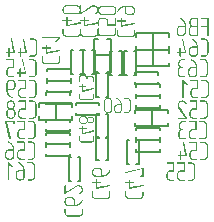
<source format=gbo>
G04*
G04 #@! TF.GenerationSoftware,Altium Limited,Altium Designer,23.7.1 (13)*
G04*
G04 Layer_Color=16776960*
%FSLAX44Y44*%
%MOMM*%
G71*
G04*
G04 #@! TF.SameCoordinates,D2E7A544-C627-4BF8-9092-2E35ECC9D328*
G04*
G04*
G04 #@! TF.FilePolarity,Positive*
G04*
G01*
G75*
%ADD15C,0.1500*%
G36*
X509000Y403042D02*
X509111Y402998D01*
X509200Y402931D01*
X509222Y402909D01*
X512574Y399534D01*
X512663Y399357D01*
X512707Y399246D01*
X512730Y399179D01*
Y399157D01*
X512707Y399002D01*
X512641Y398868D01*
X512596Y398780D01*
X512574Y398758D01*
X512441Y398647D01*
X512308Y398602D01*
X512219Y398580D01*
X512175D01*
X512019Y398602D01*
X511908Y398669D01*
X511819Y398735D01*
X511797Y398758D01*
X509378Y401155D01*
Y387968D01*
X509355Y387791D01*
X509289Y387658D01*
X509244Y387569D01*
X509222Y387547D01*
X509044Y387480D01*
X508911Y387458D01*
X508845Y387436D01*
X508823D01*
X508667Y387458D01*
X508534Y387502D01*
X508445Y387524D01*
X508423Y387547D01*
X508334Y387680D01*
X508290Y387813D01*
X508268Y387924D01*
Y387968D01*
Y402509D01*
X508290Y402665D01*
X508356Y402798D01*
X508423Y402887D01*
X508445Y402909D01*
X508578Y402998D01*
X508712Y403042D01*
X508800Y403064D01*
X508845D01*
X509000Y403042D01*
D02*
G37*
G36*
X528891Y403020D02*
X529357Y402909D01*
X529757Y402731D01*
X530112Y402554D01*
X530401Y402376D01*
X530600Y402198D01*
X530733Y402088D01*
X530756Y402065D01*
X530778Y402043D01*
X530956Y401843D01*
X531089Y401666D01*
X531333Y401266D01*
X531488Y400867D01*
X531622Y400511D01*
X531688Y400178D01*
X531710Y399934D01*
X531732Y399845D01*
Y399779D01*
Y399734D01*
Y399712D01*
Y390766D01*
X531710Y390522D01*
X531688Y390277D01*
X531577Y389811D01*
X531399Y389412D01*
X531222Y389078D01*
X531044Y388790D01*
X530867Y388590D01*
X530756Y388457D01*
X530711Y388435D01*
Y388413D01*
X530512Y388235D01*
X530312Y388102D01*
X529912Y387858D01*
X529535Y387680D01*
X529157Y387569D01*
X528847Y387480D01*
X528602Y387458D01*
X528513Y387436D01*
X525605D01*
X525428Y387458D01*
X525295Y387524D01*
X525206Y387591D01*
X525184Y387613D01*
X525095Y387747D01*
X525050Y387880D01*
X525028Y387968D01*
Y387991D01*
X525050Y388124D01*
X525117Y388257D01*
X525206Y388346D01*
X525228Y388368D01*
X525361Y388479D01*
X525472Y388523D01*
X525561Y388546D01*
X528380D01*
X528713Y388568D01*
X529024Y388657D01*
X529291Y388745D01*
X529535Y388879D01*
X529712Y388990D01*
X529868Y389101D01*
X529957Y389167D01*
X529979Y389189D01*
X530201Y389456D01*
X530356Y389722D01*
X530467Y389989D01*
X530534Y390233D01*
X530578Y390433D01*
X530622Y390610D01*
Y390721D01*
Y390766D01*
Y399712D01*
X530600Y400045D01*
X530512Y400356D01*
X530423Y400644D01*
X530289Y400867D01*
X530178Y401066D01*
X530067Y401199D01*
X530001Y401288D01*
X529979Y401311D01*
X529712Y401533D01*
X529446Y401688D01*
X529179Y401799D01*
X528935Y401866D01*
X528713Y401932D01*
X528536Y401954D01*
X525605D01*
X525428Y401977D01*
X525295Y402043D01*
X525206Y402110D01*
X525184Y402132D01*
X525095Y402265D01*
X525050Y402398D01*
X525028Y402487D01*
Y402509D01*
X525050Y402643D01*
X525117Y402776D01*
X525206Y402864D01*
X525228Y402887D01*
X525361Y402998D01*
X525472Y403042D01*
X525561Y403064D01*
X528647D01*
X528891Y403020D01*
D02*
G37*
G36*
X517991Y402998D02*
X518413Y402820D01*
X518812Y402598D01*
X519190Y402376D01*
X519545Y402154D01*
X519878Y401910D01*
X520167Y401643D01*
X520433Y401399D01*
X520677Y401155D01*
X520899Y400933D01*
X521099Y400711D01*
X521254Y400511D01*
X521387Y400334D01*
X521498Y400201D01*
X521565Y400089D01*
X521609Y400023D01*
X521632Y400001D01*
X521832Y399623D01*
X522009Y399268D01*
X522187Y398891D01*
X522320Y398513D01*
X522520Y397803D01*
X522608Y397448D01*
X522653Y397137D01*
X522719Y396848D01*
X522742Y396582D01*
X522764Y396338D01*
X522786Y396138D01*
X522808Y395960D01*
Y395849D01*
Y395761D01*
Y395738D01*
Y390766D01*
X522786Y390499D01*
X522764Y390255D01*
X522653Y389811D01*
X522475Y389389D01*
X522298Y389056D01*
X522120Y388768D01*
X521942Y388568D01*
X521832Y388435D01*
X521787Y388413D01*
Y388390D01*
X521587Y388213D01*
X521387Y388079D01*
X520988Y387835D01*
X520588Y387680D01*
X520233Y387547D01*
X519922Y387480D01*
X519700Y387458D01*
X519612Y387436D01*
X518346D01*
X518080Y387458D01*
X517836Y387480D01*
X517392Y387591D01*
X516970Y387747D01*
X516637Y387924D01*
X516348Y388079D01*
X516148Y388235D01*
X516015Y388346D01*
X515971Y388390D01*
X515793Y388568D01*
X515638Y388768D01*
X515416Y389167D01*
X515238Y389567D01*
X515105Y389944D01*
X515038Y390277D01*
X515016Y390544D01*
X514994Y390633D01*
Y390699D01*
Y390743D01*
Y390766D01*
Y393008D01*
Y393274D01*
X515038Y393518D01*
X515149Y393962D01*
X515305Y394384D01*
X515482Y394717D01*
X515660Y395006D01*
X515815Y395206D01*
X515926Y395339D01*
X515949Y395383D01*
X515971D01*
X516148Y395561D01*
X516348Y395716D01*
X516748Y395938D01*
X517147Y396116D01*
X517525Y396249D01*
X517858Y396316D01*
X518013Y396338D01*
X518124D01*
X518235Y396360D01*
X521698D01*
X521676Y396626D01*
X521654Y396893D01*
X521609Y397159D01*
X521543Y397403D01*
X521498Y397603D01*
X521454Y397759D01*
X521432Y397847D01*
X521410Y397892D01*
X521299Y398203D01*
X521166Y398491D01*
X521054Y398735D01*
X520943Y398957D01*
X520832Y399157D01*
X520766Y399290D01*
X520722Y399379D01*
X520699Y399401D01*
X520455Y399757D01*
X520211Y400045D01*
X519989Y400312D01*
X519789Y400533D01*
X519612Y400711D01*
X519478Y400822D01*
X519389Y400911D01*
X519367Y400933D01*
X519057Y401177D01*
X518790Y401355D01*
X518679Y401422D01*
X518590Y401488D01*
X518546Y401510D01*
X518524Y401533D01*
X518058Y401777D01*
X517813Y401888D01*
X517591Y401954D01*
X517458Y402043D01*
X517392Y402132D01*
X517347Y402176D01*
X517325Y402198D01*
X517281Y402287D01*
X517236Y402376D01*
Y402443D01*
Y402465D01*
X517258Y402620D01*
X517303Y402753D01*
X517369Y402842D01*
X517392Y402864D01*
X517525Y402976D01*
X517636Y403042D01*
X517724Y403064D01*
X517769D01*
X517991Y402998D01*
D02*
G37*
G36*
X529990Y455270D02*
X530456Y455159D01*
X530856Y454981D01*
X531211Y454804D01*
X531499Y454626D01*
X531699Y454449D01*
X531832Y454338D01*
X531855Y454315D01*
X531877Y454293D01*
X532054Y454093D01*
X532188Y453916D01*
X532432Y453516D01*
X532587Y453116D01*
X532720Y452761D01*
X532787Y452428D01*
X532809Y452184D01*
X532831Y452095D01*
Y452029D01*
Y451984D01*
Y451962D01*
Y443016D01*
X532809Y442771D01*
X532787Y442527D01*
X532676Y442061D01*
X532498Y441661D01*
X532321Y441329D01*
X532143Y441040D01*
X531966Y440840D01*
X531855Y440707D01*
X531810Y440685D01*
Y440662D01*
X531610Y440485D01*
X531411Y440352D01*
X531011Y440107D01*
X530634Y439930D01*
X530256Y439819D01*
X529945Y439730D01*
X529701Y439708D01*
X529612Y439686D01*
X526704D01*
X526527Y439708D01*
X526394Y439775D01*
X526305Y439841D01*
X526283Y439863D01*
X526194Y439996D01*
X526149Y440130D01*
X526127Y440219D01*
Y440241D01*
X526149Y440374D01*
X526216Y440507D01*
X526305Y440596D01*
X526327Y440618D01*
X526460Y440729D01*
X526571Y440774D01*
X526660Y440796D01*
X529479D01*
X529812Y440818D01*
X530123Y440907D01*
X530389Y440995D01*
X530634Y441129D01*
X530811Y441240D01*
X530967Y441351D01*
X531055Y441417D01*
X531078Y441440D01*
X531300Y441706D01*
X531455Y441972D01*
X531566Y442239D01*
X531633Y442483D01*
X531677Y442683D01*
X531721Y442860D01*
Y442971D01*
Y443016D01*
Y451962D01*
X531699Y452295D01*
X531610Y452606D01*
X531522Y452895D01*
X531388Y453116D01*
X531277Y453316D01*
X531166Y453450D01*
X531100Y453538D01*
X531078Y453560D01*
X530811Y453783D01*
X530545Y453938D01*
X530278Y454049D01*
X530034Y454115D01*
X529812Y454182D01*
X529635Y454204D01*
X526704D01*
X526527Y454226D01*
X526394Y454293D01*
X526305Y454360D01*
X526283Y454382D01*
X526194Y454515D01*
X526149Y454648D01*
X526127Y454737D01*
Y454759D01*
X526149Y454893D01*
X526216Y455026D01*
X526305Y455115D01*
X526327Y455137D01*
X526460Y455248D01*
X526571Y455292D01*
X526660Y455314D01*
X529746D01*
X529990Y455270D01*
D02*
G37*
G36*
X523530Y455292D02*
X523663Y455225D01*
X523774Y455137D01*
X523840Y455026D01*
X523885Y454915D01*
X523907Y454826D01*
Y454759D01*
Y454737D01*
Y448033D01*
X523885Y447855D01*
X523818Y447722D01*
X523730Y447611D01*
X523619Y447544D01*
X523530Y447500D01*
X523441Y447478D01*
X520555D01*
X520222Y447456D01*
X519911Y447367D01*
X519645Y447278D01*
X519423Y447145D01*
X519223Y447034D01*
X519090Y446923D01*
X519001Y446834D01*
X518979Y446812D01*
X518757Y446568D01*
X518601Y446301D01*
X518468Y446035D01*
X518402Y445791D01*
X518357Y445591D01*
X518313Y445413D01*
Y445302D01*
Y445258D01*
Y443016D01*
X518335Y442683D01*
X518424Y442372D01*
X518513Y442105D01*
X518646Y441884D01*
X518757Y441684D01*
X518868Y441550D01*
X518957Y441462D01*
X518979Y441440D01*
X519223Y441217D01*
X519489Y441062D01*
X519756Y440951D01*
X520000Y440885D01*
X520222Y440840D01*
X520400Y440796D01*
X523352D01*
X523530Y440751D01*
X523663Y440685D01*
X523752Y440618D01*
X523774Y440574D01*
X523840Y440418D01*
X523885Y440330D01*
X523907Y440263D01*
Y440241D01*
X523885Y440085D01*
X523840Y439952D01*
X523796Y439863D01*
X523774Y439841D01*
X523641Y439752D01*
X523507Y439708D01*
X523396Y439686D01*
X520555D01*
X520311Y439708D01*
X520067Y439730D01*
X519600Y439841D01*
X519201Y439996D01*
X518868Y440174D01*
X518579Y440352D01*
X518379Y440507D01*
X518246Y440618D01*
X518202Y440662D01*
X518024Y440840D01*
X517869Y441040D01*
X517625Y441440D01*
X517447Y441839D01*
X517336Y442216D01*
X517247Y442527D01*
X517225Y442794D01*
X517203Y442882D01*
Y442949D01*
Y442994D01*
Y443016D01*
Y445236D01*
Y445480D01*
X517247Y445724D01*
X517358Y446190D01*
X517514Y446590D01*
X517691Y446923D01*
X517891Y447211D01*
X518046Y447411D01*
X518157Y447544D01*
X518180Y447589D01*
X518202D01*
X518379Y447766D01*
X518579Y447922D01*
X518979Y448166D01*
X519378Y448344D01*
X519734Y448455D01*
X520067Y448543D01*
X520333Y448566D01*
X520422Y448588D01*
X522797D01*
Y454204D01*
X517780D01*
X517602Y454226D01*
X517469Y454293D01*
X517380Y454360D01*
X517358Y454382D01*
X517270Y454515D01*
X517225Y454648D01*
X517203Y454737D01*
Y454759D01*
X517225Y454893D01*
X517292Y455026D01*
X517380Y455115D01*
X517403Y455137D01*
X517536Y455248D01*
X517647Y455292D01*
X517736Y455314D01*
X523352D01*
X523530Y455292D01*
D02*
G37*
G36*
X511808Y455248D02*
X512385Y455070D01*
X512607Y454959D01*
X512807Y454848D01*
X512985Y454737D01*
X513162Y454604D01*
X513296Y454515D01*
X513385Y454426D01*
X513451Y454360D01*
X513473Y454338D01*
X513651Y454138D01*
X513784Y453938D01*
X514028Y453516D01*
X514184Y453116D01*
X514317Y452761D01*
X514384Y452450D01*
X514406Y452206D01*
X514428Y452118D01*
Y452051D01*
Y452006D01*
Y451984D01*
Y450830D01*
X514406Y450541D01*
X514384Y450275D01*
X514317Y450009D01*
X514250Y449809D01*
X514206Y449609D01*
X514139Y449476D01*
X514117Y449387D01*
X514095Y449365D01*
X513962Y449121D01*
X513806Y448899D01*
X513651Y448721D01*
X513518Y448543D01*
X513385Y448410D01*
X513274Y448321D01*
X513207Y448255D01*
X513185Y448233D01*
X513495Y448011D01*
X513762Y447789D01*
X513984Y447567D01*
X514184Y447367D01*
X514317Y447167D01*
X514428Y447034D01*
X514495Y446945D01*
X514517Y446901D01*
X514672Y446612D01*
X514783Y446323D01*
X514872Y446035D01*
X514916Y445791D01*
X514961Y445569D01*
X514983Y445413D01*
Y445302D01*
Y445258D01*
Y443016D01*
X514961Y442749D01*
X514939Y442505D01*
X514827Y442061D01*
X514650Y441639D01*
X514472Y441306D01*
X514295Y441018D01*
X514117Y440818D01*
X514006Y440685D01*
X513962Y440662D01*
Y440640D01*
X513762Y440463D01*
X513562Y440330D01*
X513162Y440085D01*
X512763Y439930D01*
X512408Y439797D01*
X512097Y439730D01*
X511875Y439708D01*
X511786Y439686D01*
X510521D01*
X510254Y439708D01*
X510010Y439730D01*
X509566Y439841D01*
X509144Y439996D01*
X508811Y440174D01*
X508523Y440352D01*
X508323Y440507D01*
X508190Y440618D01*
X508145Y440662D01*
X507968Y440840D01*
X507812Y441040D01*
X507590Y441440D01*
X507413Y441839D01*
X507280Y442216D01*
X507213Y442527D01*
X507191Y442794D01*
X507169Y442882D01*
Y442949D01*
Y442994D01*
Y443016D01*
Y445258D01*
X507191Y445591D01*
X507257Y445924D01*
X507346Y446212D01*
X507435Y446479D01*
X507524Y446701D01*
X507613Y446878D01*
X507679Y446967D01*
X507701Y447012D01*
X507901Y447300D01*
X508123Y447567D01*
X508323Y447766D01*
X508523Y447944D01*
X508700Y448077D01*
X508834Y448166D01*
X508922Y448210D01*
X508967Y448233D01*
X508745Y448432D01*
X508567Y448632D01*
X508390Y448810D01*
X508256Y448987D01*
X508168Y449143D01*
X508101Y449254D01*
X508057Y449343D01*
X508034Y449365D01*
X507923Y449609D01*
X507857Y449875D01*
X507790Y450120D01*
X507768Y450341D01*
X507746Y450541D01*
X507724Y450697D01*
Y450785D01*
Y450830D01*
Y451962D01*
Y452317D01*
X507790Y452673D01*
X507968Y453250D01*
X508079Y453472D01*
X508190Y453694D01*
X508301Y453871D01*
X508434Y454027D01*
X508523Y454160D01*
X508612Y454249D01*
X508678Y454315D01*
X508700Y454338D01*
X508900Y454515D01*
X509100Y454670D01*
X509500Y454893D01*
X509899Y455070D01*
X510277Y455203D01*
X510610Y455270D01*
X510876Y455292D01*
X510965Y455314D01*
X511453D01*
X511808Y455248D01*
D02*
G37*
G36*
X674435Y437770D02*
X674901Y437659D01*
X675301Y437481D01*
X675656Y437304D01*
X675944Y437126D01*
X676144Y436949D01*
X676277Y436838D01*
X676300Y436815D01*
X676322Y436793D01*
X676499Y436593D01*
X676633Y436416D01*
X676877Y436016D01*
X677032Y435616D01*
X677165Y435261D01*
X677232Y434928D01*
X677254Y434684D01*
X677276Y434595D01*
Y434529D01*
Y434484D01*
Y434462D01*
Y425516D01*
X677254Y425271D01*
X677232Y425027D01*
X677121Y424561D01*
X676943Y424161D01*
X676766Y423829D01*
X676588Y423540D01*
X676411Y423340D01*
X676300Y423207D01*
X676255Y423185D01*
Y423162D01*
X676055Y422985D01*
X675856Y422852D01*
X675456Y422607D01*
X675079Y422430D01*
X674701Y422319D01*
X674390Y422230D01*
X674146Y422208D01*
X674057Y422186D01*
X671149D01*
X670972Y422208D01*
X670838Y422275D01*
X670750Y422341D01*
X670727Y422363D01*
X670639Y422496D01*
X670594Y422630D01*
X670572Y422719D01*
Y422741D01*
X670594Y422874D01*
X670661Y423007D01*
X670750Y423096D01*
X670772Y423118D01*
X670905Y423229D01*
X671016Y423274D01*
X671105Y423296D01*
X673924D01*
X674257Y423318D01*
X674568Y423407D01*
X674834Y423495D01*
X675079Y423629D01*
X675256Y423740D01*
X675412Y423851D01*
X675500Y423917D01*
X675523Y423940D01*
X675745Y424206D01*
X675900Y424472D01*
X676011Y424739D01*
X676078Y424983D01*
X676122Y425183D01*
X676166Y425360D01*
Y425471D01*
Y425516D01*
Y434462D01*
X676144Y434795D01*
X676055Y435106D01*
X675967Y435395D01*
X675833Y435616D01*
X675722Y435816D01*
X675611Y435950D01*
X675545Y436038D01*
X675523Y436060D01*
X675256Y436283D01*
X674990Y436438D01*
X674723Y436549D01*
X674479Y436615D01*
X674257Y436682D01*
X674080Y436704D01*
X671149D01*
X670972Y436726D01*
X670838Y436793D01*
X670750Y436860D01*
X670727Y436882D01*
X670639Y437015D01*
X670594Y437148D01*
X670572Y437237D01*
Y437259D01*
X670594Y437393D01*
X670661Y437526D01*
X670750Y437615D01*
X670772Y437637D01*
X670905Y437748D01*
X671016Y437792D01*
X671105Y437814D01*
X674191D01*
X674435Y437770D01*
D02*
G37*
G36*
X667975Y437792D02*
X668108Y437725D01*
X668219Y437637D01*
X668286Y437526D01*
X668330Y437415D01*
X668352Y437326D01*
Y437259D01*
Y437237D01*
Y430533D01*
X668330Y430355D01*
X668263Y430222D01*
X668175Y430111D01*
X668064Y430044D01*
X667975Y430000D01*
X667886Y429978D01*
X665000D01*
X664667Y429956D01*
X664356Y429867D01*
X664090Y429778D01*
X663868Y429645D01*
X663668Y429534D01*
X663535Y429423D01*
X663446Y429334D01*
X663424Y429312D01*
X663202Y429068D01*
X663046Y428801D01*
X662913Y428535D01*
X662847Y428291D01*
X662802Y428091D01*
X662758Y427913D01*
Y427802D01*
Y427758D01*
Y425516D01*
X662780Y425183D01*
X662869Y424872D01*
X662958Y424605D01*
X663091Y424384D01*
X663202Y424184D01*
X663313Y424050D01*
X663402Y423962D01*
X663424Y423940D01*
X663668Y423717D01*
X663934Y423562D01*
X664201Y423451D01*
X664445Y423385D01*
X664667Y423340D01*
X664845Y423296D01*
X667797D01*
X667975Y423251D01*
X668108Y423185D01*
X668197Y423118D01*
X668219Y423074D01*
X668286Y422918D01*
X668330Y422830D01*
X668352Y422763D01*
Y422741D01*
X668330Y422585D01*
X668286Y422452D01*
X668241Y422363D01*
X668219Y422341D01*
X668086Y422252D01*
X667952Y422208D01*
X667841Y422186D01*
X665000D01*
X664756Y422208D01*
X664512Y422230D01*
X664045Y422341D01*
X663646Y422496D01*
X663313Y422674D01*
X663024Y422852D01*
X662824Y423007D01*
X662691Y423118D01*
X662647Y423162D01*
X662469Y423340D01*
X662314Y423540D01*
X662070Y423940D01*
X661892Y424339D01*
X661781Y424716D01*
X661692Y425027D01*
X661670Y425294D01*
X661648Y425382D01*
Y425449D01*
Y425494D01*
Y425516D01*
Y427736D01*
Y427980D01*
X661692Y428224D01*
X661803Y428690D01*
X661959Y429090D01*
X662136Y429423D01*
X662336Y429711D01*
X662491Y429911D01*
X662602Y430044D01*
X662625Y430089D01*
X662647D01*
X662824Y430266D01*
X663024Y430422D01*
X663424Y430666D01*
X663823Y430844D01*
X664179Y430955D01*
X664512Y431043D01*
X664778Y431066D01*
X664867Y431088D01*
X667242D01*
Y436704D01*
X662225D01*
X662047Y436726D01*
X661914Y436793D01*
X661825Y436860D01*
X661803Y436882D01*
X661714Y437015D01*
X661670Y437148D01*
X661648Y437237D01*
Y437259D01*
X661670Y437393D01*
X661737Y437526D01*
X661825Y437615D01*
X661848Y437637D01*
X661981Y437748D01*
X662092Y437792D01*
X662181Y437814D01*
X667797D01*
X667975Y437792D01*
D02*
G37*
G36*
X659051Y437770D02*
X659184Y437703D01*
X659273Y437637D01*
X659295Y437592D01*
X659361Y437437D01*
X659406Y437348D01*
X659428Y437281D01*
Y437259D01*
X659406Y437104D01*
X659361Y436971D01*
X659317Y436882D01*
X659295Y436860D01*
X659162Y436771D01*
X659028Y436726D01*
X658917Y436704D01*
X656631D01*
X656298Y436682D01*
X655987Y436593D01*
X655721Y436505D01*
X655499Y436371D01*
X655299Y436260D01*
X655166Y436149D01*
X655077Y436060D01*
X655055Y436038D01*
X654833Y435794D01*
X654677Y435528D01*
X654544Y435261D01*
X654477Y435017D01*
X654433Y434795D01*
X654389Y434618D01*
Y434506D01*
Y434462D01*
Y433330D01*
X654411Y432997D01*
X654500Y432686D01*
X654588Y432420D01*
X654722Y432198D01*
X654833Y431998D01*
X654944Y431865D01*
X655032Y431776D01*
X655055Y431754D01*
X655299Y431532D01*
X655565Y431376D01*
X655832Y431265D01*
X656076Y431199D01*
X656298Y431154D01*
X656475Y431110D01*
X656631D01*
X656808Y431066D01*
X656942Y430999D01*
X657030Y430932D01*
X657053Y430888D01*
X657119Y430733D01*
X657163Y430644D01*
X657186Y430577D01*
Y430555D01*
X657163Y430400D01*
X657119Y430266D01*
X657075Y430178D01*
X657053Y430155D01*
X656919Y430067D01*
X656786Y430022D01*
X656675Y430000D01*
X656076D01*
X655743Y429978D01*
X655432Y429889D01*
X655143Y429800D01*
X654921Y429667D01*
X654722Y429556D01*
X654588Y429445D01*
X654500Y429356D01*
X654477Y429334D01*
X654255Y429090D01*
X654100Y428823D01*
X653989Y428557D01*
X653922Y428313D01*
X653856Y428091D01*
X653834Y427913D01*
Y427802D01*
Y427758D01*
Y425516D01*
X653856Y425183D01*
X653945Y424872D01*
X654033Y424605D01*
X654167Y424384D01*
X654278Y424184D01*
X654389Y424050D01*
X654477Y423962D01*
X654500Y423940D01*
X654744Y423717D01*
X655010Y423562D01*
X655277Y423451D01*
X655521Y423385D01*
X655743Y423340D01*
X655920Y423296D01*
X658873D01*
X659051Y423251D01*
X659184Y423185D01*
X659273Y423118D01*
X659295Y423074D01*
X659361Y422918D01*
X659406Y422830D01*
X659428Y422763D01*
Y422741D01*
X659406Y422585D01*
X659361Y422452D01*
X659317Y422363D01*
X659295Y422341D01*
X659162Y422252D01*
X659028Y422208D01*
X658917Y422186D01*
X656076D01*
X655832Y422208D01*
X655587Y422230D01*
X655121Y422341D01*
X654722Y422496D01*
X654389Y422674D01*
X654100Y422830D01*
X653900Y422985D01*
X653767Y423096D01*
X653723Y423140D01*
X653545Y423318D01*
X653390Y423518D01*
X653145Y423917D01*
X652968Y424317D01*
X652857Y424694D01*
X652768Y425027D01*
X652746Y425294D01*
X652724Y425382D01*
Y425449D01*
Y425494D01*
Y425516D01*
Y427758D01*
X652746Y428091D01*
X652812Y428424D01*
X652901Y428712D01*
X652990Y428979D01*
X653079Y429201D01*
X653168Y429378D01*
X653234Y429467D01*
X653256Y429512D01*
X653456Y429800D01*
X653678Y430067D01*
X653878Y430266D01*
X654078Y430444D01*
X654255Y430577D01*
X654389Y430666D01*
X654477Y430710D01*
X654522Y430733D01*
X654300Y430932D01*
X654122Y431154D01*
X653945Y431332D01*
X653811Y431510D01*
X653723Y431665D01*
X653656Y431776D01*
X653612Y431865D01*
X653589Y431887D01*
X653478Y432131D01*
X653412Y432331D01*
X653390Y432420D01*
X653367Y432486D01*
Y432509D01*
Y432531D01*
X653279Y432753D01*
Y432975D01*
Y433330D01*
Y434462D01*
Y434729D01*
X653323Y434973D01*
X653434Y435417D01*
X653589Y435839D01*
X653767Y436171D01*
X653945Y436460D01*
X654100Y436660D01*
X654211Y436793D01*
X654233Y436838D01*
X654255D01*
X654433Y437015D01*
X654633Y437170D01*
X655032Y437393D01*
X655432Y437570D01*
X655809Y437703D01*
X656142Y437770D01*
X656386Y437792D01*
X656497Y437814D01*
X658873D01*
X659051Y437770D01*
D02*
G37*
G36*
X678020Y525292D02*
X678153Y525225D01*
X678264Y525137D01*
X678331Y525026D01*
X678375Y524915D01*
X678397Y524826D01*
Y524759D01*
Y524737D01*
Y510219D01*
X678375Y510041D01*
X678309Y509908D01*
X678264Y509819D01*
X678242Y509797D01*
X678064Y509730D01*
X677931Y509708D01*
X677865Y509686D01*
X677842D01*
X677687Y509708D01*
X677554Y509752D01*
X677465Y509775D01*
X677443Y509797D01*
X677354Y509930D01*
X677310Y510063D01*
X677288Y510174D01*
Y510219D01*
Y517478D01*
X672270D01*
X672093Y517500D01*
X671960Y517567D01*
X671871Y517633D01*
X671849Y517655D01*
X671760Y517789D01*
X671715Y517922D01*
X671693Y518011D01*
Y518033D01*
X671715Y518166D01*
X671782Y518299D01*
X671871Y518388D01*
X671893Y518410D01*
X672026Y518521D01*
X672137Y518566D01*
X672226Y518588D01*
X677288D01*
Y524204D01*
X672270D01*
X672093Y524226D01*
X671960Y524293D01*
X671871Y524360D01*
X671849Y524382D01*
X671760Y524515D01*
X671715Y524648D01*
X671693Y524737D01*
Y524759D01*
X671715Y524893D01*
X671782Y525026D01*
X671871Y525115D01*
X671893Y525137D01*
X672026Y525248D01*
X672137Y525292D01*
X672226Y525314D01*
X677842D01*
X678020Y525292D01*
D02*
G37*
G36*
X669096D02*
X669229Y525225D01*
X669340Y525137D01*
X669407Y525026D01*
X669451Y524915D01*
X669473Y524826D01*
Y524759D01*
Y524737D01*
Y510241D01*
X669451Y510063D01*
X669384Y509930D01*
X669296Y509819D01*
X669185Y509752D01*
X669096Y509708D01*
X669007Y509686D01*
X665011D01*
X664767Y509708D01*
X664545Y509730D01*
X664123Y509841D01*
X663724Y509996D01*
X663391Y510196D01*
X663102Y510374D01*
X662880Y510529D01*
X662747Y510640D01*
X662725Y510685D01*
X662702D01*
X662525Y510885D01*
X662347Y511062D01*
X662081Y511462D01*
X661903Y511861D01*
X661770Y512216D01*
X661681Y512550D01*
X661659Y512794D01*
X661637Y512882D01*
Y512949D01*
Y512994D01*
Y513016D01*
Y515236D01*
X661659Y515569D01*
X661725Y515902D01*
X661814Y516190D01*
X661903Y516434D01*
X661992Y516656D01*
X662081Y516834D01*
X662147Y516923D01*
X662169Y516967D01*
X662369Y517256D01*
X662591Y517522D01*
X662813Y517722D01*
X663013Y517900D01*
X663191Y518033D01*
X663346Y518144D01*
X663435Y518188D01*
X663479Y518210D01*
X663257Y518410D01*
X663057Y518632D01*
X662902Y518832D01*
X662769Y519010D01*
X662658Y519165D01*
X662591Y519276D01*
X662547Y519365D01*
X662525Y519387D01*
X662414Y519631D01*
X662347Y519875D01*
X662281Y520120D01*
X662258Y520342D01*
X662236Y520541D01*
X662214Y520697D01*
Y520785D01*
Y520830D01*
Y521940D01*
Y522295D01*
X662281Y522650D01*
X662458Y523250D01*
X662569Y523472D01*
X662680Y523671D01*
X662791Y523849D01*
X662924Y524005D01*
X663013Y524138D01*
X663102Y524226D01*
X663168Y524293D01*
X663191Y524315D01*
X663391Y524493D01*
X663568Y524648D01*
X663990Y524893D01*
X664389Y525070D01*
X664745Y525181D01*
X665078Y525270D01*
X665344Y525292D01*
X665433Y525314D01*
X668918D01*
X669096Y525292D01*
D02*
G37*
G36*
X654600Y525248D02*
X655021Y525070D01*
X655421Y524848D01*
X655798Y524626D01*
X656153Y524404D01*
X656486Y524160D01*
X656775Y523894D01*
X657041Y523649D01*
X657286Y523405D01*
X657508Y523183D01*
X657707Y522961D01*
X657863Y522761D01*
X657996Y522584D01*
X658107Y522450D01*
X658174Y522340D01*
X658218Y522273D01*
X658240Y522251D01*
X658440Y521873D01*
X658618Y521518D01*
X658795Y521141D01*
X658928Y520763D01*
X659128Y520053D01*
X659217Y519698D01*
X659261Y519387D01*
X659328Y519098D01*
X659350Y518832D01*
X659372Y518588D01*
X659395Y518388D01*
X659417Y518210D01*
Y518099D01*
Y518011D01*
Y517988D01*
Y513016D01*
X659395Y512749D01*
X659372Y512505D01*
X659261Y512061D01*
X659084Y511639D01*
X658906Y511306D01*
X658729Y511018D01*
X658551Y510818D01*
X658440Y510685D01*
X658396Y510662D01*
Y510640D01*
X658196Y510463D01*
X657996Y510330D01*
X657596Y510085D01*
X657197Y509930D01*
X656842Y509797D01*
X656531Y509730D01*
X656309Y509708D01*
X656220Y509686D01*
X654955D01*
X654688Y509708D01*
X654444Y509730D01*
X654000Y509841D01*
X653578Y509996D01*
X653245Y510174D01*
X652957Y510330D01*
X652757Y510485D01*
X652624Y510596D01*
X652579Y510640D01*
X652402Y510818D01*
X652246Y511018D01*
X652024Y511417D01*
X651847Y511817D01*
X651713Y512194D01*
X651647Y512527D01*
X651625Y512794D01*
X651602Y512882D01*
Y512949D01*
Y512994D01*
Y513016D01*
Y515258D01*
Y515524D01*
X651647Y515768D01*
X651758Y516212D01*
X651913Y516634D01*
X652091Y516967D01*
X652269Y517256D01*
X652424Y517456D01*
X652535Y517589D01*
X652557Y517633D01*
X652579D01*
X652757Y517811D01*
X652957Y517966D01*
X653356Y518188D01*
X653756Y518366D01*
X654133Y518499D01*
X654466Y518566D01*
X654622Y518588D01*
X654733D01*
X654844Y518610D01*
X658307D01*
X658285Y518876D01*
X658262Y519143D01*
X658218Y519409D01*
X658151Y519653D01*
X658107Y519853D01*
X658063Y520009D01*
X658040Y520097D01*
X658018Y520142D01*
X657907Y520453D01*
X657774Y520741D01*
X657663Y520985D01*
X657552Y521207D01*
X657441Y521407D01*
X657374Y521540D01*
X657330Y521629D01*
X657308Y521651D01*
X657064Y522006D01*
X656819Y522295D01*
X656597Y522561D01*
X656398Y522784D01*
X656220Y522961D01*
X656087Y523072D01*
X655998Y523161D01*
X655976Y523183D01*
X655665Y523427D01*
X655399Y523605D01*
X655288Y523671D01*
X655199Y523738D01*
X655154Y523760D01*
X655132Y523783D01*
X654666Y524027D01*
X654422Y524138D01*
X654200Y524204D01*
X654067Y524293D01*
X654000Y524382D01*
X653956Y524426D01*
X653933Y524449D01*
X653889Y524537D01*
X653845Y524626D01*
Y524693D01*
Y524715D01*
X653867Y524870D01*
X653911Y525004D01*
X653978Y525092D01*
X654000Y525115D01*
X654133Y525225D01*
X654244Y525292D01*
X654333Y525314D01*
X654378D01*
X654600Y525248D01*
D02*
G37*
G36*
X568512Y383670D02*
X568801Y383625D01*
X569067Y383559D01*
X569311Y383492D01*
X569778Y383270D01*
X570177Y383026D01*
X570510Y382782D01*
X570644Y382671D01*
X570755Y382560D01*
X570843Y382493D01*
X570910Y382426D01*
X570932Y382382D01*
X570954Y382360D01*
X571154Y382116D01*
X571332Y381871D01*
X571465Y381627D01*
X571598Y381383D01*
X571798Y380895D01*
X571931Y380473D01*
X571998Y380095D01*
X572042Y379918D01*
Y379785D01*
X572064Y379674D01*
Y379518D01*
X572042Y379096D01*
X571976Y378697D01*
X571865Y378364D01*
X571754Y378053D01*
X571642Y377809D01*
X571531Y377631D01*
X571465Y377520D01*
X571443Y377476D01*
X571154Y377121D01*
X570843Y376832D01*
X570488Y376566D01*
X570155Y376366D01*
X569866Y376211D01*
X569622Y376100D01*
X569534Y376055D01*
X569467Y376033D01*
X569422Y376011D01*
X569400D01*
X569201Y375966D01*
X569045Y375989D01*
X568912Y376055D01*
X568823Y376122D01*
X568801Y376144D01*
X568734Y376277D01*
X568690Y376410D01*
X568668Y376499D01*
Y376544D01*
X568690Y376677D01*
X568712Y376788D01*
X568756Y376854D01*
Y376876D01*
X568845Y376943D01*
X568934Y377010D01*
X569001Y377032D01*
X569023Y377054D01*
X569378Y377232D01*
X569689Y377409D01*
X569955Y377587D01*
X570155Y377742D01*
X570311Y377898D01*
X570399Y378009D01*
X570466Y378097D01*
X570488Y378120D01*
X570644Y378364D01*
X570755Y378630D01*
X570821Y378875D01*
X570888Y379096D01*
X570910Y379274D01*
X570932Y379430D01*
Y379563D01*
X570888Y379962D01*
X570866Y380162D01*
X570821Y380317D01*
X570777Y380451D01*
X570755Y380562D01*
X570710Y380628D01*
Y380650D01*
X570532Y381028D01*
X570421Y381205D01*
X570333Y381339D01*
X570266Y381450D01*
X570200Y381539D01*
X570155Y381583D01*
X570133Y381605D01*
X569822Y381916D01*
X569511Y382138D01*
X569178Y382315D01*
X568890Y382426D01*
X568623Y382493D01*
X568424Y382515D01*
X568268Y382537D01*
X568246D01*
X568224D01*
X567913Y382515D01*
X567646Y382471D01*
X567558Y382426D01*
X567469Y382404D01*
X567425Y382382D01*
X567402D01*
X567003Y382227D01*
X566559Y381982D01*
X557301Y375878D01*
X557213Y375833D01*
X557124Y375811D01*
X557057Y375789D01*
X557035D01*
X556857Y375811D01*
X556724Y375878D01*
X556636Y375922D01*
X556613Y375944D01*
X556502Y376100D01*
X556458Y376211D01*
X556436Y376299D01*
Y383026D01*
X556458Y383203D01*
X556525Y383337D01*
X556591Y383403D01*
X556613Y383425D01*
X556746Y383514D01*
X556880Y383559D01*
X556968Y383581D01*
X556991D01*
X557124Y383559D01*
X557257Y383492D01*
X557346Y383425D01*
X557368Y383403D01*
X557479Y383270D01*
X557523Y383159D01*
X557546Y383070D01*
Y377387D01*
X565937Y382937D01*
X566181Y383070D01*
X566426Y383203D01*
X566625Y383292D01*
X566803Y383381D01*
X566936Y383448D01*
X567047Y383492D01*
X567114Y383514D01*
X567136D01*
X567536Y383625D01*
X567713Y383647D01*
X567891Y383670D01*
X568024Y383692D01*
X568135D01*
X568201D01*
X568224D01*
X568512Y383670D01*
D02*
G37*
G36*
X562518Y373502D02*
X562962Y373391D01*
X563384Y373236D01*
X563717Y373058D01*
X564006Y372881D01*
X564206Y372725D01*
X564339Y372614D01*
X564383Y372592D01*
Y372570D01*
X564561Y372392D01*
X564716Y372192D01*
X564938Y371793D01*
X565116Y371393D01*
X565249Y371016D01*
X565316Y370683D01*
X565338Y370527D01*
Y370416D01*
X565360Y370305D01*
Y366842D01*
X565626Y366865D01*
X565893Y366887D01*
X566159Y366931D01*
X566403Y366998D01*
X566603Y367042D01*
X566759Y367086D01*
X566847Y367109D01*
X566892Y367131D01*
X567202Y367242D01*
X567491Y367375D01*
X567735Y367486D01*
X567957Y367597D01*
X568157Y367708D01*
X568290Y367775D01*
X568379Y367819D01*
X568401Y367841D01*
X568756Y368086D01*
X569045Y368330D01*
X569311Y368552D01*
X569534Y368751D01*
X569711Y368929D01*
X569822Y369062D01*
X569911Y369151D01*
X569933Y369173D01*
X570177Y369484D01*
X570355Y369751D01*
X570421Y369861D01*
X570488Y369950D01*
X570510Y369995D01*
X570532Y370017D01*
X570777Y370483D01*
X570888Y370727D01*
X570954Y370949D01*
X571043Y371082D01*
X571132Y371149D01*
X571176Y371193D01*
X571199Y371216D01*
X571287Y371260D01*
X571376Y371304D01*
X571443D01*
X571465D01*
X571620Y371282D01*
X571754Y371238D01*
X571842Y371171D01*
X571865Y371149D01*
X571976Y371016D01*
X572042Y370905D01*
X572064Y370816D01*
Y370772D01*
X571998Y370550D01*
X571820Y370128D01*
X571598Y369728D01*
X571376Y369351D01*
X571154Y368996D01*
X570910Y368663D01*
X570644Y368374D01*
X570399Y368108D01*
X570155Y367864D01*
X569933Y367641D01*
X569711Y367442D01*
X569511Y367286D01*
X569334Y367153D01*
X569201Y367042D01*
X569090Y366976D01*
X569023Y366931D01*
X569001Y366909D01*
X568623Y366709D01*
X568268Y366531D01*
X567891Y366354D01*
X567513Y366221D01*
X566803Y366021D01*
X566448Y365932D01*
X566137Y365888D01*
X565848Y365821D01*
X565582Y365799D01*
X565338Y365777D01*
X565138Y365755D01*
X564960Y365732D01*
X564849D01*
X564761D01*
X564738D01*
X559766D01*
X559499Y365755D01*
X559255Y365777D01*
X558811Y365888D01*
X558389Y366065D01*
X558056Y366243D01*
X557768Y366421D01*
X557568Y366598D01*
X557435Y366709D01*
X557412Y366754D01*
X557390D01*
X557213Y366953D01*
X557080Y367153D01*
X556835Y367553D01*
X556680Y367952D01*
X556547Y368307D01*
X556480Y368618D01*
X556458Y368840D01*
X556436Y368929D01*
Y370195D01*
X556458Y370461D01*
X556480Y370705D01*
X556591Y371149D01*
X556746Y371571D01*
X556924Y371904D01*
X557080Y372192D01*
X557235Y372392D01*
X557346Y372525D01*
X557390Y372570D01*
X557568Y372747D01*
X557768Y372903D01*
X558167Y373125D01*
X558567Y373302D01*
X558944Y373436D01*
X559277Y373502D01*
X559544Y373524D01*
X559632Y373547D01*
X559699D01*
X559743D01*
X559766D01*
X562008D01*
X562274D01*
X562518Y373502D01*
D02*
G37*
G36*
X571642Y363490D02*
X571776Y363424D01*
X571865Y363335D01*
X571887Y363313D01*
X571998Y363179D01*
X572042Y363068D01*
X572064Y362980D01*
Y359894D01*
X572020Y359650D01*
X571909Y359184D01*
X571731Y358784D01*
X571554Y358429D01*
X571376Y358140D01*
X571199Y357940D01*
X571087Y357807D01*
X571065Y357785D01*
X571043Y357763D01*
X570843Y357585D01*
X570666Y357452D01*
X570266Y357208D01*
X569866Y357052D01*
X569511Y356919D01*
X569178Y356852D01*
X568934Y356830D01*
X568845Y356808D01*
X568779D01*
X568734D01*
X568712D01*
X559766D01*
X559521Y356830D01*
X559277Y356852D01*
X558811Y356964D01*
X558411Y357141D01*
X558078Y357319D01*
X557790Y357496D01*
X557590Y357674D01*
X557457Y357785D01*
X557435Y357829D01*
X557412D01*
X557235Y358029D01*
X557102Y358229D01*
X556857Y358629D01*
X556680Y359006D01*
X556569Y359383D01*
X556480Y359694D01*
X556458Y359938D01*
X556436Y360027D01*
Y362935D01*
X556458Y363113D01*
X556525Y363246D01*
X556591Y363335D01*
X556613Y363357D01*
X556746Y363446D01*
X556880Y363490D01*
X556968Y363512D01*
X556991D01*
X557124Y363490D01*
X557257Y363424D01*
X557346Y363335D01*
X557368Y363313D01*
X557479Y363179D01*
X557523Y363068D01*
X557546Y362980D01*
Y360160D01*
X557568Y359827D01*
X557657Y359516D01*
X557746Y359250D01*
X557879Y359006D01*
X557990Y358828D01*
X558101Y358673D01*
X558167Y358584D01*
X558190Y358562D01*
X558456Y358340D01*
X558722Y358185D01*
X558989Y358074D01*
X559233Y358007D01*
X559433Y357962D01*
X559610Y357918D01*
X559721D01*
X559766D01*
X568712D01*
X569045Y357940D01*
X569356Y358029D01*
X569645Y358118D01*
X569866Y358251D01*
X570066Y358362D01*
X570200Y358473D01*
X570288Y358540D01*
X570311Y358562D01*
X570532Y358828D01*
X570688Y359095D01*
X570799Y359361D01*
X570866Y359605D01*
X570932Y359827D01*
X570954Y360005D01*
Y362935D01*
X570976Y363113D01*
X571043Y363246D01*
X571110Y363335D01*
X571132Y363357D01*
X571265Y363446D01*
X571398Y363490D01*
X571487Y363512D01*
X571509D01*
X571642Y363490D01*
D02*
G37*
G36*
X675001Y490270D02*
X675467Y490159D01*
X675867Y489981D01*
X676222Y489804D01*
X676510Y489626D01*
X676710Y489449D01*
X676843Y489338D01*
X676866Y489315D01*
X676888Y489293D01*
X677066Y489093D01*
X677199Y488916D01*
X677443Y488516D01*
X677598Y488116D01*
X677731Y487761D01*
X677798Y487428D01*
X677820Y487184D01*
X677842Y487095D01*
Y487029D01*
Y486984D01*
Y486962D01*
Y478016D01*
X677820Y477771D01*
X677798Y477527D01*
X677687Y477061D01*
X677510Y476661D01*
X677332Y476329D01*
X677154Y476040D01*
X676977Y475840D01*
X676866Y475707D01*
X676821Y475685D01*
Y475662D01*
X676621Y475485D01*
X676422Y475352D01*
X676022Y475107D01*
X675645Y474930D01*
X675267Y474819D01*
X674957Y474730D01*
X674712Y474708D01*
X674623Y474686D01*
X671715D01*
X671538Y474708D01*
X671405Y474775D01*
X671316Y474841D01*
X671294Y474863D01*
X671205Y474996D01*
X671160Y475130D01*
X671138Y475219D01*
Y475241D01*
X671160Y475374D01*
X671227Y475507D01*
X671316Y475596D01*
X671338Y475618D01*
X671471Y475729D01*
X671582Y475774D01*
X671671Y475796D01*
X674490D01*
X674823Y475818D01*
X675134Y475907D01*
X675400Y475995D01*
X675645Y476129D01*
X675822Y476240D01*
X675978Y476351D01*
X676067Y476417D01*
X676089Y476440D01*
X676311Y476706D01*
X676466Y476972D01*
X676577Y477239D01*
X676644Y477483D01*
X676688Y477683D01*
X676732Y477860D01*
Y477971D01*
Y478016D01*
Y486962D01*
X676710Y487295D01*
X676621Y487606D01*
X676533Y487895D01*
X676400Y488116D01*
X676289Y488316D01*
X676178Y488450D01*
X676111Y488538D01*
X676089Y488560D01*
X675822Y488783D01*
X675556Y488938D01*
X675290Y489049D01*
X675045Y489115D01*
X674823Y489182D01*
X674646Y489204D01*
X671715D01*
X671538Y489226D01*
X671405Y489293D01*
X671316Y489360D01*
X671294Y489382D01*
X671205Y489515D01*
X671160Y489648D01*
X671138Y489737D01*
Y489759D01*
X671160Y489893D01*
X671227Y490026D01*
X671316Y490115D01*
X671338Y490137D01*
X671471Y490248D01*
X671582Y490292D01*
X671671Y490314D01*
X674757D01*
X675001Y490270D01*
D02*
G37*
G36*
X664101Y490248D02*
X664523Y490070D01*
X664922Y489848D01*
X665300Y489626D01*
X665655Y489404D01*
X665988Y489160D01*
X666276Y488894D01*
X666543Y488649D01*
X666787Y488405D01*
X667009Y488183D01*
X667209Y487961D01*
X667364Y487761D01*
X667497Y487584D01*
X667608Y487450D01*
X667675Y487340D01*
X667719Y487273D01*
X667742Y487251D01*
X667941Y486873D01*
X668119Y486518D01*
X668297Y486141D01*
X668430Y485763D01*
X668630Y485053D01*
X668718Y484698D01*
X668763Y484387D01*
X668829Y484098D01*
X668852Y483832D01*
X668874Y483588D01*
X668896Y483388D01*
X668918Y483210D01*
Y483099D01*
Y483011D01*
Y482988D01*
Y478016D01*
X668896Y477749D01*
X668874Y477505D01*
X668763Y477061D01*
X668585Y476639D01*
X668408Y476306D01*
X668230Y476018D01*
X668052Y475818D01*
X667941Y475685D01*
X667897Y475662D01*
Y475640D01*
X667697Y475463D01*
X667497Y475330D01*
X667098Y475085D01*
X666698Y474930D01*
X666343Y474797D01*
X666032Y474730D01*
X665810Y474708D01*
X665722Y474686D01*
X664456D01*
X664190Y474708D01*
X663945Y474730D01*
X663502Y474841D01*
X663080Y474996D01*
X662747Y475174D01*
X662458Y475330D01*
X662258Y475485D01*
X662125Y475596D01*
X662081Y475640D01*
X661903Y475818D01*
X661748Y476018D01*
X661526Y476417D01*
X661348Y476817D01*
X661215Y477194D01*
X661148Y477527D01*
X661126Y477794D01*
X661104Y477882D01*
Y477949D01*
Y477994D01*
Y478016D01*
Y480258D01*
Y480524D01*
X661148Y480768D01*
X661259Y481212D01*
X661415Y481634D01*
X661592Y481967D01*
X661770Y482256D01*
X661925Y482456D01*
X662036Y482589D01*
X662058Y482633D01*
X662081D01*
X662258Y482811D01*
X662458Y482966D01*
X662858Y483188D01*
X663257Y483366D01*
X663635Y483499D01*
X663968Y483566D01*
X664123Y483588D01*
X664234D01*
X664345Y483610D01*
X667808D01*
X667786Y483876D01*
X667764Y484143D01*
X667719Y484409D01*
X667653Y484653D01*
X667608Y484853D01*
X667564Y485009D01*
X667542Y485097D01*
X667520Y485142D01*
X667409Y485452D01*
X667275Y485741D01*
X667165Y485985D01*
X667054Y486207D01*
X666943Y486407D01*
X666876Y486540D01*
X666832Y486629D01*
X666809Y486651D01*
X666565Y487006D01*
X666321Y487295D01*
X666099Y487561D01*
X665899Y487784D01*
X665722Y487961D01*
X665588Y488072D01*
X665499Y488161D01*
X665477Y488183D01*
X665166Y488427D01*
X664900Y488605D01*
X664789Y488671D01*
X664700Y488738D01*
X664656Y488760D01*
X664634Y488783D01*
X664167Y489027D01*
X663923Y489138D01*
X663701Y489204D01*
X663568Y489293D01*
X663502Y489382D01*
X663457Y489426D01*
X663435Y489449D01*
X663391Y489537D01*
X663346Y489626D01*
Y489693D01*
Y489715D01*
X663368Y489870D01*
X663413Y490004D01*
X663479Y490092D01*
X663502Y490115D01*
X663635Y490225D01*
X663746Y490292D01*
X663835Y490314D01*
X663879D01*
X664101Y490248D01*
D02*
G37*
G36*
X658484Y490270D02*
X658618Y490203D01*
X658706Y490137D01*
X658729Y490092D01*
X658795Y489937D01*
X658840Y489848D01*
X658862Y489781D01*
Y489759D01*
X658840Y489604D01*
X658795Y489471D01*
X658751Y489382D01*
X658729Y489360D01*
X658595Y489271D01*
X658462Y489226D01*
X658351Y489204D01*
X656065D01*
X655732Y489182D01*
X655421Y489093D01*
X655154Y489005D01*
X654932Y488871D01*
X654733Y488760D01*
X654600Y488649D01*
X654511Y488560D01*
X654489Y488538D01*
X654267Y488294D01*
X654111Y488028D01*
X653978Y487761D01*
X653911Y487517D01*
X653867Y487295D01*
X653822Y487118D01*
Y487006D01*
Y486962D01*
Y485830D01*
X653845Y485497D01*
X653933Y485186D01*
X654022Y484920D01*
X654156Y484698D01*
X654267Y484498D01*
X654378Y484365D01*
X654466Y484276D01*
X654489Y484254D01*
X654733Y484032D01*
X654999Y483876D01*
X655266Y483765D01*
X655510Y483699D01*
X655732Y483654D01*
X655909Y483610D01*
X656065D01*
X656242Y483566D01*
X656375Y483499D01*
X656464Y483432D01*
X656486Y483388D01*
X656553Y483233D01*
X656597Y483144D01*
X656620Y483077D01*
Y483055D01*
X656597Y482900D01*
X656553Y482766D01*
X656509Y482678D01*
X656486Y482655D01*
X656353Y482567D01*
X656220Y482522D01*
X656109Y482500D01*
X655510D01*
X655177Y482478D01*
X654866Y482389D01*
X654577Y482300D01*
X654355Y482167D01*
X654156Y482056D01*
X654022Y481945D01*
X653933Y481856D01*
X653911Y481834D01*
X653689Y481590D01*
X653534Y481323D01*
X653423Y481057D01*
X653356Y480813D01*
X653290Y480591D01*
X653268Y480413D01*
Y480302D01*
Y480258D01*
Y478016D01*
X653290Y477683D01*
X653379Y477372D01*
X653467Y477105D01*
X653600Y476884D01*
X653711Y476684D01*
X653822Y476550D01*
X653911Y476462D01*
X653933Y476440D01*
X654178Y476217D01*
X654444Y476062D01*
X654710Y475951D01*
X654955Y475885D01*
X655177Y475840D01*
X655354Y475796D01*
X658307D01*
X658484Y475751D01*
X658618Y475685D01*
X658706Y475618D01*
X658729Y475574D01*
X658795Y475418D01*
X658840Y475330D01*
X658862Y475263D01*
Y475241D01*
X658840Y475085D01*
X658795Y474952D01*
X658751Y474863D01*
X658729Y474841D01*
X658595Y474752D01*
X658462Y474708D01*
X658351Y474686D01*
X655510D01*
X655266Y474708D01*
X655021Y474730D01*
X654555Y474841D01*
X654156Y474996D01*
X653822Y475174D01*
X653534Y475330D01*
X653334Y475485D01*
X653201Y475596D01*
X653157Y475640D01*
X652979Y475818D01*
X652823Y476018D01*
X652579Y476417D01*
X652402Y476817D01*
X652291Y477194D01*
X652202Y477527D01*
X652180Y477794D01*
X652158Y477882D01*
Y477949D01*
Y477994D01*
Y478016D01*
Y480258D01*
X652180Y480591D01*
X652246Y480924D01*
X652335Y481212D01*
X652424Y481479D01*
X652513Y481701D01*
X652601Y481878D01*
X652668Y481967D01*
X652690Y482012D01*
X652890Y482300D01*
X653112Y482567D01*
X653312Y482766D01*
X653512Y482944D01*
X653689Y483077D01*
X653822Y483166D01*
X653911Y483210D01*
X653956Y483233D01*
X653734Y483432D01*
X653556Y483654D01*
X653379Y483832D01*
X653245Y484010D01*
X653157Y484165D01*
X653090Y484276D01*
X653046Y484365D01*
X653023Y484387D01*
X652912Y484631D01*
X652846Y484831D01*
X652823Y484920D01*
X652801Y484986D01*
Y485009D01*
Y485031D01*
X652712Y485253D01*
Y485475D01*
Y485830D01*
Y486962D01*
Y487229D01*
X652757Y487473D01*
X652868Y487917D01*
X653023Y488339D01*
X653201Y488671D01*
X653379Y488960D01*
X653534Y489160D01*
X653645Y489293D01*
X653667Y489338D01*
X653689D01*
X653867Y489515D01*
X654067Y489670D01*
X654466Y489893D01*
X654866Y490070D01*
X655243Y490203D01*
X655576Y490270D01*
X655820Y490292D01*
X655931Y490314D01*
X658307D01*
X658484Y490270D01*
D02*
G37*
G36*
X656997Y507681D02*
X657086Y507592D01*
X657152Y507481D01*
X657175Y507393D01*
Y507348D01*
X659417Y496204D01*
Y496071D01*
X659395Y495915D01*
X659328Y495804D01*
X659284Y495715D01*
X659261Y495693D01*
X659128Y495605D01*
X658995Y495560D01*
X658906Y495538D01*
X654932D01*
Y492719D01*
X654910Y492541D01*
X654844Y492408D01*
X654799Y492319D01*
X654777Y492297D01*
X654600Y492230D01*
X654466Y492208D01*
X654400Y492186D01*
X654378D01*
X654222Y492208D01*
X654089Y492252D01*
X654000Y492275D01*
X653978Y492297D01*
X653889Y492430D01*
X653845Y492563D01*
X653822Y492674D01*
Y492719D01*
Y495538D01*
X652158D01*
X651980Y495560D01*
X651847Y495627D01*
X651780Y495693D01*
X651758Y495715D01*
X651669Y495849D01*
X651625Y495982D01*
X651602Y496071D01*
Y496093D01*
X651625Y496226D01*
X651691Y496359D01*
X651758Y496448D01*
X651780Y496470D01*
X651913Y496581D01*
X652024Y496626D01*
X652113Y496648D01*
X653822D01*
Y499423D01*
X653845Y499600D01*
X653911Y499734D01*
X653978Y499822D01*
X654000Y499845D01*
X654133Y499933D01*
X654244Y499978D01*
X654333Y500000D01*
X654378D01*
X654533Y499978D01*
X654666Y499911D01*
X654755Y499822D01*
X654777Y499800D01*
X654866Y499667D01*
X654910Y499534D01*
X654932Y499445D01*
Y499423D01*
Y496648D01*
X658174D01*
X656087Y507126D01*
X656065Y507259D01*
X656087Y507415D01*
X656153Y507548D01*
X656220Y507637D01*
X656242Y507659D01*
X656375Y507748D01*
X656509Y507792D01*
X656597Y507814D01*
X656642D01*
X656997Y507681D01*
D02*
G37*
G36*
X675556Y507770D02*
X676022Y507659D01*
X676422Y507481D01*
X676777Y507304D01*
X677066Y507126D01*
X677265Y506949D01*
X677399Y506838D01*
X677421Y506815D01*
X677443Y506793D01*
X677620Y506593D01*
X677754Y506416D01*
X677998Y506016D01*
X678153Y505616D01*
X678287Y505261D01*
X678353Y504928D01*
X678375Y504684D01*
X678397Y504595D01*
Y504529D01*
Y504484D01*
Y504462D01*
Y495516D01*
X678375Y495271D01*
X678353Y495027D01*
X678242Y494561D01*
X678064Y494161D01*
X677887Y493829D01*
X677709Y493540D01*
X677532Y493340D01*
X677421Y493207D01*
X677376Y493185D01*
Y493162D01*
X677177Y492985D01*
X676977Y492852D01*
X676577Y492607D01*
X676200Y492430D01*
X675822Y492319D01*
X675511Y492230D01*
X675267Y492208D01*
X675179Y492186D01*
X672270D01*
X672093Y492208D01*
X671960Y492275D01*
X671871Y492341D01*
X671849Y492363D01*
X671760Y492496D01*
X671715Y492630D01*
X671693Y492719D01*
Y492741D01*
X671715Y492874D01*
X671782Y493007D01*
X671871Y493096D01*
X671893Y493118D01*
X672026Y493229D01*
X672137Y493274D01*
X672226Y493296D01*
X675045D01*
X675378Y493318D01*
X675689Y493407D01*
X675956Y493495D01*
X676200Y493629D01*
X676377Y493740D01*
X676533Y493851D01*
X676621Y493917D01*
X676644Y493940D01*
X676866Y494206D01*
X677021Y494472D01*
X677132Y494739D01*
X677199Y494983D01*
X677243Y495183D01*
X677288Y495360D01*
Y495471D01*
Y495516D01*
Y504462D01*
X677265Y504795D01*
X677177Y505106D01*
X677088Y505395D01*
X676954Y505616D01*
X676843Y505816D01*
X676732Y505950D01*
X676666Y506038D01*
X676644Y506060D01*
X676377Y506283D01*
X676111Y506438D01*
X675844Y506549D01*
X675600Y506615D01*
X675378Y506682D01*
X675201Y506704D01*
X672270D01*
X672093Y506726D01*
X671960Y506793D01*
X671871Y506860D01*
X671849Y506882D01*
X671760Y507015D01*
X671715Y507148D01*
X671693Y507237D01*
Y507259D01*
X671715Y507393D01*
X671782Y507526D01*
X671871Y507615D01*
X671893Y507637D01*
X672026Y507748D01*
X672137Y507792D01*
X672226Y507814D01*
X675312D01*
X675556Y507770D01*
D02*
G37*
G36*
X664656Y507748D02*
X665078Y507570D01*
X665477Y507348D01*
X665855Y507126D01*
X666210Y506904D01*
X666543Y506660D01*
X666832Y506394D01*
X667098Y506149D01*
X667342Y505905D01*
X667564Y505683D01*
X667764Y505461D01*
X667919Y505261D01*
X668052Y505084D01*
X668163Y504950D01*
X668230Y504840D01*
X668274Y504773D01*
X668297Y504751D01*
X668496Y504373D01*
X668674Y504018D01*
X668852Y503641D01*
X668985Y503263D01*
X669185Y502553D01*
X669273Y502198D01*
X669318Y501887D01*
X669384Y501598D01*
X669407Y501332D01*
X669429Y501088D01*
X669451Y500888D01*
X669473Y500710D01*
Y500599D01*
Y500511D01*
Y500488D01*
Y495516D01*
X669451Y495249D01*
X669429Y495005D01*
X669318Y494561D01*
X669140Y494139D01*
X668963Y493806D01*
X668785Y493518D01*
X668607Y493318D01*
X668496Y493185D01*
X668452Y493162D01*
Y493140D01*
X668252Y492963D01*
X668052Y492830D01*
X667653Y492585D01*
X667253Y492430D01*
X666898Y492297D01*
X666587Y492230D01*
X666365Y492208D01*
X666276Y492186D01*
X665011D01*
X664745Y492208D01*
X664501Y492230D01*
X664056Y492341D01*
X663635Y492496D01*
X663302Y492674D01*
X663013Y492830D01*
X662813Y492985D01*
X662680Y493096D01*
X662636Y493140D01*
X662458Y493318D01*
X662303Y493518D01*
X662081Y493917D01*
X661903Y494317D01*
X661770Y494694D01*
X661703Y495027D01*
X661681Y495294D01*
X661659Y495382D01*
Y495449D01*
Y495494D01*
Y495516D01*
Y497758D01*
Y498024D01*
X661703Y498268D01*
X661814Y498712D01*
X661970Y499134D01*
X662147Y499467D01*
X662325Y499756D01*
X662480Y499956D01*
X662591Y500089D01*
X662614Y500133D01*
X662636D01*
X662813Y500311D01*
X663013Y500466D01*
X663413Y500688D01*
X663812Y500866D01*
X664190Y500999D01*
X664523Y501066D01*
X664678Y501088D01*
X664789D01*
X664900Y501110D01*
X668363D01*
X668341Y501376D01*
X668319Y501643D01*
X668274Y501909D01*
X668208Y502153D01*
X668163Y502353D01*
X668119Y502509D01*
X668097Y502597D01*
X668075Y502642D01*
X667964Y502952D01*
X667830Y503241D01*
X667719Y503485D01*
X667608Y503707D01*
X667497Y503907D01*
X667431Y504040D01*
X667386Y504129D01*
X667364Y504151D01*
X667120Y504506D01*
X666876Y504795D01*
X666654Y505061D01*
X666454Y505284D01*
X666276Y505461D01*
X666143Y505572D01*
X666055Y505661D01*
X666032Y505683D01*
X665722Y505927D01*
X665455Y506105D01*
X665344Y506171D01*
X665255Y506238D01*
X665211Y506260D01*
X665189Y506283D01*
X664723Y506527D01*
X664478Y506638D01*
X664256Y506704D01*
X664123Y506793D01*
X664056Y506882D01*
X664012Y506926D01*
X663990Y506949D01*
X663945Y507037D01*
X663901Y507126D01*
Y507193D01*
Y507215D01*
X663923Y507370D01*
X663968Y507504D01*
X664034Y507592D01*
X664056Y507615D01*
X664190Y507725D01*
X664301Y507792D01*
X664389Y507814D01*
X664434D01*
X664656Y507748D01*
D02*
G37*
G36*
X581762Y535920D02*
X582051Y535875D01*
X582317Y535809D01*
X582561Y535742D01*
X583028Y535520D01*
X583427Y535276D01*
X583760Y535032D01*
X583893Y534921D01*
X584004Y534810D01*
X584093Y534743D01*
X584160Y534677D01*
X584182Y534632D01*
X584204Y534610D01*
X584404Y534366D01*
X584582Y534122D01*
X584715Y533877D01*
X584848Y533633D01*
X584982Y533305D01*
X584996Y533344D01*
X585174Y533677D01*
X585352Y533966D01*
X585507Y534166D01*
X585618Y534299D01*
X585662Y534343D01*
X585862Y534521D01*
X586062Y534677D01*
X586462Y534921D01*
X586839Y535098D01*
X587216Y535209D01*
X587527Y535298D01*
X587794Y535320D01*
X587882Y535342D01*
X587949D01*
X587994D01*
X588016D01*
X596962D01*
X597229D01*
X597473Y535298D01*
X597917Y535187D01*
X598339Y535032D01*
X598671Y534854D01*
X598960Y534654D01*
X599160Y534499D01*
X599293Y534388D01*
X599338Y534366D01*
Y534343D01*
X599515Y534144D01*
X599670Y533966D01*
X599893Y533544D01*
X600070Y533145D01*
X600203Y532789D01*
X600270Y532457D01*
X600292Y532190D01*
X600314Y532101D01*
Y530592D01*
X600270Y530348D01*
X600159Y529881D01*
X599981Y529482D01*
X599804Y529127D01*
X599626Y528838D01*
X599449Y528638D01*
X599338Y528505D01*
X599315Y528483D01*
X599293Y528461D01*
X599093Y528283D01*
X598916Y528150D01*
X598516Y527906D01*
X598116Y527750D01*
X597761Y527617D01*
X597428Y527550D01*
X597184Y527528D01*
X597095Y527506D01*
X597029D01*
X596984D01*
X596962D01*
X588016D01*
X587749Y527528D01*
X587505Y527550D01*
X587061Y527661D01*
X586639Y527839D01*
X586306Y528017D01*
X586018Y528194D01*
X585818Y528372D01*
X585685Y528483D01*
X585662Y528527D01*
X585640D01*
X585463Y528727D01*
X585330Y528927D01*
X585085Y529326D01*
X584930Y529726D01*
X584838Y529972D01*
X584781Y529881D01*
X584715Y529770D01*
X584693Y529726D01*
X584404Y529371D01*
X584093Y529082D01*
X583738Y528816D01*
X583405Y528616D01*
X583116Y528461D01*
X582872Y528350D01*
X582784Y528305D01*
X582717Y528283D01*
X582673Y528261D01*
X582650D01*
X582450Y528216D01*
X582295Y528239D01*
X582162Y528305D01*
X582073Y528372D01*
X582051Y528394D01*
X581984Y528527D01*
X581940Y528660D01*
X581918Y528749D01*
Y528794D01*
X581940Y528927D01*
X581962Y529038D01*
X582006Y529104D01*
Y529127D01*
X582095Y529193D01*
X582184Y529260D01*
X582251Y529282D01*
X582273Y529304D01*
X582628Y529482D01*
X582939Y529659D01*
X583205Y529837D01*
X583405Y529992D01*
X583560Y530148D01*
X583649Y530259D01*
X583716Y530348D01*
X583738Y530370D01*
X583893Y530614D01*
X584004Y530880D01*
X584071Y531124D01*
X584138Y531347D01*
X584160Y531524D01*
X584182Y531679D01*
Y531813D01*
X584138Y532212D01*
X584115Y532412D01*
X584071Y532567D01*
X584027Y532701D01*
X584004Y532812D01*
X583960Y532878D01*
Y532901D01*
X583782Y533278D01*
X583671Y533456D01*
X583583Y533589D01*
X583516Y533700D01*
X583450Y533788D01*
X583405Y533833D01*
X583383Y533855D01*
X583072Y534166D01*
X582761Y534388D01*
X582428Y534566D01*
X582140Y534677D01*
X581873Y534743D01*
X581674Y534765D01*
X581518Y534787D01*
X581496D01*
X581474D01*
X581163Y534765D01*
X580896Y534721D01*
X580808Y534677D01*
X580719Y534654D01*
X580675Y534632D01*
X580652D01*
X580253Y534477D01*
X579809Y534232D01*
X570551Y528128D01*
X570463Y528083D01*
X570374Y528061D01*
X570307Y528039D01*
X570285D01*
X570107Y528061D01*
X569974Y528128D01*
X569885Y528172D01*
X569863Y528194D01*
X569752Y528350D01*
X569708Y528461D01*
X569686Y528549D01*
Y529501D01*
X569626Y529404D01*
X569449Y529204D01*
X569338Y529071D01*
X569315Y529049D01*
X569293Y529027D01*
X569093Y528849D01*
X568916Y528716D01*
X568516Y528472D01*
X568116Y528316D01*
X567761Y528183D01*
X567428Y528116D01*
X567184Y528094D01*
X567095Y528072D01*
X567029D01*
X566984D01*
X566962D01*
X558016D01*
X557749Y528094D01*
X557505Y528116D01*
X557061Y528228D01*
X556639Y528405D01*
X556306Y528583D01*
X556018Y528760D01*
X555818Y528938D01*
X555685Y529049D01*
X555662Y529093D01*
X555640D01*
X555463Y529293D01*
X555330Y529493D01*
X555085Y529892D01*
X554930Y530292D01*
X554797Y530647D01*
X554730Y530958D01*
X554708Y531202D01*
X554686Y531291D01*
Y532534D01*
X554708Y532801D01*
X554730Y533045D01*
X554841Y533489D01*
X554997Y533911D01*
X555174Y534244D01*
X555352Y534532D01*
X555507Y534732D01*
X555618Y534865D01*
X555662Y534910D01*
X555862Y535087D01*
X556062Y535243D01*
X556462Y535487D01*
X556839Y535664D01*
X557216Y535775D01*
X557527Y535864D01*
X557794Y535886D01*
X557882Y535909D01*
X557949D01*
X557994D01*
X558016D01*
X566962D01*
X567229D01*
X567473Y535864D01*
X567917Y535753D01*
X568339Y535598D01*
X568671Y535420D01*
X568960Y535220D01*
X569160Y535065D01*
X569293Y534954D01*
X569338Y534932D01*
Y534910D01*
X569515Y534710D01*
X569670Y534532D01*
X569686Y534503D01*
Y535276D01*
X569708Y535453D01*
X569775Y535587D01*
X569841Y535653D01*
X569863Y535675D01*
X569996Y535764D01*
X570130Y535809D01*
X570219Y535831D01*
X570241D01*
X570374Y535809D01*
X570507Y535742D01*
X570596Y535675D01*
X570618Y535653D01*
X570729Y535520D01*
X570774Y535409D01*
X570796Y535320D01*
Y529637D01*
X579187Y535187D01*
X579431Y535320D01*
X579675Y535453D01*
X579875Y535542D01*
X580053Y535631D01*
X580186Y535698D01*
X580297Y535742D01*
X580364Y535764D01*
X580386D01*
X580785Y535875D01*
X580963Y535897D01*
X581141Y535920D01*
X581274Y535942D01*
X581385D01*
X581451D01*
X581474D01*
X581762Y535920D01*
D02*
G37*
G36*
X573726Y525774D02*
X573859Y525708D01*
X573948Y525641D01*
X573970Y525619D01*
X574081Y525486D01*
X574126Y525375D01*
X574148Y525286D01*
Y523577D01*
X576923D01*
X577100Y523554D01*
X577234Y523488D01*
X577322Y523421D01*
X577345Y523399D01*
X577433Y523266D01*
X577478Y523155D01*
X577500Y523066D01*
Y523022D01*
X577478Y522866D01*
X577411Y522733D01*
X577322Y522644D01*
X577300Y522622D01*
X577167Y522533D01*
X577034Y522489D01*
X576945Y522467D01*
X576923D01*
X574148D01*
Y519226D01*
X584626Y521312D01*
X584686Y521322D01*
Y521934D01*
X584708Y522178D01*
X584730Y522422D01*
X584841Y522888D01*
X584996Y523288D01*
X585174Y523621D01*
X585352Y523910D01*
X585507Y524109D01*
X585618Y524243D01*
X585662Y524287D01*
X585840Y524465D01*
X586040Y524620D01*
X586440Y524864D01*
X586839Y525042D01*
X587216Y525153D01*
X587527Y525242D01*
X587794Y525264D01*
X587882Y525286D01*
X587949D01*
X587994D01*
X588016D01*
X590236D01*
X590480D01*
X590724Y525242D01*
X591190Y525131D01*
X591590Y524975D01*
X591923Y524798D01*
X592211Y524598D01*
X592411Y524442D01*
X592544Y524331D01*
X592589Y524309D01*
Y524287D01*
X592766Y524109D01*
X592922Y523910D01*
X593166Y523510D01*
X593344Y523111D01*
X593455Y522755D01*
X593543Y522422D01*
X593566Y522156D01*
X593588Y522067D01*
Y519692D01*
X599204D01*
Y524709D01*
X599226Y524886D01*
X599293Y525020D01*
X599360Y525108D01*
X599382Y525131D01*
X599515Y525219D01*
X599648Y525264D01*
X599737Y525286D01*
X599759D01*
X599893Y525264D01*
X600026Y525197D01*
X600114Y525108D01*
X600137Y525086D01*
X600248Y524953D01*
X600292Y524842D01*
X600314Y524753D01*
Y519137D01*
X600292Y518959D01*
X600225Y518826D01*
X600137Y518715D01*
X600026Y518648D01*
X599915Y518604D01*
X599826Y518582D01*
X599759D01*
X599737D01*
X593033D01*
X592855Y518604D01*
X592722Y518671D01*
X592611Y518759D01*
X592544Y518870D01*
X592500Y518959D01*
X592478Y519048D01*
Y521934D01*
X592456Y522267D01*
X592367Y522578D01*
X592278Y522844D01*
X592145Y523066D01*
X592034Y523266D01*
X591923Y523399D01*
X591834Y523488D01*
X591812Y523510D01*
X591568Y523732D01*
X591301Y523887D01*
X591035Y524021D01*
X590791Y524087D01*
X590591Y524132D01*
X590413Y524176D01*
X590302D01*
X590258D01*
X588016D01*
X587683Y524154D01*
X587372Y524065D01*
X587105Y523976D01*
X586884Y523843D01*
X586684Y523732D01*
X586550Y523621D01*
X586462Y523532D01*
X586440Y523510D01*
X586217Y523266D01*
X586062Y522999D01*
X585951Y522733D01*
X585885Y522489D01*
X585840Y522267D01*
X585796Y522089D01*
Y519137D01*
X585751Y518959D01*
X585685Y518826D01*
X585618Y518737D01*
X585574Y518715D01*
X585418Y518648D01*
X585330Y518604D01*
X585263Y518582D01*
X585241D01*
X585085Y518604D01*
X584952Y518648D01*
X584863Y518693D01*
X584841Y518715D01*
X584752Y518848D01*
X584708Y518981D01*
X584686Y519092D01*
Y520192D01*
X573704Y517982D01*
X573571D01*
X573415Y518005D01*
X573304Y518071D01*
X573215Y518116D01*
X573193Y518138D01*
X573104Y518271D01*
X573060Y518404D01*
X573038Y518493D01*
Y522467D01*
X570219D01*
X570041Y522489D01*
X569908Y522556D01*
X569819Y522600D01*
X569797Y522622D01*
X569730Y522800D01*
X569708Y522933D01*
X569686Y522999D01*
Y523022D01*
X569708Y523177D01*
X569752Y523310D01*
X569775Y523399D01*
X569797Y523421D01*
X569930Y523510D01*
X570063Y523554D01*
X570174Y523577D01*
X570219D01*
X573038D01*
Y525242D01*
X573060Y525419D01*
X573127Y525552D01*
X573193Y525619D01*
X573215Y525641D01*
X573349Y525730D01*
X573482Y525774D01*
X573571Y525797D01*
X573593D01*
X573726Y525774D01*
D02*
G37*
G36*
X558726Y525808D02*
X558859Y525741D01*
X558948Y525675D01*
X558970Y525652D01*
X559081Y525519D01*
X559126Y525408D01*
X559148Y525319D01*
Y523610D01*
X561923D01*
X562100Y523588D01*
X562234Y523521D01*
X562322Y523455D01*
X562345Y523432D01*
X562433Y523299D01*
X562478Y523188D01*
X562500Y523099D01*
Y523055D01*
X562478Y522900D01*
X562411Y522766D01*
X562322Y522678D01*
X562300Y522655D01*
X562167Y522567D01*
X562034Y522522D01*
X561945Y522500D01*
X561923D01*
X559148D01*
Y519259D01*
X569626Y521346D01*
X569759Y521368D01*
X569915Y521346D01*
X570048Y521279D01*
X570137Y521212D01*
X570159Y521190D01*
X570248Y521057D01*
X570292Y520924D01*
X570314Y520835D01*
Y520791D01*
X570181Y520435D01*
X570092Y520347D01*
X569981Y520280D01*
X569893Y520258D01*
X569848D01*
X558704Y518016D01*
X558571D01*
X558415Y518038D01*
X558304Y518105D01*
X558215Y518149D01*
X558193Y518171D01*
X558105Y518304D01*
X558060Y518437D01*
X558038Y518526D01*
Y522500D01*
X555219D01*
X555041Y522522D01*
X554908Y522589D01*
X554819Y522633D01*
X554797Y522655D01*
X554730Y522833D01*
X554708Y522966D01*
X554686Y523033D01*
Y523055D01*
X554708Y523210D01*
X554752Y523344D01*
X554775Y523432D01*
X554797Y523455D01*
X554930Y523543D01*
X555063Y523588D01*
X555174Y523610D01*
X555219D01*
X558038D01*
Y525275D01*
X558060Y525452D01*
X558127Y525586D01*
X558193Y525652D01*
X558215Y525675D01*
X558349Y525763D01*
X558482Y525808D01*
X558571Y525830D01*
X558593D01*
X558726Y525808D01*
D02*
G37*
G36*
X599893Y516340D02*
X600026Y516273D01*
X600114Y516184D01*
X600137Y516162D01*
X600248Y516029D01*
X600292Y515918D01*
X600314Y515829D01*
Y512743D01*
X600270Y512499D01*
X600159Y512033D01*
X599981Y511633D01*
X599804Y511278D01*
X599626Y510989D01*
X599449Y510790D01*
X599338Y510657D01*
X599315Y510634D01*
X599293Y510612D01*
X599093Y510434D01*
X598916Y510301D01*
X598516Y510057D01*
X598116Y509902D01*
X597761Y509768D01*
X597428Y509702D01*
X597184Y509680D01*
X597095Y509658D01*
X597029D01*
X596984D01*
X596962D01*
X588016D01*
X587771Y509680D01*
X587527Y509702D01*
X587061Y509813D01*
X586661Y509991D01*
X586329Y510168D01*
X586040Y510346D01*
X585840Y510523D01*
X585707Y510634D01*
X585685Y510679D01*
X585662D01*
X585485Y510878D01*
X585352Y511078D01*
X585149Y511411D01*
X584981Y511034D01*
X584804Y510679D01*
X584626Y510390D01*
X584448Y510190D01*
X584337Y510057D01*
X584315Y510035D01*
X584293Y510013D01*
X584093Y509835D01*
X583916Y509702D01*
X583516Y509458D01*
X583116Y509302D01*
X582761Y509169D01*
X582428Y509103D01*
X582184Y509080D01*
X582095Y509058D01*
X582029D01*
X581984D01*
X581962D01*
X573016D01*
X572771Y509080D01*
X572527Y509103D01*
X572061Y509213D01*
X571661Y509391D01*
X571329Y509569D01*
X571040Y509746D01*
X570840Y509924D01*
X570707Y510035D01*
X570685Y510079D01*
X570662D01*
X570485Y510279D01*
X570352Y510479D01*
X570107Y510878D01*
X569999Y511108D01*
X569981Y511067D01*
X569804Y510712D01*
X569626Y510423D01*
X569449Y510224D01*
X569338Y510090D01*
X569315Y510068D01*
X569293Y510046D01*
X569093Y509868D01*
X568916Y509735D01*
X568516Y509491D01*
X568116Y509336D01*
X567761Y509202D01*
X567428Y509136D01*
X567184Y509114D01*
X567095Y509091D01*
X567029D01*
X566984D01*
X566962D01*
X558016D01*
X557771Y509114D01*
X557527Y509136D01*
X557061Y509247D01*
X556661Y509424D01*
X556329Y509602D01*
X556040Y509780D01*
X555840Y509957D01*
X555707Y510068D01*
X555685Y510113D01*
X555662D01*
X555485Y510312D01*
X555352Y510512D01*
X555108Y510912D01*
X554930Y511289D01*
X554819Y511667D01*
X554730Y511977D01*
X554708Y512222D01*
X554686Y512310D01*
Y515219D01*
X554708Y515396D01*
X554775Y515529D01*
X554841Y515618D01*
X554863Y515640D01*
X554997Y515729D01*
X555130Y515774D01*
X555219Y515796D01*
X555241D01*
X555374Y515774D01*
X555507Y515707D01*
X555596Y515618D01*
X555618Y515596D01*
X555729Y515463D01*
X555774Y515352D01*
X555796Y515263D01*
Y512444D01*
X555818Y512111D01*
X555907Y511800D01*
X555995Y511533D01*
X556129Y511289D01*
X556240Y511112D01*
X556351Y510956D01*
X556417Y510867D01*
X556440Y510845D01*
X556706Y510623D01*
X556972Y510468D01*
X557239Y510357D01*
X557483Y510290D01*
X557683Y510246D01*
X557860Y510201D01*
X557971D01*
X558016D01*
X566962D01*
X567295Y510224D01*
X567606Y510312D01*
X567895Y510401D01*
X568116Y510534D01*
X568316Y510645D01*
X568450Y510756D01*
X568538Y510823D01*
X568560Y510845D01*
X568783Y511112D01*
X568938Y511378D01*
X569049Y511644D01*
X569115Y511889D01*
X569182Y512111D01*
X569204Y512288D01*
Y515219D01*
X569226Y515396D01*
X569293Y515529D01*
X569360Y515618D01*
X569382Y515640D01*
X569515Y515729D01*
X569648Y515774D01*
X569737Y515796D01*
X569759D01*
X569893Y515774D01*
X570026Y515707D01*
X570027Y515706D01*
X570130Y515740D01*
X570219Y515762D01*
X570241D01*
X570374Y515740D01*
X570507Y515674D01*
X570596Y515585D01*
X570618Y515563D01*
X570729Y515429D01*
X570774Y515318D01*
X570796Y515230D01*
Y512410D01*
X570818Y512077D01*
X570907Y511767D01*
X570995Y511500D01*
X571129Y511256D01*
X571240Y511078D01*
X571351Y510923D01*
X571417Y510834D01*
X571440Y510812D01*
X571706Y510590D01*
X571972Y510434D01*
X572239Y510323D01*
X572483Y510257D01*
X572683Y510213D01*
X572860Y510168D01*
X572971D01*
X573016D01*
X581962D01*
X582295Y510190D01*
X582606Y510279D01*
X582895Y510368D01*
X583116Y510501D01*
X583316Y510612D01*
X583450Y510723D01*
X583538Y510790D01*
X583560Y510812D01*
X583782Y511078D01*
X583938Y511345D01*
X584049Y511611D01*
X584115Y511855D01*
X584182Y512077D01*
X584204Y512255D01*
Y515185D01*
X584226Y515363D01*
X584293Y515496D01*
X584360Y515585D01*
X584382Y515607D01*
X584515Y515696D01*
X584648Y515740D01*
X584686Y515750D01*
Y515785D01*
X584708Y515962D01*
X584775Y516095D01*
X584841Y516184D01*
X584863Y516206D01*
X584996Y516295D01*
X585130Y516340D01*
X585219Y516362D01*
X585241D01*
X585374Y516340D01*
X585507Y516273D01*
X585596Y516184D01*
X585618Y516162D01*
X585729Y516029D01*
X585774Y515918D01*
X585796Y515829D01*
Y513010D01*
X585818Y512677D01*
X585907Y512366D01*
X585995Y512099D01*
X586129Y511855D01*
X586240Y511678D01*
X586351Y511522D01*
X586417Y511433D01*
X586440Y511411D01*
X586706Y511189D01*
X586972Y511034D01*
X587239Y510923D01*
X587483Y510856D01*
X587683Y510812D01*
X587860Y510768D01*
X587971D01*
X588016D01*
X596962D01*
X597295Y510790D01*
X597606Y510878D01*
X597895Y510967D01*
X598116Y511101D01*
X598316Y511212D01*
X598450Y511323D01*
X598538Y511389D01*
X598560Y511411D01*
X598783Y511678D01*
X598938Y511944D01*
X599049Y512211D01*
X599115Y512455D01*
X599182Y512677D01*
X599204Y512854D01*
Y515785D01*
X599226Y515962D01*
X599293Y516095D01*
X599360Y516184D01*
X599382Y516206D01*
X599515Y516295D01*
X599648Y516340D01*
X599737Y516362D01*
X599759D01*
X599893Y516340D01*
D02*
G37*
G36*
X610064Y457481D02*
X610453Y457388D01*
X610786Y457240D01*
X611082Y457092D01*
X611323Y456944D01*
X611490Y456796D01*
X611601Y456703D01*
X611619Y456685D01*
X611638Y456666D01*
X611786Y456499D01*
X611897Y456351D01*
X612101Y456018D01*
X612230Y455685D01*
X612341Y455388D01*
X612397Y455111D01*
X612416Y454907D01*
X612434Y454833D01*
Y454777D01*
Y454740D01*
Y454722D01*
Y447260D01*
X612416Y447056D01*
X612397Y446852D01*
X612304Y446463D01*
X612156Y446130D01*
X612008Y445852D01*
X611860Y445612D01*
X611712Y445445D01*
X611619Y445334D01*
X611582Y445315D01*
Y445297D01*
X611416Y445149D01*
X611249Y445038D01*
X610916Y444834D01*
X610601Y444686D01*
X610286Y444593D01*
X610027Y444519D01*
X609823Y444501D01*
X609749Y444482D01*
X607323D01*
X607175Y444501D01*
X607064Y444556D01*
X606990Y444612D01*
X606972Y444630D01*
X606898Y444741D01*
X606861Y444852D01*
X606842Y444927D01*
Y444945D01*
X606861Y445056D01*
X606916Y445167D01*
X606990Y445241D01*
X607009Y445260D01*
X607120Y445352D01*
X607212Y445390D01*
X607286Y445408D01*
X609638D01*
X609916Y445426D01*
X610175Y445501D01*
X610397Y445575D01*
X610601Y445686D01*
X610749Y445778D01*
X610879Y445871D01*
X610953Y445927D01*
X610971Y445945D01*
X611156Y446167D01*
X611286Y446389D01*
X611379Y446612D01*
X611434Y446815D01*
X611471Y446982D01*
X611508Y447130D01*
Y447223D01*
Y447260D01*
Y454722D01*
X611490Y455000D01*
X611416Y455259D01*
X611342Y455499D01*
X611231Y455685D01*
X611138Y455851D01*
X611045Y455962D01*
X610990Y456036D01*
X610971Y456055D01*
X610749Y456240D01*
X610527Y456370D01*
X610305Y456462D01*
X610101Y456518D01*
X609916Y456573D01*
X609768Y456592D01*
X607323D01*
X607175Y456610D01*
X607064Y456666D01*
X606990Y456722D01*
X606972Y456740D01*
X606898Y456851D01*
X606861Y456962D01*
X606842Y457036D01*
Y457055D01*
X606861Y457166D01*
X606916Y457277D01*
X606990Y457351D01*
X607009Y457370D01*
X607120Y457462D01*
X607212Y457499D01*
X607286Y457518D01*
X609860D01*
X610064Y457481D01*
D02*
G37*
G36*
X600972Y457462D02*
X601324Y457314D01*
X601657Y457129D01*
X601972Y456944D01*
X602268Y456759D01*
X602546Y456555D01*
X602787Y456333D01*
X603009Y456129D01*
X603213Y455925D01*
X603398Y455740D01*
X603565Y455555D01*
X603694Y455388D01*
X603805Y455240D01*
X603898Y455129D01*
X603953Y455037D01*
X603991Y454981D01*
X604009Y454963D01*
X604176Y454648D01*
X604324Y454352D01*
X604472Y454037D01*
X604583Y453722D01*
X604750Y453129D01*
X604824Y452833D01*
X604861Y452574D01*
X604916Y452333D01*
X604935Y452111D01*
X604953Y451907D01*
X604972Y451741D01*
X604990Y451592D01*
Y451500D01*
Y451426D01*
Y451407D01*
Y447260D01*
X604972Y447038D01*
X604953Y446834D01*
X604861Y446463D01*
X604713Y446112D01*
X604565Y445834D01*
X604416Y445593D01*
X604268Y445426D01*
X604176Y445315D01*
X604139Y445297D01*
Y445278D01*
X603972Y445130D01*
X603805Y445019D01*
X603472Y444815D01*
X603139Y444686D01*
X602842Y444575D01*
X602583Y444519D01*
X602398Y444501D01*
X602324Y444482D01*
X601269D01*
X601046Y444501D01*
X600843Y444519D01*
X600472Y444612D01*
X600121Y444741D01*
X599843Y444889D01*
X599602Y445019D01*
X599435Y445149D01*
X599324Y445241D01*
X599287Y445278D01*
X599139Y445426D01*
X599010Y445593D01*
X598824Y445927D01*
X598676Y446260D01*
X598565Y446575D01*
X598509Y446852D01*
X598491Y447075D01*
X598473Y447149D01*
Y447204D01*
Y447241D01*
Y447260D01*
Y449130D01*
Y449352D01*
X598509Y449556D01*
X598602Y449926D01*
X598732Y450278D01*
X598880Y450556D01*
X599028Y450796D01*
X599158Y450963D01*
X599250Y451074D01*
X599269Y451111D01*
X599287D01*
X599435Y451259D01*
X599602Y451389D01*
X599935Y451574D01*
X600269Y451722D01*
X600583Y451833D01*
X600861Y451889D01*
X600991Y451907D01*
X601083D01*
X601176Y451926D01*
X604064D01*
X604046Y452148D01*
X604027Y452370D01*
X603991Y452592D01*
X603935Y452796D01*
X603898Y452963D01*
X603861Y453092D01*
X603842Y453167D01*
X603824Y453204D01*
X603731Y453463D01*
X603620Y453703D01*
X603527Y453907D01*
X603435Y454092D01*
X603342Y454259D01*
X603287Y454370D01*
X603250Y454444D01*
X603231Y454463D01*
X603028Y454759D01*
X602824Y455000D01*
X602639Y455222D01*
X602472Y455407D01*
X602324Y455555D01*
X602213Y455648D01*
X602139Y455722D01*
X602120Y455740D01*
X601861Y455944D01*
X601639Y456092D01*
X601546Y456148D01*
X601472Y456203D01*
X601435Y456222D01*
X601417Y456240D01*
X601028Y456444D01*
X600824Y456536D01*
X600639Y456592D01*
X600528Y456666D01*
X600472Y456740D01*
X600435Y456777D01*
X600417Y456796D01*
X600380Y456870D01*
X600343Y456944D01*
Y456999D01*
Y457018D01*
X600361Y457147D01*
X600398Y457259D01*
X600454Y457333D01*
X600472Y457351D01*
X600583Y457444D01*
X600676Y457499D01*
X600750Y457518D01*
X600787D01*
X600972Y457462D01*
D02*
G37*
G36*
X594232Y457481D02*
X594621Y457388D01*
X594954Y457240D01*
X595251Y457092D01*
X595491Y456944D01*
X595658Y456796D01*
X595769Y456703D01*
X595788Y456685D01*
X595806Y456666D01*
X595954Y456499D01*
X596065Y456351D01*
X596269Y456018D01*
X596399Y455685D01*
X596510Y455388D01*
X596565Y455111D01*
X596584Y454907D01*
X596602Y454833D01*
Y454777D01*
Y454740D01*
Y454722D01*
Y447260D01*
X596584Y447038D01*
X596565Y446834D01*
X596473Y446463D01*
X596325Y446112D01*
X596176Y445834D01*
X596028Y445593D01*
X595880Y445426D01*
X595788Y445315D01*
X595751Y445297D01*
Y445278D01*
X595584Y445130D01*
X595417Y445019D01*
X595084Y444815D01*
X594751Y444686D01*
X594454Y444575D01*
X594195Y444519D01*
X593992Y444501D01*
X593917Y444482D01*
X592881D01*
X592658Y444501D01*
X592455Y444519D01*
X592084Y444612D01*
X591732Y444741D01*
X591455Y444889D01*
X591214Y445038D01*
X591047Y445167D01*
X590936Y445260D01*
X590899Y445297D01*
X590751Y445463D01*
X590621Y445630D01*
X590418Y445964D01*
X590270Y446278D01*
X590177Y446593D01*
X590103Y446852D01*
X590084Y447075D01*
X590066Y447149D01*
Y447204D01*
Y447241D01*
Y447260D01*
Y454722D01*
Y454944D01*
X590103Y455148D01*
X590196Y455518D01*
X590325Y455870D01*
X590473Y456148D01*
X590640Y456388D01*
X590770Y456555D01*
X590862Y456666D01*
X590881Y456703D01*
X590899D01*
X591066Y456851D01*
X591214Y456981D01*
X591566Y457166D01*
X591899Y457314D01*
X592195Y457425D01*
X592473Y457481D01*
X592695Y457499D01*
X592769Y457518D01*
X594029D01*
X594232Y457481D01*
D02*
G37*
G36*
X573658Y441906D02*
X573935Y441851D01*
X574176Y441777D01*
X574398Y441703D01*
X574583Y441628D01*
X574731Y441554D01*
X574806Y441499D01*
X574843Y441480D01*
X575083Y441314D01*
X575306Y441129D01*
X575472Y440962D01*
X575620Y440795D01*
X575731Y440647D01*
X575806Y440536D01*
X575843Y440462D01*
X575861Y440425D01*
X576028Y440610D01*
X576194Y440758D01*
X576343Y440906D01*
X576491Y441017D01*
X576620Y441091D01*
X576713Y441147D01*
X576787Y441184D01*
X576805Y441203D01*
X577009Y441295D01*
X577231Y441351D01*
X577435Y441406D01*
X577620Y441425D01*
X577787Y441443D01*
X577916Y441462D01*
X577990D01*
X578027D01*
X578972D01*
X579268D01*
X579564Y441406D01*
X580046Y441258D01*
X580231Y441166D01*
X580416Y441073D01*
X580564Y440980D01*
X580694Y440869D01*
X580805Y440795D01*
X580879Y440721D01*
X580935Y440666D01*
X580953Y440647D01*
X581101Y440480D01*
X581231Y440314D01*
X581416Y439981D01*
X581564Y439647D01*
X581675Y439332D01*
X581731Y439055D01*
X581749Y438833D01*
X581768Y438758D01*
Y438351D01*
X581712Y438055D01*
X581564Y437573D01*
X581472Y437388D01*
X581379Y437222D01*
X581286Y437073D01*
X581175Y436925D01*
X581101Y436814D01*
X581027Y436740D01*
X580972Y436685D01*
X580953Y436666D01*
X580787Y436518D01*
X580620Y436407D01*
X580268Y436203D01*
X579935Y436073D01*
X579638Y435962D01*
X579379Y435907D01*
X579175Y435888D01*
X579101Y435870D01*
X579046D01*
X579009D01*
X578990D01*
X578027D01*
X577787Y435888D01*
X577565Y435907D01*
X577342Y435962D01*
X577176Y436018D01*
X577009Y436055D01*
X576898Y436111D01*
X576824Y436129D01*
X576805Y436148D01*
X576602Y436259D01*
X576417Y436388D01*
X576268Y436518D01*
X576120Y436629D01*
X576009Y436740D01*
X575935Y436833D01*
X575880Y436888D01*
X575861Y436907D01*
X575676Y436647D01*
X575491Y436425D01*
X575306Y436240D01*
X575139Y436073D01*
X574972Y435962D01*
X574861Y435870D01*
X574787Y435814D01*
X574750Y435796D01*
X574509Y435666D01*
X574269Y435574D01*
X574028Y435499D01*
X573824Y435462D01*
X573639Y435425D01*
X573509Y435407D01*
X573417D01*
X573380D01*
X571510D01*
X571287Y435425D01*
X571084Y435444D01*
X570713Y435536D01*
X570362Y435685D01*
X570084Y435833D01*
X569843Y435981D01*
X569677Y436129D01*
X569565Y436222D01*
X569547Y436259D01*
X569528D01*
X569380Y436425D01*
X569269Y436592D01*
X569066Y436925D01*
X568936Y437259D01*
X568825Y437555D01*
X568769Y437814D01*
X568751Y437999D01*
X568732Y438073D01*
Y439129D01*
X568751Y439351D01*
X568769Y439555D01*
X568862Y439925D01*
X568991Y440277D01*
X569140Y440555D01*
X569288Y440795D01*
X569417Y440962D01*
X569510Y441073D01*
X569547Y441110D01*
X569695Y441258D01*
X569862Y441388D01*
X570195Y441573D01*
X570528Y441721D01*
X570843Y441832D01*
X571102Y441888D01*
X571325Y441906D01*
X571399Y441925D01*
X571454D01*
X571491D01*
X571510D01*
X573380D01*
X573658Y441906D01*
D02*
G37*
G36*
X572102Y433518D02*
X572213Y433463D01*
X572287Y433407D01*
X572306Y433389D01*
X572398Y433278D01*
X572435Y433185D01*
X572454Y433111D01*
Y431685D01*
X574769D01*
X574917Y431667D01*
X575028Y431611D01*
X575102Y431555D01*
X575120Y431537D01*
X575195Y431426D01*
X575232Y431333D01*
X575250Y431259D01*
Y431222D01*
X575232Y431093D01*
X575176Y430981D01*
X575102Y430907D01*
X575083Y430889D01*
X574972Y430815D01*
X574861Y430778D01*
X574787Y430759D01*
X574769D01*
X572454D01*
Y428056D01*
X581194Y429796D01*
X581305Y429815D01*
X581435Y429796D01*
X581546Y429741D01*
X581620Y429685D01*
X581638Y429667D01*
X581712Y429556D01*
X581749Y429445D01*
X581768Y429370D01*
Y429333D01*
X581657Y429037D01*
X581583Y428963D01*
X581490Y428908D01*
X581416Y428889D01*
X581379D01*
X572084Y427019D01*
X571973D01*
X571843Y427037D01*
X571750Y427093D01*
X571676Y427130D01*
X571658Y427149D01*
X571584Y427260D01*
X571547Y427371D01*
X571528Y427445D01*
Y430759D01*
X569177D01*
X569028Y430778D01*
X568917Y430833D01*
X568843Y430870D01*
X568825Y430889D01*
X568769Y431037D01*
X568751Y431148D01*
X568732Y431204D01*
Y431222D01*
X568751Y431352D01*
X568788Y431463D01*
X568806Y431537D01*
X568825Y431555D01*
X568936Y431629D01*
X569047Y431667D01*
X569140Y431685D01*
X569177D01*
X571528D01*
Y433074D01*
X571547Y433222D01*
X571602Y433333D01*
X571658Y433389D01*
X571676Y433407D01*
X571787Y433481D01*
X571898Y433518D01*
X571973Y433537D01*
X571991D01*
X572102Y433518D01*
D02*
G37*
G36*
X581416Y425149D02*
X581527Y425093D01*
X581601Y425019D01*
X581620Y425001D01*
X581712Y424889D01*
X581749Y424797D01*
X581768Y424723D01*
Y422149D01*
X581731Y421945D01*
X581638Y421557D01*
X581490Y421223D01*
X581342Y420927D01*
X581194Y420686D01*
X581046Y420520D01*
X580953Y420409D01*
X580935Y420390D01*
X580916Y420371D01*
X580749Y420223D01*
X580601Y420112D01*
X580268Y419908D01*
X579935Y419779D01*
X579638Y419668D01*
X579361Y419612D01*
X579157Y419594D01*
X579083Y419575D01*
X579027D01*
X578990D01*
X578972D01*
X571510D01*
X571306Y419594D01*
X571102Y419612D01*
X570713Y419705D01*
X570380Y419853D01*
X570102Y420001D01*
X569862Y420149D01*
X569695Y420297D01*
X569584Y420390D01*
X569565Y420427D01*
X569547D01*
X569399Y420594D01*
X569288Y420760D01*
X569084Y421094D01*
X568936Y421408D01*
X568843Y421723D01*
X568769Y421982D01*
X568751Y422186D01*
X568732Y422260D01*
Y424686D01*
X568751Y424834D01*
X568806Y424945D01*
X568862Y425019D01*
X568880Y425038D01*
X568991Y425112D01*
X569103Y425149D01*
X569177Y425167D01*
X569195D01*
X569306Y425149D01*
X569417Y425093D01*
X569491Y425019D01*
X569510Y425001D01*
X569602Y424889D01*
X569640Y424797D01*
X569658Y424723D01*
Y422371D01*
X569677Y422094D01*
X569751Y421834D01*
X569825Y421612D01*
X569936Y421408D01*
X570028Y421260D01*
X570121Y421131D01*
X570177Y421057D01*
X570195Y421038D01*
X570417Y420853D01*
X570639Y420723D01*
X570862Y420631D01*
X571065Y420575D01*
X571232Y420538D01*
X571380Y420501D01*
X571473D01*
X571510D01*
X578972D01*
X579250Y420520D01*
X579509Y420594D01*
X579749Y420668D01*
X579935Y420779D01*
X580101Y420871D01*
X580213Y420964D01*
X580286Y421020D01*
X580305Y421038D01*
X580490Y421260D01*
X580620Y421482D01*
X580712Y421705D01*
X580768Y421908D01*
X580824Y422094D01*
X580842Y422242D01*
Y424686D01*
X580860Y424834D01*
X580916Y424945D01*
X580972Y425019D01*
X580990Y425038D01*
X581101Y425112D01*
X581212Y425149D01*
X581286Y425167D01*
X581305D01*
X581416Y425149D01*
D02*
G37*
G36*
X623080Y398406D02*
X623191Y398362D01*
X623257Y398295D01*
X623279Y398273D01*
X623368Y398140D01*
X623413Y398007D01*
X623435Y397896D01*
Y391147D01*
X623413Y390969D01*
X623346Y390836D01*
X623257Y390725D01*
X623146Y390658D01*
X623035Y390614D01*
X622947Y390592D01*
X622880D01*
X622858D01*
X621215D01*
X621037Y390614D01*
X620904Y390681D01*
X620815Y390725D01*
X620793Y390747D01*
X620727Y390925D01*
X620682Y391058D01*
X620660Y391125D01*
Y391147D01*
X620682Y391302D01*
X620727Y391435D01*
X620771Y391524D01*
X620793Y391546D01*
X620926Y391635D01*
X621060Y391680D01*
X621171Y391702D01*
X621215D01*
X622325D01*
Y397163D01*
X608472Y393944D01*
X608339Y393922D01*
X608162Y393944D01*
X608051Y394011D01*
X607962Y394077D01*
X607940Y394099D01*
X607873Y394255D01*
X607829Y394366D01*
X607806Y394454D01*
Y394499D01*
X607917Y394832D01*
X608073Y394943D01*
X608162Y395009D01*
X608206Y395032D01*
X608228D01*
X622747Y398406D01*
X622924Y398428D01*
X623080Y398406D01*
D02*
G37*
G36*
X611847Y388327D02*
X611980Y388261D01*
X612069Y388194D01*
X612091Y388172D01*
X612202Y388039D01*
X612246Y387928D01*
X612268Y387839D01*
Y386130D01*
X615043D01*
X615221Y386107D01*
X615354Y386041D01*
X615443Y385974D01*
X615465Y385952D01*
X615554Y385819D01*
X615598Y385708D01*
X615621Y385619D01*
Y385575D01*
X615598Y385419D01*
X615532Y385286D01*
X615443Y385197D01*
X615421Y385175D01*
X615288Y385086D01*
X615154Y385042D01*
X615066Y385020D01*
X615043D01*
X612268D01*
Y381779D01*
X622747Y383865D01*
X622880Y383887D01*
X623035Y383865D01*
X623168Y383799D01*
X623257Y383732D01*
X623279Y383710D01*
X623368Y383577D01*
X623413Y383443D01*
X623435Y383355D01*
Y383310D01*
X623302Y382955D01*
X623213Y382866D01*
X623102Y382800D01*
X623013Y382777D01*
X622969D01*
X611824Y380535D01*
X611691D01*
X611536Y380558D01*
X611425Y380624D01*
X611336Y380669D01*
X611314Y380691D01*
X611225Y380824D01*
X611181Y380957D01*
X611158Y381046D01*
Y385020D01*
X608339D01*
X608162Y385042D01*
X608028Y385108D01*
X607940Y385153D01*
X607917Y385175D01*
X607851Y385353D01*
X607829Y385486D01*
X607806Y385552D01*
Y385575D01*
X607829Y385730D01*
X607873Y385863D01*
X607895Y385952D01*
X607917Y385974D01*
X608051Y386063D01*
X608184Y386107D01*
X608295Y386130D01*
X608339D01*
X611158D01*
Y387795D01*
X611181Y387972D01*
X611247Y388105D01*
X611314Y388172D01*
X611336Y388194D01*
X611469Y388283D01*
X611603Y388327D01*
X611691Y388350D01*
X611713D01*
X611847Y388327D01*
D02*
G37*
G36*
X623013Y378293D02*
X623146Y378227D01*
X623235Y378138D01*
X623257Y378116D01*
X623368Y377982D01*
X623413Y377871D01*
X623435Y377783D01*
Y374697D01*
X623391Y374453D01*
X623279Y373987D01*
X623102Y373587D01*
X622924Y373232D01*
X622747Y372943D01*
X622569Y372743D01*
X622458Y372610D01*
X622436Y372588D01*
X622414Y372566D01*
X622214Y372388D01*
X622036Y372255D01*
X621637Y372011D01*
X621237Y371855D01*
X620882Y371722D01*
X620549Y371656D01*
X620305Y371633D01*
X620216Y371611D01*
X620149D01*
X620105D01*
X620083D01*
X611136D01*
X610892Y371633D01*
X610648Y371656D01*
X610182Y371767D01*
X609782Y371944D01*
X609449Y372122D01*
X609161Y372299D01*
X608961Y372477D01*
X608828Y372588D01*
X608805Y372632D01*
X608783D01*
X608606Y372832D01*
X608472Y373032D01*
X608228Y373432D01*
X608051Y373809D01*
X607940Y374186D01*
X607851Y374497D01*
X607829Y374741D01*
X607806Y374830D01*
Y377738D01*
X607829Y377916D01*
X607895Y378049D01*
X607962Y378138D01*
X607984Y378160D01*
X608117Y378249D01*
X608250Y378293D01*
X608339Y378315D01*
X608361D01*
X608495Y378293D01*
X608628Y378227D01*
X608717Y378138D01*
X608739Y378116D01*
X608850Y377982D01*
X608894Y377871D01*
X608916Y377783D01*
Y374963D01*
X608939Y374630D01*
X609027Y374319D01*
X609116Y374053D01*
X609249Y373809D01*
X609360Y373631D01*
X609471Y373476D01*
X609538Y373387D01*
X609560Y373365D01*
X609827Y373143D01*
X610093Y372988D01*
X610359Y372877D01*
X610604Y372810D01*
X610803Y372766D01*
X610981Y372721D01*
X611092D01*
X611136D01*
X620083D01*
X620416Y372743D01*
X620727Y372832D01*
X621015Y372921D01*
X621237Y373054D01*
X621437Y373165D01*
X621570Y373276D01*
X621659Y373343D01*
X621681Y373365D01*
X621903Y373631D01*
X622058Y373898D01*
X622169Y374164D01*
X622236Y374408D01*
X622303Y374630D01*
X622325Y374808D01*
Y377738D01*
X622347Y377916D01*
X622414Y378049D01*
X622480Y378138D01*
X622503Y378160D01*
X622636Y378249D01*
X622769Y378293D01*
X622858Y378315D01*
X622880D01*
X623013Y378293D01*
D02*
G37*
G36*
X585768Y398353D02*
X586212Y398242D01*
X586634Y398087D01*
X586967Y397909D01*
X587256Y397731D01*
X587456Y397576D01*
X587589Y397465D01*
X587633Y397443D01*
Y397421D01*
X587811Y397243D01*
X587966Y397043D01*
X588188Y396644D01*
X588366Y396244D01*
X588499Y395867D01*
X588566Y395534D01*
X588588Y395378D01*
Y395267D01*
X588610Y395156D01*
Y391693D01*
X588876Y391715D01*
X589143Y391738D01*
X589409Y391782D01*
X589653Y391848D01*
X589853Y391893D01*
X590009Y391937D01*
X590097Y391959D01*
X590142Y391982D01*
X590452Y392093D01*
X590741Y392226D01*
X590985Y392337D01*
X591207Y392448D01*
X591407Y392559D01*
X591540Y392626D01*
X591629Y392670D01*
X591651Y392692D01*
X592006Y392936D01*
X592295Y393181D01*
X592561Y393402D01*
X592784Y393602D01*
X592961Y393780D01*
X593072Y393913D01*
X593161Y394002D01*
X593183Y394024D01*
X593427Y394335D01*
X593605Y394601D01*
X593671Y394712D01*
X593738Y394801D01*
X593760Y394846D01*
X593783Y394868D01*
X594027Y395334D01*
X594138Y395578D01*
X594204Y395800D01*
X594293Y395933D01*
X594382Y396000D01*
X594426Y396044D01*
X594449Y396066D01*
X594537Y396111D01*
X594626Y396155D01*
X594693D01*
X594715D01*
X594870Y396133D01*
X595004Y396089D01*
X595092Y396022D01*
X595115Y396000D01*
X595225Y395867D01*
X595292Y395756D01*
X595314Y395667D01*
Y395622D01*
X595248Y395401D01*
X595070Y394979D01*
X594848Y394579D01*
X594626Y394202D01*
X594404Y393847D01*
X594160Y393513D01*
X593894Y393225D01*
X593649Y392958D01*
X593405Y392714D01*
X593183Y392492D01*
X592961Y392293D01*
X592761Y392137D01*
X592584Y392004D01*
X592450Y391893D01*
X592340Y391826D01*
X592273Y391782D01*
X592251Y391760D01*
X591873Y391560D01*
X591518Y391382D01*
X591141Y391205D01*
X590763Y391072D01*
X590053Y390872D01*
X589698Y390783D01*
X589387Y390738D01*
X589098Y390672D01*
X588832Y390650D01*
X588588Y390628D01*
X588388Y390605D01*
X588210Y390583D01*
X588099D01*
X588011D01*
X587988D01*
X583016D01*
X582749Y390605D01*
X582505Y390628D01*
X582061Y390738D01*
X581639Y390916D01*
X581306Y391094D01*
X581018Y391271D01*
X580818Y391449D01*
X580685Y391560D01*
X580662Y391604D01*
X580640D01*
X580463Y391804D01*
X580330Y392004D01*
X580085Y392403D01*
X579930Y392803D01*
X579797Y393158D01*
X579730Y393469D01*
X579708Y393691D01*
X579686Y393780D01*
Y395045D01*
X579708Y395312D01*
X579730Y395556D01*
X579841Y396000D01*
X579996Y396422D01*
X580174Y396755D01*
X580330Y397043D01*
X580485Y397243D01*
X580596Y397376D01*
X580640Y397421D01*
X580818Y397598D01*
X581018Y397754D01*
X581417Y397976D01*
X581817Y398153D01*
X582194Y398286D01*
X582527Y398353D01*
X582794Y398375D01*
X582882Y398397D01*
X582949D01*
X582994D01*
X583016D01*
X585258D01*
X585524D01*
X585768Y398353D01*
D02*
G37*
G36*
X583726Y388319D02*
X583859Y388252D01*
X583948Y388186D01*
X583970Y388163D01*
X584081Y388030D01*
X584126Y387919D01*
X584148Y387830D01*
Y386121D01*
X586923D01*
X587100Y386099D01*
X587234Y386032D01*
X587322Y385966D01*
X587345Y385943D01*
X587433Y385810D01*
X587478Y385699D01*
X587500Y385610D01*
Y385566D01*
X587478Y385411D01*
X587411Y385277D01*
X587322Y385189D01*
X587300Y385166D01*
X587167Y385078D01*
X587034Y385033D01*
X586945Y385011D01*
X586923D01*
X584148D01*
Y381770D01*
X594626Y383857D01*
X594759Y383879D01*
X594915Y383857D01*
X595048Y383790D01*
X595137Y383723D01*
X595159Y383701D01*
X595248Y383568D01*
X595292Y383435D01*
X595314Y383346D01*
Y383302D01*
X595181Y382947D01*
X595092Y382858D01*
X594981Y382791D01*
X594893Y382769D01*
X594848D01*
X583704Y380527D01*
X583571D01*
X583415Y380549D01*
X583304Y380616D01*
X583215Y380660D01*
X583193Y380682D01*
X583105Y380815D01*
X583060Y380948D01*
X583038Y381037D01*
Y385011D01*
X580219D01*
X580041Y385033D01*
X579908Y385100D01*
X579819Y385144D01*
X579797Y385166D01*
X579730Y385344D01*
X579708Y385477D01*
X579686Y385544D01*
Y385566D01*
X579708Y385721D01*
X579752Y385855D01*
X579775Y385943D01*
X579797Y385966D01*
X579930Y386054D01*
X580063Y386099D01*
X580174Y386121D01*
X580219D01*
X583038D01*
Y387786D01*
X583060Y387964D01*
X583127Y388097D01*
X583193Y388163D01*
X583215Y388186D01*
X583349Y388274D01*
X583482Y388319D01*
X583571Y388341D01*
X583593D01*
X583726Y388319D01*
D02*
G37*
G36*
X594893Y378285D02*
X595026Y378218D01*
X595115Y378129D01*
X595137Y378107D01*
X595248Y377974D01*
X595292Y377863D01*
X595314Y377774D01*
Y374688D01*
X595270Y374444D01*
X595159Y373978D01*
X594981Y373578D01*
X594804Y373223D01*
X594626Y372934D01*
X594449Y372735D01*
X594338Y372602D01*
X594315Y372579D01*
X594293Y372557D01*
X594093Y372379D01*
X593916Y372246D01*
X593516Y372002D01*
X593116Y371847D01*
X592761Y371713D01*
X592428Y371647D01*
X592184Y371625D01*
X592095Y371603D01*
X592029D01*
X591984D01*
X591962D01*
X583016D01*
X582771Y371625D01*
X582527Y371647D01*
X582061Y371758D01*
X581661Y371936D01*
X581329Y372113D01*
X581040Y372291D01*
X580840Y372468D01*
X580707Y372579D01*
X580685Y372624D01*
X580662D01*
X580485Y372823D01*
X580352Y373023D01*
X580107Y373423D01*
X579930Y373800D01*
X579819Y374178D01*
X579730Y374488D01*
X579708Y374733D01*
X579686Y374821D01*
Y377730D01*
X579708Y377907D01*
X579775Y378040D01*
X579841Y378129D01*
X579863Y378151D01*
X579996Y378240D01*
X580130Y378285D01*
X580219Y378307D01*
X580241D01*
X580374Y378285D01*
X580507Y378218D01*
X580596Y378129D01*
X580618Y378107D01*
X580729Y377974D01*
X580774Y377863D01*
X580796Y377774D01*
Y374955D01*
X580818Y374622D01*
X580907Y374311D01*
X580995Y374044D01*
X581129Y373800D01*
X581240Y373623D01*
X581351Y373467D01*
X581417Y373378D01*
X581440Y373356D01*
X581706Y373134D01*
X581972Y372979D01*
X582239Y372868D01*
X582483Y372801D01*
X582683Y372757D01*
X582860Y372713D01*
X582971D01*
X583016D01*
X591962D01*
X592295Y372735D01*
X592606Y372823D01*
X592895Y372912D01*
X593116Y373046D01*
X593316Y373157D01*
X593450Y373268D01*
X593538Y373334D01*
X593560Y373356D01*
X593783Y373623D01*
X593938Y373889D01*
X594049Y374155D01*
X594115Y374400D01*
X594182Y374622D01*
X594204Y374799D01*
Y377730D01*
X594226Y377907D01*
X594293Y378040D01*
X594360Y378129D01*
X594382Y378151D01*
X594515Y378240D01*
X594648Y378285D01*
X594737Y378307D01*
X594759D01*
X594893Y378285D01*
D02*
G37*
G36*
X528990Y420520D02*
X529456Y420409D01*
X529856Y420231D01*
X530211Y420054D01*
X530499Y419876D01*
X530699Y419698D01*
X530832Y419588D01*
X530855Y419565D01*
X530877Y419543D01*
X531054Y419343D01*
X531188Y419166D01*
X531432Y418766D01*
X531587Y418367D01*
X531720Y418011D01*
X531787Y417678D01*
X531809Y417434D01*
X531831Y417345D01*
Y417279D01*
Y417234D01*
Y417212D01*
Y408266D01*
X531809Y408022D01*
X531787Y407777D01*
X531676Y407311D01*
X531498Y406912D01*
X531321Y406578D01*
X531143Y406290D01*
X530966Y406090D01*
X530855Y405957D01*
X530810Y405935D01*
Y405913D01*
X530610Y405735D01*
X530411Y405602D01*
X530011Y405358D01*
X529634Y405180D01*
X529256Y405069D01*
X528945Y404980D01*
X528701Y404958D01*
X528612Y404936D01*
X525704D01*
X525527Y404958D01*
X525393Y405024D01*
X525305Y405091D01*
X525283Y405113D01*
X525194Y405247D01*
X525149Y405380D01*
X525127Y405468D01*
Y405491D01*
X525149Y405624D01*
X525216Y405757D01*
X525305Y405846D01*
X525327Y405868D01*
X525460Y405979D01*
X525571Y406023D01*
X525660Y406046D01*
X528479D01*
X528812Y406068D01*
X529123Y406157D01*
X529389Y406245D01*
X529634Y406379D01*
X529811Y406490D01*
X529967Y406601D01*
X530055Y406667D01*
X530078Y406689D01*
X530300Y406956D01*
X530455Y407222D01*
X530566Y407489D01*
X530633Y407733D01*
X530677Y407933D01*
X530721Y408110D01*
Y408221D01*
Y408266D01*
Y417212D01*
X530699Y417545D01*
X530610Y417856D01*
X530522Y418144D01*
X530388Y418367D01*
X530277Y418566D01*
X530166Y418699D01*
X530100Y418788D01*
X530078Y418811D01*
X529811Y419033D01*
X529545Y419188D01*
X529278Y419299D01*
X529034Y419366D01*
X528812Y419432D01*
X528635Y419454D01*
X525704D01*
X525527Y419477D01*
X525393Y419543D01*
X525305Y419610D01*
X525283Y419632D01*
X525194Y419765D01*
X525149Y419898D01*
X525127Y419987D01*
Y420009D01*
X525149Y420143D01*
X525216Y420276D01*
X525305Y420364D01*
X525327Y420387D01*
X525460Y420498D01*
X525571Y420542D01*
X525660Y420564D01*
X528746D01*
X528990Y420520D01*
D02*
G37*
G36*
X522530Y420542D02*
X522663Y420476D01*
X522774Y420387D01*
X522840Y420276D01*
X522885Y420165D01*
X522907Y420076D01*
Y420009D01*
Y419987D01*
Y413283D01*
X522885Y413105D01*
X522818Y412972D01*
X522729Y412861D01*
X522618Y412794D01*
X522530Y412750D01*
X522441Y412728D01*
X519555D01*
X519222Y412706D01*
X518911Y412617D01*
X518645Y412528D01*
X518423Y412395D01*
X518223Y412284D01*
X518090Y412173D01*
X518001Y412084D01*
X517979Y412062D01*
X517757Y411818D01*
X517601Y411551D01*
X517468Y411285D01*
X517402Y411041D01*
X517357Y410841D01*
X517313Y410663D01*
Y410552D01*
Y410508D01*
Y408266D01*
X517335Y407933D01*
X517424Y407622D01*
X517513Y407355D01*
X517646Y407133D01*
X517757Y406934D01*
X517868Y406800D01*
X517957Y406712D01*
X517979Y406689D01*
X518223Y406468D01*
X518489Y406312D01*
X518756Y406201D01*
X519000Y406134D01*
X519222Y406090D01*
X519400Y406046D01*
X522352D01*
X522530Y406001D01*
X522663Y405935D01*
X522752Y405868D01*
X522774Y405824D01*
X522840Y405668D01*
X522885Y405579D01*
X522907Y405513D01*
Y405491D01*
X522885Y405335D01*
X522840Y405202D01*
X522796Y405113D01*
X522774Y405091D01*
X522641Y405002D01*
X522508Y404958D01*
X522397Y404936D01*
X519555D01*
X519311Y404958D01*
X519067Y404980D01*
X518600Y405091D01*
X518201Y405247D01*
X517868Y405424D01*
X517579Y405602D01*
X517379Y405757D01*
X517246Y405868D01*
X517202Y405913D01*
X517024Y406090D01*
X516869Y406290D01*
X516625Y406689D01*
X516447Y407089D01*
X516336Y407467D01*
X516247Y407777D01*
X516225Y408044D01*
X516203Y408133D01*
Y408199D01*
Y408243D01*
Y408266D01*
Y410486D01*
Y410730D01*
X516247Y410974D01*
X516358Y411440D01*
X516514Y411840D01*
X516691Y412173D01*
X516891Y412461D01*
X517046Y412661D01*
X517157Y412794D01*
X517180Y412839D01*
X517202D01*
X517379Y413016D01*
X517579Y413172D01*
X517979Y413416D01*
X518378Y413594D01*
X518734Y413705D01*
X519067Y413793D01*
X519333Y413816D01*
X519422Y413838D01*
X521797D01*
Y419454D01*
X516780D01*
X516602Y419477D01*
X516469Y419543D01*
X516381Y419610D01*
X516358Y419632D01*
X516269Y419765D01*
X516225Y419898D01*
X516203Y419987D01*
Y420009D01*
X516225Y420143D01*
X516292Y420276D01*
X516381Y420364D01*
X516403Y420387D01*
X516536Y420498D01*
X516647Y420542D01*
X516736Y420564D01*
X522352D01*
X522530Y420542D01*
D02*
G37*
G36*
X509166Y420498D02*
X509587Y420320D01*
X509987Y420098D01*
X510364Y419876D01*
X510720Y419654D01*
X511053Y419410D01*
X511341Y419143D01*
X511608Y418899D01*
X511852Y418655D01*
X512074Y418433D01*
X512273Y418211D01*
X512429Y418011D01*
X512562Y417834D01*
X512673Y417701D01*
X512740Y417589D01*
X512784Y417523D01*
X512806Y417501D01*
X513006Y417123D01*
X513184Y416768D01*
X513361Y416391D01*
X513494Y416013D01*
X513694Y415303D01*
X513783Y414948D01*
X513828Y414637D01*
X513894Y414348D01*
X513916Y414082D01*
X513938Y413838D01*
X513961Y413638D01*
X513983Y413460D01*
Y413349D01*
Y413261D01*
Y413238D01*
Y408266D01*
X513961Y407999D01*
X513938Y407755D01*
X513828Y407311D01*
X513650Y406889D01*
X513472Y406556D01*
X513295Y406268D01*
X513117Y406068D01*
X513006Y405935D01*
X512962Y405913D01*
Y405890D01*
X512762Y405713D01*
X512562Y405579D01*
X512163Y405335D01*
X511763Y405180D01*
X511408Y405047D01*
X511097Y404980D01*
X510875Y404958D01*
X510786Y404936D01*
X509521D01*
X509254Y404958D01*
X509010Y404980D01*
X508566Y405091D01*
X508144Y405247D01*
X507811Y405424D01*
X507523Y405579D01*
X507323Y405735D01*
X507190Y405846D01*
X507145Y405890D01*
X506968Y406068D01*
X506812Y406268D01*
X506590Y406667D01*
X506413Y407067D01*
X506280Y407444D01*
X506213Y407777D01*
X506191Y408044D01*
X506169Y408133D01*
Y408199D01*
Y408243D01*
Y408266D01*
Y410508D01*
Y410774D01*
X506213Y411018D01*
X506324Y411462D01*
X506479Y411884D01*
X506657Y412217D01*
X506835Y412506D01*
X506990Y412706D01*
X507101Y412839D01*
X507123Y412883D01*
X507145D01*
X507323Y413061D01*
X507523Y413216D01*
X507922Y413438D01*
X508322Y413616D01*
X508699Y413749D01*
X509032Y413816D01*
X509188Y413838D01*
X509299D01*
X509410Y413860D01*
X512873D01*
X512851Y414126D01*
X512828Y414393D01*
X512784Y414659D01*
X512718Y414903D01*
X512673Y415103D01*
X512629Y415259D01*
X512607Y415347D01*
X512584Y415392D01*
X512473Y415703D01*
X512340Y415991D01*
X512229Y416235D01*
X512118Y416457D01*
X512007Y416657D01*
X511940Y416790D01*
X511896Y416879D01*
X511874Y416901D01*
X511630Y417257D01*
X511385Y417545D01*
X511163Y417812D01*
X510964Y418033D01*
X510786Y418211D01*
X510653Y418322D01*
X510564Y418411D01*
X510542Y418433D01*
X510231Y418677D01*
X509965Y418855D01*
X509854Y418922D01*
X509765Y418988D01*
X509721Y419010D01*
X509698Y419033D01*
X509232Y419277D01*
X508988Y419388D01*
X508766Y419454D01*
X508633Y419543D01*
X508566Y419632D01*
X508522Y419676D01*
X508500Y419698D01*
X508455Y419787D01*
X508411Y419876D01*
Y419943D01*
Y419965D01*
X508433Y420120D01*
X508477Y420253D01*
X508544Y420342D01*
X508566Y420364D01*
X508699Y420476D01*
X508810Y420542D01*
X508899Y420564D01*
X508944D01*
X509166Y420498D01*
D02*
G37*
G36*
X664435Y402770D02*
X664901Y402659D01*
X665301Y402481D01*
X665656Y402304D01*
X665944Y402126D01*
X666144Y401949D01*
X666277Y401838D01*
X666300Y401815D01*
X666322Y401793D01*
X666499Y401593D01*
X666633Y401416D01*
X666877Y401016D01*
X667032Y400616D01*
X667165Y400261D01*
X667232Y399928D01*
X667254Y399684D01*
X667276Y399595D01*
Y399529D01*
Y399484D01*
Y399462D01*
Y390516D01*
X667254Y390271D01*
X667232Y390027D01*
X667121Y389561D01*
X666943Y389161D01*
X666766Y388829D01*
X666588Y388540D01*
X666411Y388340D01*
X666300Y388207D01*
X666255Y388185D01*
Y388162D01*
X666055Y387985D01*
X665856Y387852D01*
X665456Y387607D01*
X665079Y387430D01*
X664701Y387319D01*
X664390Y387230D01*
X664146Y387208D01*
X664057Y387186D01*
X661149D01*
X660972Y387208D01*
X660838Y387275D01*
X660750Y387341D01*
X660727Y387363D01*
X660639Y387496D01*
X660594Y387630D01*
X660572Y387719D01*
Y387741D01*
X660594Y387874D01*
X660661Y388007D01*
X660750Y388096D01*
X660772Y388118D01*
X660905Y388229D01*
X661016Y388274D01*
X661105Y388296D01*
X663924D01*
X664257Y388318D01*
X664568Y388407D01*
X664834Y388495D01*
X665079Y388629D01*
X665256Y388740D01*
X665412Y388851D01*
X665500Y388917D01*
X665523Y388940D01*
X665745Y389206D01*
X665900Y389472D01*
X666011Y389739D01*
X666078Y389983D01*
X666122Y390183D01*
X666166Y390360D01*
Y390471D01*
Y390516D01*
Y399462D01*
X666144Y399795D01*
X666055Y400106D01*
X665967Y400395D01*
X665833Y400616D01*
X665722Y400816D01*
X665611Y400950D01*
X665545Y401038D01*
X665523Y401060D01*
X665256Y401283D01*
X664990Y401438D01*
X664723Y401549D01*
X664479Y401615D01*
X664257Y401682D01*
X664080Y401704D01*
X661149D01*
X660972Y401726D01*
X660838Y401793D01*
X660750Y401860D01*
X660727Y401882D01*
X660639Y402015D01*
X660594Y402148D01*
X660572Y402237D01*
Y402259D01*
X660594Y402393D01*
X660661Y402526D01*
X660750Y402615D01*
X660772Y402637D01*
X660905Y402748D01*
X661016Y402792D01*
X661105Y402814D01*
X664191D01*
X664435Y402770D01*
D02*
G37*
G36*
X657975Y402792D02*
X658108Y402725D01*
X658219Y402637D01*
X658286Y402526D01*
X658330Y402415D01*
X658352Y402326D01*
Y402259D01*
Y402237D01*
Y395533D01*
X658330Y395355D01*
X658263Y395222D01*
X658175Y395111D01*
X658064Y395044D01*
X657975Y395000D01*
X657886Y394978D01*
X655000D01*
X654667Y394956D01*
X654356Y394867D01*
X654090Y394778D01*
X653868Y394645D01*
X653668Y394534D01*
X653535Y394423D01*
X653446Y394334D01*
X653424Y394312D01*
X653202Y394068D01*
X653046Y393801D01*
X652913Y393535D01*
X652847Y393291D01*
X652802Y393091D01*
X652758Y392913D01*
Y392802D01*
Y392758D01*
Y390516D01*
X652780Y390183D01*
X652869Y389872D01*
X652958Y389605D01*
X653091Y389384D01*
X653202Y389184D01*
X653313Y389050D01*
X653402Y388962D01*
X653424Y388940D01*
X653668Y388717D01*
X653934Y388562D01*
X654201Y388451D01*
X654445Y388385D01*
X654667Y388340D01*
X654845Y388296D01*
X657797D01*
X657975Y388251D01*
X658108Y388185D01*
X658197Y388118D01*
X658219Y388074D01*
X658286Y387918D01*
X658330Y387830D01*
X658352Y387763D01*
Y387741D01*
X658330Y387585D01*
X658286Y387452D01*
X658241Y387363D01*
X658219Y387341D01*
X658086Y387252D01*
X657953Y387208D01*
X657842Y387186D01*
X655000D01*
X654756Y387208D01*
X654512Y387230D01*
X654045Y387341D01*
X653646Y387496D01*
X653313Y387674D01*
X653024Y387852D01*
X652824Y388007D01*
X652691Y388118D01*
X652647Y388162D01*
X652469Y388340D01*
X652314Y388540D01*
X652070Y388940D01*
X651892Y389339D01*
X651781Y389716D01*
X651692Y390027D01*
X651670Y390294D01*
X651648Y390382D01*
Y390449D01*
Y390494D01*
Y390516D01*
Y392736D01*
Y392980D01*
X651692Y393224D01*
X651803Y393690D01*
X651959Y394090D01*
X652136Y394423D01*
X652336Y394711D01*
X652492Y394911D01*
X652602Y395044D01*
X652625Y395089D01*
X652647D01*
X652824Y395266D01*
X653024Y395422D01*
X653424Y395666D01*
X653823Y395844D01*
X654179Y395955D01*
X654512Y396043D01*
X654778Y396066D01*
X654867Y396088D01*
X657242D01*
Y401704D01*
X652225D01*
X652048Y401726D01*
X651914Y401793D01*
X651825Y401860D01*
X651803Y401882D01*
X651714Y402015D01*
X651670Y402148D01*
X651648Y402237D01*
Y402259D01*
X651670Y402393D01*
X651737Y402526D01*
X651825Y402615D01*
X651848Y402637D01*
X651981Y402748D01*
X652092Y402792D01*
X652181Y402814D01*
X657797D01*
X657975Y402792D01*
D02*
G37*
G36*
X649051D02*
X649184Y402725D01*
X649295Y402637D01*
X649361Y402526D01*
X649406Y402415D01*
X649428Y402326D01*
Y402259D01*
Y402237D01*
Y395533D01*
X649406Y395355D01*
X649339Y395222D01*
X649250Y395111D01*
X649139Y395044D01*
X649051Y395000D01*
X648962Y394978D01*
X646076D01*
X645743Y394956D01*
X645432Y394867D01*
X645166Y394778D01*
X644944Y394645D01*
X644744Y394534D01*
X644611Y394423D01*
X644522Y394334D01*
X644500Y394312D01*
X644278Y394068D01*
X644122Y393801D01*
X643989Y393535D01*
X643922Y393291D01*
X643878Y393091D01*
X643834Y392913D01*
Y392802D01*
Y392758D01*
Y390516D01*
X643856Y390183D01*
X643945Y389872D01*
X644033Y389605D01*
X644167Y389384D01*
X644278Y389184D01*
X644389Y389050D01*
X644477Y388962D01*
X644500Y388940D01*
X644744Y388717D01*
X645010Y388562D01*
X645277Y388451D01*
X645521Y388385D01*
X645743Y388340D01*
X645920Y388296D01*
X648873D01*
X649051Y388251D01*
X649184Y388185D01*
X649273Y388118D01*
X649295Y388074D01*
X649361Y387918D01*
X649406Y387830D01*
X649428Y387763D01*
Y387741D01*
X649406Y387585D01*
X649361Y387452D01*
X649317Y387363D01*
X649295Y387341D01*
X649162Y387252D01*
X649028Y387208D01*
X648917Y387186D01*
X646076D01*
X645832Y387208D01*
X645587Y387230D01*
X645121Y387341D01*
X644722Y387496D01*
X644389Y387674D01*
X644100Y387852D01*
X643900Y388007D01*
X643767Y388118D01*
X643723Y388162D01*
X643545Y388340D01*
X643390Y388540D01*
X643145Y388940D01*
X642968Y389339D01*
X642857Y389716D01*
X642768Y390027D01*
X642746Y390294D01*
X642724Y390382D01*
Y390449D01*
Y390494D01*
Y390516D01*
Y392736D01*
Y392980D01*
X642768Y393224D01*
X642879Y393690D01*
X643034Y394090D01*
X643212Y394423D01*
X643412Y394711D01*
X643567Y394911D01*
X643678Y395044D01*
X643700Y395089D01*
X643723D01*
X643900Y395266D01*
X644100Y395422D01*
X644500Y395666D01*
X644899Y395844D01*
X645254Y395955D01*
X645587Y396043D01*
X645854Y396066D01*
X645943Y396088D01*
X648318D01*
Y401704D01*
X643301D01*
X643123Y401726D01*
X642990Y401793D01*
X642901Y401860D01*
X642879Y401882D01*
X642790Y402015D01*
X642746Y402148D01*
X642724Y402237D01*
Y402259D01*
X642746Y402393D01*
X642812Y402526D01*
X642901Y402615D01*
X642923Y402637D01*
X643057Y402748D01*
X643168Y402792D01*
X643256Y402814D01*
X648873D01*
X649051Y402792D01*
D02*
G37*
G36*
X657563Y420181D02*
X657652Y420092D01*
X657719Y419981D01*
X657741Y419893D01*
Y419848D01*
X659983Y408704D01*
Y408571D01*
X659961Y408415D01*
X659894Y408304D01*
X659850Y408215D01*
X659827Y408193D01*
X659694Y408105D01*
X659561Y408060D01*
X659472Y408038D01*
X655499D01*
Y405219D01*
X655476Y405041D01*
X655410Y404908D01*
X655365Y404819D01*
X655343Y404797D01*
X655166Y404730D01*
X655032Y404708D01*
X654966Y404686D01*
X654944D01*
X654788Y404708D01*
X654655Y404752D01*
X654566Y404775D01*
X654544Y404797D01*
X654455Y404930D01*
X654411Y405063D01*
X654389Y405174D01*
Y405219D01*
Y408038D01*
X652724D01*
X652546Y408060D01*
X652413Y408127D01*
X652346Y408193D01*
X652324Y408215D01*
X652235Y408349D01*
X652191Y408482D01*
X652169Y408571D01*
Y408593D01*
X652191Y408726D01*
X652257Y408859D01*
X652324Y408948D01*
X652346Y408970D01*
X652479Y409081D01*
X652590Y409126D01*
X652679Y409148D01*
X654389D01*
Y411923D01*
X654411Y412100D01*
X654477Y412234D01*
X654544Y412322D01*
X654566Y412345D01*
X654699Y412433D01*
X654810Y412478D01*
X654899Y412500D01*
X654944D01*
X655099Y412478D01*
X655232Y412411D01*
X655321Y412322D01*
X655343Y412300D01*
X655432Y412167D01*
X655476Y412034D01*
X655499Y411945D01*
Y411923D01*
Y409148D01*
X658740D01*
X656653Y419626D01*
X656631Y419759D01*
X656653Y419915D01*
X656720Y420048D01*
X656786Y420137D01*
X656808Y420159D01*
X656942Y420248D01*
X657075Y420292D01*
X657163Y420314D01*
X657208D01*
X657563Y420181D01*
D02*
G37*
G36*
X674990Y420270D02*
X675456Y420159D01*
X675856Y419981D01*
X676211Y419804D01*
X676499Y419626D01*
X676699Y419449D01*
X676832Y419338D01*
X676855Y419315D01*
X676877Y419293D01*
X677054Y419093D01*
X677188Y418916D01*
X677432Y418516D01*
X677587Y418116D01*
X677720Y417761D01*
X677787Y417428D01*
X677809Y417184D01*
X677831Y417095D01*
Y417029D01*
Y416984D01*
Y416962D01*
Y408016D01*
X677809Y407771D01*
X677787Y407527D01*
X677676Y407061D01*
X677498Y406661D01*
X677321Y406329D01*
X677143Y406040D01*
X676966Y405840D01*
X676855Y405707D01*
X676810Y405685D01*
Y405662D01*
X676610Y405485D01*
X676411Y405352D01*
X676011Y405107D01*
X675634Y404930D01*
X675256Y404819D01*
X674945Y404730D01*
X674701Y404708D01*
X674612Y404686D01*
X671704D01*
X671527Y404708D01*
X671394Y404775D01*
X671305Y404841D01*
X671283Y404863D01*
X671194Y404996D01*
X671149Y405130D01*
X671127Y405219D01*
Y405241D01*
X671149Y405374D01*
X671216Y405507D01*
X671305Y405596D01*
X671327Y405618D01*
X671460Y405729D01*
X671571Y405774D01*
X671660Y405796D01*
X674479D01*
X674812Y405818D01*
X675123Y405907D01*
X675389Y405995D01*
X675634Y406129D01*
X675811Y406240D01*
X675967Y406351D01*
X676055Y406417D01*
X676078Y406440D01*
X676300Y406706D01*
X676455Y406972D01*
X676566Y407239D01*
X676633Y407483D01*
X676677Y407683D01*
X676721Y407860D01*
Y407971D01*
Y408016D01*
Y416962D01*
X676699Y417295D01*
X676610Y417606D01*
X676522Y417895D01*
X676388Y418116D01*
X676277Y418316D01*
X676166Y418450D01*
X676100Y418538D01*
X676078Y418560D01*
X675811Y418783D01*
X675545Y418938D01*
X675278Y419049D01*
X675034Y419115D01*
X674812Y419182D01*
X674635Y419204D01*
X671704D01*
X671527Y419226D01*
X671394Y419293D01*
X671305Y419360D01*
X671283Y419382D01*
X671194Y419515D01*
X671149Y419648D01*
X671127Y419737D01*
Y419759D01*
X671149Y419893D01*
X671216Y420026D01*
X671305Y420115D01*
X671327Y420137D01*
X671460Y420248D01*
X671571Y420292D01*
X671660Y420314D01*
X674746D01*
X674990Y420270D01*
D02*
G37*
G36*
X668530Y420292D02*
X668663Y420225D01*
X668774Y420137D01*
X668840Y420026D01*
X668885Y419915D01*
X668907Y419826D01*
Y419759D01*
Y419737D01*
Y413033D01*
X668885Y412855D01*
X668818Y412722D01*
X668729Y412611D01*
X668618Y412544D01*
X668530Y412500D01*
X668441Y412478D01*
X665555D01*
X665222Y412456D01*
X664911Y412367D01*
X664645Y412278D01*
X664423Y412145D01*
X664223Y412034D01*
X664090Y411923D01*
X664001Y411834D01*
X663979Y411812D01*
X663757Y411568D01*
X663601Y411301D01*
X663468Y411035D01*
X663402Y410791D01*
X663357Y410591D01*
X663313Y410413D01*
Y410302D01*
Y410258D01*
Y408016D01*
X663335Y407683D01*
X663424Y407372D01*
X663513Y407105D01*
X663646Y406884D01*
X663757Y406684D01*
X663868Y406550D01*
X663957Y406462D01*
X663979Y406440D01*
X664223Y406217D01*
X664489Y406062D01*
X664756Y405951D01*
X665000Y405885D01*
X665222Y405840D01*
X665400Y405796D01*
X668352D01*
X668530Y405751D01*
X668663Y405685D01*
X668752Y405618D01*
X668774Y405574D01*
X668840Y405418D01*
X668885Y405330D01*
X668907Y405263D01*
Y405241D01*
X668885Y405085D01*
X668840Y404952D01*
X668796Y404863D01*
X668774Y404841D01*
X668641Y404752D01*
X668508Y404708D01*
X668397Y404686D01*
X665555D01*
X665311Y404708D01*
X665067Y404730D01*
X664600Y404841D01*
X664201Y404996D01*
X663868Y405174D01*
X663579Y405352D01*
X663379Y405507D01*
X663246Y405618D01*
X663202Y405662D01*
X663024Y405840D01*
X662869Y406040D01*
X662625Y406440D01*
X662447Y406839D01*
X662336Y407216D01*
X662247Y407527D01*
X662225Y407794D01*
X662203Y407882D01*
Y407949D01*
Y407994D01*
Y408016D01*
Y410236D01*
Y410480D01*
X662247Y410724D01*
X662358Y411190D01*
X662514Y411590D01*
X662691Y411923D01*
X662891Y412211D01*
X663046Y412411D01*
X663157Y412544D01*
X663180Y412589D01*
X663202D01*
X663379Y412766D01*
X663579Y412922D01*
X663979Y413166D01*
X664378Y413344D01*
X664734Y413455D01*
X665067Y413543D01*
X665333Y413566D01*
X665422Y413588D01*
X667797D01*
Y419204D01*
X662780D01*
X662602Y419226D01*
X662469Y419293D01*
X662380Y419360D01*
X662358Y419382D01*
X662269Y419515D01*
X662225Y419648D01*
X662203Y419737D01*
Y419759D01*
X662225Y419893D01*
X662292Y420026D01*
X662380Y420115D01*
X662403Y420137D01*
X662536Y420248D01*
X662647Y420292D01*
X662736Y420314D01*
X668352D01*
X668530Y420292D01*
D02*
G37*
G36*
X656720Y455292D02*
X657119Y455225D01*
X657452Y455115D01*
X657763Y455004D01*
X658007Y454893D01*
X658185Y454781D01*
X658296Y454715D01*
X658340Y454693D01*
X658695Y454404D01*
X658984Y454093D01*
X659250Y453738D01*
X659450Y453405D01*
X659605Y453116D01*
X659716Y452872D01*
X659761Y452784D01*
X659783Y452717D01*
X659805Y452673D01*
Y452650D01*
X659850Y452450D01*
X659827Y452295D01*
X659761Y452162D01*
X659694Y452073D01*
X659672Y452051D01*
X659539Y451984D01*
X659406Y451940D01*
X659317Y451918D01*
X659273D01*
X659139Y451940D01*
X659028Y451962D01*
X658962Y452006D01*
X658940D01*
X658873Y452095D01*
X658806Y452184D01*
X658784Y452251D01*
X658762Y452273D01*
X658584Y452628D01*
X658407Y452939D01*
X658229Y453205D01*
X658074Y453405D01*
X657918Y453560D01*
X657807Y453649D01*
X657719Y453716D01*
X657696Y453738D01*
X657452Y453894D01*
X657186Y454005D01*
X656942Y454071D01*
X656720Y454138D01*
X656542Y454160D01*
X656386Y454182D01*
X656253D01*
X655854Y454138D01*
X655654Y454115D01*
X655499Y454071D01*
X655365Y454027D01*
X655254Y454005D01*
X655188Y453960D01*
X655166D01*
X654788Y453783D01*
X654611Y453671D01*
X654477Y453583D01*
X654366Y453516D01*
X654278Y453450D01*
X654233Y453405D01*
X654211Y453383D01*
X653900Y453072D01*
X653678Y452761D01*
X653501Y452428D01*
X653390Y452140D01*
X653323Y451873D01*
X653301Y451674D01*
X653279Y451518D01*
Y451496D01*
Y451474D01*
X653301Y451163D01*
X653345Y450896D01*
X653390Y450808D01*
X653412Y450719D01*
X653434Y450675D01*
Y450652D01*
X653589Y450253D01*
X653834Y449809D01*
X659939Y440551D01*
X659983Y440463D01*
X660005Y440374D01*
X660027Y440307D01*
Y440285D01*
X660005Y440107D01*
X659939Y439974D01*
X659894Y439885D01*
X659872Y439863D01*
X659716Y439752D01*
X659605Y439708D01*
X659517Y439686D01*
X652790D01*
X652613Y439708D01*
X652479Y439775D01*
X652413Y439841D01*
X652391Y439863D01*
X652302Y439996D01*
X652257Y440130D01*
X652235Y440219D01*
Y440241D01*
X652257Y440374D01*
X652324Y440507D01*
X652391Y440596D01*
X652413Y440618D01*
X652546Y440729D01*
X652657Y440774D01*
X652746Y440796D01*
X658429D01*
X652879Y449187D01*
X652746Y449431D01*
X652613Y449676D01*
X652524Y449875D01*
X652435Y450053D01*
X652368Y450186D01*
X652324Y450297D01*
X652302Y450364D01*
Y450386D01*
X652191Y450785D01*
X652169Y450963D01*
X652146Y451141D01*
X652124Y451274D01*
Y451385D01*
Y451451D01*
Y451474D01*
X652146Y451762D01*
X652191Y452051D01*
X652257Y452317D01*
X652324Y452561D01*
X652546Y453028D01*
X652790Y453427D01*
X653034Y453760D01*
X653145Y453894D01*
X653256Y454005D01*
X653323Y454093D01*
X653390Y454160D01*
X653434Y454182D01*
X653456Y454204D01*
X653700Y454404D01*
X653945Y454582D01*
X654189Y454715D01*
X654433Y454848D01*
X654921Y455048D01*
X655343Y455181D01*
X655721Y455248D01*
X655898Y455292D01*
X656031D01*
X656142Y455314D01*
X656298D01*
X656720Y455292D01*
D02*
G37*
G36*
X675034Y455270D02*
X675500Y455159D01*
X675900Y454981D01*
X676255Y454804D01*
X676544Y454626D01*
X676744Y454449D01*
X676877Y454338D01*
X676899Y454315D01*
X676921Y454293D01*
X677099Y454093D01*
X677232Y453916D01*
X677476Y453516D01*
X677632Y453116D01*
X677765Y452761D01*
X677831Y452428D01*
X677854Y452184D01*
X677876Y452095D01*
Y452029D01*
Y451984D01*
Y451962D01*
Y443016D01*
X677854Y442771D01*
X677831Y442527D01*
X677720Y442061D01*
X677543Y441661D01*
X677365Y441329D01*
X677188Y441040D01*
X677010Y440840D01*
X676899Y440707D01*
X676855Y440685D01*
Y440662D01*
X676655Y440485D01*
X676455Y440352D01*
X676055Y440107D01*
X675678Y439930D01*
X675301Y439819D01*
X674990Y439730D01*
X674746Y439708D01*
X674657Y439686D01*
X671749D01*
X671571Y439708D01*
X671438Y439775D01*
X671349Y439841D01*
X671327Y439863D01*
X671238Y439996D01*
X671194Y440130D01*
X671171Y440219D01*
Y440241D01*
X671194Y440374D01*
X671260Y440507D01*
X671349Y440596D01*
X671371Y440618D01*
X671505Y440729D01*
X671616Y440774D01*
X671704Y440796D01*
X674524D01*
X674857Y440818D01*
X675167Y440907D01*
X675434Y440995D01*
X675678Y441129D01*
X675856Y441240D01*
X676011Y441351D01*
X676100Y441417D01*
X676122Y441440D01*
X676344Y441706D01*
X676499Y441972D01*
X676610Y442239D01*
X676677Y442483D01*
X676721Y442683D01*
X676766Y442860D01*
Y442971D01*
Y443016D01*
Y451962D01*
X676744Y452295D01*
X676655Y452606D01*
X676566Y452895D01*
X676433Y453116D01*
X676322Y453316D01*
X676211Y453450D01*
X676144Y453538D01*
X676122Y453560D01*
X675856Y453783D01*
X675589Y453938D01*
X675323Y454049D01*
X675079Y454115D01*
X674857Y454182D01*
X674679Y454204D01*
X671749D01*
X671571Y454226D01*
X671438Y454293D01*
X671349Y454360D01*
X671327Y454382D01*
X671238Y454515D01*
X671194Y454648D01*
X671171Y454737D01*
Y454759D01*
X671194Y454893D01*
X671260Y455026D01*
X671349Y455115D01*
X671371Y455137D01*
X671505Y455248D01*
X671616Y455292D01*
X671704Y455314D01*
X674790D01*
X675034Y455270D01*
D02*
G37*
G36*
X668574Y455292D02*
X668707Y455225D01*
X668818Y455137D01*
X668885Y455026D01*
X668929Y454915D01*
X668951Y454826D01*
Y454759D01*
Y454737D01*
Y448033D01*
X668929Y447855D01*
X668863Y447722D01*
X668774Y447611D01*
X668663Y447544D01*
X668574Y447500D01*
X668485Y447478D01*
X665599D01*
X665266Y447456D01*
X664956Y447367D01*
X664689Y447278D01*
X664467Y447145D01*
X664267Y447034D01*
X664134Y446923D01*
X664045Y446834D01*
X664023Y446812D01*
X663801Y446568D01*
X663646Y446301D01*
X663513Y446035D01*
X663446Y445791D01*
X663402Y445591D01*
X663357Y445413D01*
Y445302D01*
Y445258D01*
Y443016D01*
X663379Y442683D01*
X663468Y442372D01*
X663557Y442105D01*
X663690Y441884D01*
X663801Y441684D01*
X663912Y441550D01*
X664001Y441462D01*
X664023Y441440D01*
X664267Y441217D01*
X664534Y441062D01*
X664800Y440951D01*
X665044Y440885D01*
X665266Y440840D01*
X665444Y440796D01*
X668397D01*
X668574Y440751D01*
X668707Y440685D01*
X668796Y440618D01*
X668818Y440574D01*
X668885Y440418D01*
X668929Y440330D01*
X668951Y440263D01*
Y440241D01*
X668929Y440085D01*
X668885Y439952D01*
X668840Y439863D01*
X668818Y439841D01*
X668685Y439752D01*
X668552Y439708D01*
X668441Y439686D01*
X665599D01*
X665355Y439708D01*
X665111Y439730D01*
X664645Y439841D01*
X664245Y439996D01*
X663912Y440174D01*
X663624Y440352D01*
X663424Y440507D01*
X663291Y440618D01*
X663246Y440662D01*
X663069Y440840D01*
X662913Y441040D01*
X662669Y441440D01*
X662491Y441839D01*
X662380Y442216D01*
X662292Y442527D01*
X662269Y442794D01*
X662247Y442882D01*
Y442949D01*
Y442994D01*
Y443016D01*
Y445236D01*
Y445480D01*
X662292Y445724D01*
X662403Y446190D01*
X662558Y446590D01*
X662736Y446923D01*
X662935Y447211D01*
X663091Y447411D01*
X663202Y447544D01*
X663224Y447589D01*
X663246D01*
X663424Y447766D01*
X663624Y447922D01*
X664023Y448166D01*
X664423Y448344D01*
X664778Y448455D01*
X665111Y448543D01*
X665377Y448566D01*
X665466Y448588D01*
X667841D01*
Y454204D01*
X662824D01*
X662647Y454226D01*
X662514Y454293D01*
X662425Y454360D01*
X662403Y454382D01*
X662314Y454515D01*
X662269Y454648D01*
X662247Y454737D01*
Y454759D01*
X662269Y454893D01*
X662336Y455026D01*
X662425Y455115D01*
X662447Y455137D01*
X662580Y455248D01*
X662691Y455292D01*
X662780Y455314D01*
X668397D01*
X668574Y455292D01*
D02*
G37*
G36*
X657066Y472792D02*
X657177Y472748D01*
X657266Y472681D01*
X657288Y472659D01*
X660640Y469285D01*
X660729Y469107D01*
X660773Y468996D01*
X660796Y468929D01*
Y468907D01*
X660773Y468752D01*
X660707Y468619D01*
X660663Y468530D01*
X660640Y468507D01*
X660507Y468396D01*
X660374Y468352D01*
X660285Y468330D01*
X660241D01*
X660085Y468352D01*
X659974Y468419D01*
X659885Y468485D01*
X659863Y468507D01*
X657444Y470905D01*
Y457719D01*
X657421Y457541D01*
X657355Y457408D01*
X657310Y457319D01*
X657288Y457297D01*
X657111Y457230D01*
X656977Y457208D01*
X656911Y457186D01*
X656889D01*
X656733Y457208D01*
X656600Y457252D01*
X656511Y457275D01*
X656489Y457297D01*
X656400Y457430D01*
X656356Y457563D01*
X656334Y457674D01*
Y457719D01*
Y472259D01*
X656356Y472415D01*
X656422Y472548D01*
X656489Y472637D01*
X656511Y472659D01*
X656644Y472748D01*
X656778Y472792D01*
X656866Y472814D01*
X656911D01*
X657066Y472792D01*
D02*
G37*
G36*
X675825Y472770D02*
X676291Y472659D01*
X676691Y472481D01*
X677046Y472304D01*
X677334Y472126D01*
X677534Y471949D01*
X677667Y471838D01*
X677690Y471815D01*
X677712Y471793D01*
X677889Y471593D01*
X678023Y471416D01*
X678267Y471016D01*
X678422Y470616D01*
X678555Y470261D01*
X678622Y469928D01*
X678644Y469684D01*
X678666Y469595D01*
Y469529D01*
Y469484D01*
Y469462D01*
Y460516D01*
X678644Y460271D01*
X678622Y460027D01*
X678511Y459561D01*
X678333Y459161D01*
X678156Y458829D01*
X677978Y458540D01*
X677801Y458340D01*
X677690Y458207D01*
X677645Y458185D01*
Y458162D01*
X677445Y457985D01*
X677246Y457852D01*
X676846Y457607D01*
X676469Y457430D01*
X676091Y457319D01*
X675780Y457230D01*
X675536Y457208D01*
X675447Y457186D01*
X672539D01*
X672362Y457208D01*
X672228Y457275D01*
X672140Y457341D01*
X672117Y457363D01*
X672029Y457496D01*
X671984Y457630D01*
X671962Y457719D01*
Y457741D01*
X671984Y457874D01*
X672051Y458007D01*
X672140Y458096D01*
X672162Y458118D01*
X672295Y458229D01*
X672406Y458274D01*
X672495Y458296D01*
X675314D01*
X675647Y458318D01*
X675958Y458407D01*
X676225Y458495D01*
X676469Y458629D01*
X676646Y458740D01*
X676802Y458851D01*
X676890Y458917D01*
X676913Y458940D01*
X677135Y459206D01*
X677290Y459472D01*
X677401Y459739D01*
X677468Y459983D01*
X677512Y460183D01*
X677556Y460360D01*
Y460471D01*
Y460516D01*
Y469462D01*
X677534Y469795D01*
X677445Y470106D01*
X677357Y470395D01*
X677223Y470616D01*
X677112Y470816D01*
X677001Y470950D01*
X676935Y471038D01*
X676913Y471060D01*
X676646Y471283D01*
X676380Y471438D01*
X676114Y471549D01*
X675869Y471615D01*
X675647Y471682D01*
X675470Y471704D01*
X672539D01*
X672362Y471726D01*
X672228Y471793D01*
X672140Y471860D01*
X672117Y471882D01*
X672029Y472015D01*
X671984Y472148D01*
X671962Y472237D01*
Y472259D01*
X671984Y472393D01*
X672051Y472526D01*
X672140Y472615D01*
X672162Y472637D01*
X672295Y472748D01*
X672406Y472792D01*
X672495Y472814D01*
X675581D01*
X675825Y472770D01*
D02*
G37*
G36*
X669365Y472792D02*
X669498Y472725D01*
X669609Y472637D01*
X669676Y472526D01*
X669720Y472415D01*
X669742Y472326D01*
Y472259D01*
Y472237D01*
Y465533D01*
X669720Y465355D01*
X669653Y465222D01*
X669565Y465111D01*
X669454Y465044D01*
X669365Y465000D01*
X669276Y464978D01*
X666390D01*
X666057Y464956D01*
X665746Y464867D01*
X665480Y464778D01*
X665258Y464645D01*
X665058Y464534D01*
X664925Y464423D01*
X664836Y464334D01*
X664814Y464312D01*
X664592Y464068D01*
X664436Y463801D01*
X664303Y463535D01*
X664237Y463291D01*
X664192Y463091D01*
X664148Y462913D01*
Y462802D01*
Y462758D01*
Y460516D01*
X664170Y460183D01*
X664259Y459872D01*
X664348Y459605D01*
X664481Y459384D01*
X664592Y459184D01*
X664703Y459050D01*
X664792Y458962D01*
X664814Y458940D01*
X665058Y458717D01*
X665324Y458562D01*
X665591Y458451D01*
X665835Y458385D01*
X666057Y458340D01*
X666235Y458296D01*
X669187D01*
X669365Y458251D01*
X669498Y458185D01*
X669587Y458118D01*
X669609Y458074D01*
X669676Y457918D01*
X669720Y457830D01*
X669742Y457763D01*
Y457741D01*
X669720Y457585D01*
X669676Y457452D01*
X669631Y457363D01*
X669609Y457341D01*
X669476Y457252D01*
X669343Y457208D01*
X669232Y457186D01*
X666390D01*
X666146Y457208D01*
X665902Y457230D01*
X665435Y457341D01*
X665036Y457496D01*
X664703Y457674D01*
X664414Y457852D01*
X664214Y458007D01*
X664081Y458118D01*
X664037Y458162D01*
X663859Y458340D01*
X663704Y458540D01*
X663460Y458940D01*
X663282Y459339D01*
X663171Y459716D01*
X663082Y460027D01*
X663060Y460294D01*
X663038Y460382D01*
Y460449D01*
Y460494D01*
Y460516D01*
Y462736D01*
Y462980D01*
X663082Y463224D01*
X663193Y463690D01*
X663349Y464090D01*
X663526Y464423D01*
X663726Y464711D01*
X663882Y464911D01*
X663992Y465044D01*
X664015Y465089D01*
X664037D01*
X664214Y465266D01*
X664414Y465422D01*
X664814Y465666D01*
X665213Y465844D01*
X665569Y465955D01*
X665902Y466043D01*
X666168Y466066D01*
X666257Y466088D01*
X668632D01*
Y471704D01*
X663615D01*
X663438Y471726D01*
X663304Y471793D01*
X663215Y471860D01*
X663193Y471882D01*
X663104Y472015D01*
X663060Y472148D01*
X663038Y472237D01*
Y472259D01*
X663060Y472393D01*
X663127Y472526D01*
X663215Y472615D01*
X663238Y472637D01*
X663371Y472748D01*
X663482Y472792D01*
X663571Y472814D01*
X669187D01*
X669365Y472792D01*
D02*
G37*
G36*
X613650Y535331D02*
X614250Y535153D01*
X614472Y535042D01*
X614672Y534931D01*
X614849Y534820D01*
X615005Y534687D01*
X615138Y534598D01*
X615227Y534509D01*
X615293Y534443D01*
X615315Y534421D01*
X615493Y534221D01*
X615648Y534043D01*
X615892Y533621D01*
X616070Y533222D01*
X616181Y532867D01*
X616270Y532534D01*
X616292Y532267D01*
X616314Y532178D01*
Y530669D01*
X616270Y530425D01*
X616159Y529958D01*
X615981Y529559D01*
X615804Y529204D01*
X615626Y528915D01*
X615448Y528715D01*
X615337Y528582D01*
X615315Y528560D01*
X615293Y528538D01*
X615093Y528360D01*
X614916Y528227D01*
X614516Y527983D01*
X614117Y527827D01*
X613761Y527694D01*
X613428Y527628D01*
X613184Y527605D01*
X613095Y527583D01*
X613029D01*
X612984D01*
X612962D01*
X610720D01*
X610454Y527605D01*
X610209Y527628D01*
X609765Y527739D01*
X609344Y527894D01*
X609011Y528072D01*
X608722Y528227D01*
X608522Y528382D01*
X608389Y528493D01*
X608367Y528538D01*
X608345D01*
X608167Y528715D01*
X608034Y528915D01*
X607790Y529315D01*
X607634Y529737D01*
X607501Y530114D01*
X607434Y530425D01*
X607412Y530580D01*
Y530691D01*
X607390Y530802D01*
Y534287D01*
X607124Y534265D01*
X606835Y534243D01*
X606569Y534199D01*
X606347Y534132D01*
X606125Y534066D01*
X605969Y534021D01*
X605881Y533999D01*
X605836Y533977D01*
X605525Y533866D01*
X605259Y533732D01*
X604992Y533621D01*
X604771Y533511D01*
X604593Y533400D01*
X604437Y533333D01*
X604349Y533288D01*
X604327Y533266D01*
X603971Y533022D01*
X603683Y532778D01*
X603416Y532556D01*
X603194Y532356D01*
X603017Y532178D01*
X602906Y532045D01*
X602817Y531956D01*
X602795Y531934D01*
X602573Y531668D01*
X602462Y531512D01*
X602195Y531091D01*
X602018Y530713D01*
X601929Y530558D01*
X601884Y530425D01*
X601840Y530314D01*
X601796Y530225D01*
X601773Y530181D01*
Y530158D01*
X601707Y530025D01*
X601640Y529936D01*
X601574Y529892D01*
X601552Y529870D01*
X601441Y529825D01*
X601352Y529803D01*
X601285D01*
X601263D01*
X601085Y529825D01*
X600952Y529892D01*
X600863Y529936D01*
X600841Y529958D01*
X600752Y530136D01*
X600708Y530247D01*
X600686Y530314D01*
Y530336D01*
X600730Y530558D01*
X600908Y530980D01*
X601130Y531379D01*
X601352Y531757D01*
X601574Y532112D01*
X601840Y532445D01*
X602084Y532733D01*
X602328Y533000D01*
X602573Y533244D01*
X602795Y533466D01*
X603017Y533666D01*
X603217Y533821D01*
X603394Y533955D01*
X603527Y534066D01*
X603638Y534132D01*
X603705Y534176D01*
X603727Y534199D01*
X604104Y534421D01*
X604482Y534598D01*
X604837Y534754D01*
X605215Y534887D01*
X605925Y535109D01*
X606280Y535175D01*
X606591Y535242D01*
X606880Y535309D01*
X607146Y535331D01*
X607390Y535353D01*
X607590Y535375D01*
X607767Y535397D01*
X607878D01*
X607967D01*
X607989D01*
X612962D01*
X613295D01*
X613650Y535331D01*
D02*
G37*
G36*
X604726Y525319D02*
X604859Y525252D01*
X604948Y525186D01*
X604970Y525163D01*
X605081Y525030D01*
X605126Y524919D01*
X605148Y524830D01*
Y523121D01*
X607923D01*
X608100Y523099D01*
X608234Y523032D01*
X608322Y522966D01*
X608345Y522943D01*
X608433Y522810D01*
X608478Y522699D01*
X608500Y522611D01*
Y522566D01*
X608478Y522411D01*
X608411Y522277D01*
X608322Y522189D01*
X608300Y522166D01*
X608167Y522078D01*
X608034Y522033D01*
X607945Y522011D01*
X607923D01*
X605148D01*
Y518770D01*
X615626Y520857D01*
X615759Y520879D01*
X615915Y520857D01*
X616048Y520790D01*
X616137Y520723D01*
X616159Y520701D01*
X616248Y520568D01*
X616292Y520435D01*
X616314Y520346D01*
Y520302D01*
X616181Y519947D01*
X616092Y519858D01*
X615981Y519791D01*
X615892Y519769D01*
X615848D01*
X604704Y517527D01*
X604571D01*
X604415Y517549D01*
X604304Y517616D01*
X604216Y517660D01*
X604193Y517682D01*
X604104Y517815D01*
X604060Y517948D01*
X604038Y518037D01*
Y522011D01*
X601219D01*
X601041Y522033D01*
X600908Y522100D01*
X600819Y522144D01*
X600797Y522166D01*
X600730Y522344D01*
X600708Y522477D01*
X600686Y522544D01*
Y522566D01*
X600708Y522721D01*
X600752Y522855D01*
X600775Y522943D01*
X600797Y522966D01*
X600930Y523055D01*
X601063Y523099D01*
X601174Y523121D01*
X601219D01*
X604038D01*
Y524786D01*
X604060Y524964D01*
X604127Y525097D01*
X604193Y525163D01*
X604216Y525186D01*
X604349Y525274D01*
X604482Y525319D01*
X604571Y525341D01*
X604593D01*
X604726Y525319D01*
D02*
G37*
G36*
X615892Y515285D02*
X616026Y515218D01*
X616115Y515129D01*
X616137Y515107D01*
X616248Y514974D01*
X616292Y514863D01*
X616314Y514774D01*
Y511688D01*
X616270Y511444D01*
X616159Y510978D01*
X615981Y510578D01*
X615804Y510223D01*
X615626Y509935D01*
X615448Y509735D01*
X615337Y509602D01*
X615315Y509579D01*
X615293Y509557D01*
X615093Y509380D01*
X614916Y509246D01*
X614516Y509002D01*
X614117Y508847D01*
X613761Y508713D01*
X613428Y508647D01*
X613184Y508625D01*
X613095Y508602D01*
X613029D01*
X612984D01*
X612962D01*
X604016D01*
X603772Y508625D01*
X603527Y508647D01*
X603061Y508758D01*
X602662Y508936D01*
X602328Y509113D01*
X602040Y509291D01*
X601840Y509468D01*
X601707Y509579D01*
X601685Y509624D01*
X601663D01*
X601485Y509823D01*
X601352Y510023D01*
X601108Y510423D01*
X600930Y510800D01*
X600819Y511178D01*
X600730Y511488D01*
X600708Y511733D01*
X600686Y511822D01*
Y514730D01*
X600708Y514907D01*
X600775Y515040D01*
X600841Y515129D01*
X600863Y515151D01*
X600997Y515240D01*
X601130Y515285D01*
X601219Y515307D01*
X601241D01*
X601374Y515285D01*
X601507Y515218D01*
X601596Y515129D01*
X601618Y515107D01*
X601729Y514974D01*
X601773Y514863D01*
X601796Y514774D01*
Y511955D01*
X601818Y511622D01*
X601907Y511311D01*
X601996Y511045D01*
X602129Y510800D01*
X602240Y510623D01*
X602351Y510467D01*
X602417Y510378D01*
X602439Y510356D01*
X602706Y510134D01*
X602972Y509979D01*
X603239Y509868D01*
X603483Y509801D01*
X603683Y509757D01*
X603860Y509712D01*
X603971D01*
X604016D01*
X612962D01*
X613295Y509735D01*
X613606Y509823D01*
X613895Y509912D01*
X614117Y510046D01*
X614316Y510157D01*
X614450Y510267D01*
X614538Y510334D01*
X614561Y510356D01*
X614782Y510623D01*
X614938Y510889D01*
X615049Y511156D01*
X615116Y511400D01*
X615182Y511622D01*
X615204Y511799D01*
Y514730D01*
X615227Y514907D01*
X615293Y515040D01*
X615360Y515129D01*
X615382Y515151D01*
X615515Y515240D01*
X615648Y515285D01*
X615737Y515307D01*
X615759D01*
X615892Y515285D01*
D02*
G37*
G36*
X552415Y509210D02*
X552548Y509144D01*
X552637Y509077D01*
X552659Y509055D01*
X552748Y508922D01*
X552792Y508788D01*
X552814Y508700D01*
Y508655D01*
X552792Y508500D01*
X552748Y508389D01*
X552681Y508300D01*
X552659Y508278D01*
X549285Y504926D01*
X549107Y504837D01*
X548996Y504793D01*
X548929Y504770D01*
X548907D01*
X548752Y504793D01*
X548619Y504859D01*
X548530Y504903D01*
X548507Y504926D01*
X548396Y505059D01*
X548352Y505192D01*
X548330Y505281D01*
Y505325D01*
X548352Y505481D01*
X548419Y505592D01*
X548485Y505681D01*
X548507Y505703D01*
X550905Y508122D01*
X537719D01*
X537541Y508145D01*
X537408Y508211D01*
X537319Y508256D01*
X537297Y508278D01*
X537230Y508455D01*
X537208Y508589D01*
X537186Y508655D01*
Y508677D01*
X537208Y508833D01*
X537252Y508966D01*
X537275Y509055D01*
X537297Y509077D01*
X537430Y509166D01*
X537563Y509210D01*
X537674Y509232D01*
X537719D01*
X552259D01*
X552415Y509210D01*
D02*
G37*
G36*
X541226Y502484D02*
X541359Y502417D01*
X541448Y502351D01*
X541470Y502328D01*
X541581Y502195D01*
X541626Y502084D01*
X541648Y501995D01*
Y500286D01*
X544423D01*
X544600Y500264D01*
X544734Y500197D01*
X544822Y500131D01*
X544845Y500108D01*
X544933Y499975D01*
X544978Y499864D01*
X545000Y499775D01*
Y499731D01*
X544978Y499576D01*
X544911Y499442D01*
X544822Y499354D01*
X544800Y499331D01*
X544667Y499243D01*
X544534Y499198D01*
X544445Y499176D01*
X544423D01*
X541648D01*
Y495935D01*
X552126Y498022D01*
X552259Y498044D01*
X552415Y498022D01*
X552548Y497955D01*
X552637Y497888D01*
X552659Y497866D01*
X552748Y497733D01*
X552792Y497600D01*
X552814Y497511D01*
Y497467D01*
X552681Y497112D01*
X552592Y497023D01*
X552481Y496956D01*
X552393Y496934D01*
X552348D01*
X541204Y494692D01*
X541071D01*
X540915Y494714D01*
X540804Y494781D01*
X540715Y494825D01*
X540693Y494847D01*
X540605Y494980D01*
X540560Y495113D01*
X540538Y495202D01*
Y499176D01*
X537719D01*
X537541Y499198D01*
X537408Y499265D01*
X537319Y499309D01*
X537297Y499331D01*
X537230Y499509D01*
X537208Y499642D01*
X537186Y499709D01*
Y499731D01*
X537208Y499886D01*
X537252Y500020D01*
X537275Y500108D01*
X537297Y500131D01*
X537430Y500219D01*
X537563Y500264D01*
X537674Y500286D01*
X537719D01*
X540538D01*
Y501951D01*
X540560Y502129D01*
X540627Y502262D01*
X540693Y502328D01*
X540715Y502351D01*
X540849Y502439D01*
X540982Y502484D01*
X541071Y502506D01*
X541093D01*
X541226Y502484D01*
D02*
G37*
G36*
X552393Y492449D02*
X552526Y492383D01*
X552615Y492294D01*
X552637Y492272D01*
X552748Y492139D01*
X552792Y492028D01*
X552814Y491939D01*
Y488853D01*
X552770Y488609D01*
X552659Y488143D01*
X552481Y487743D01*
X552304Y487388D01*
X552126Y487099D01*
X551949Y486900D01*
X551838Y486766D01*
X551815Y486744D01*
X551793Y486722D01*
X551593Y486544D01*
X551416Y486411D01*
X551016Y486167D01*
X550616Y486012D01*
X550261Y485878D01*
X549928Y485812D01*
X549684Y485790D01*
X549595Y485768D01*
X549529D01*
X549484D01*
X549462D01*
X540516D01*
X540271Y485790D01*
X540027Y485812D01*
X539561Y485923D01*
X539161Y486101D01*
X538829Y486278D01*
X538540Y486456D01*
X538340Y486633D01*
X538207Y486744D01*
X538185Y486789D01*
X538162D01*
X537985Y486988D01*
X537852Y487188D01*
X537607Y487588D01*
X537430Y487965D01*
X537319Y488343D01*
X537230Y488653D01*
X537208Y488898D01*
X537186Y488986D01*
Y491894D01*
X537208Y492072D01*
X537275Y492205D01*
X537341Y492294D01*
X537363Y492316D01*
X537496Y492405D01*
X537630Y492449D01*
X537719Y492472D01*
X537741D01*
X537874Y492449D01*
X538007Y492383D01*
X538096Y492294D01*
X538118Y492272D01*
X538229Y492139D01*
X538274Y492028D01*
X538296Y491939D01*
Y489120D01*
X538318Y488787D01*
X538407Y488476D01*
X538495Y488209D01*
X538629Y487965D01*
X538740Y487788D01*
X538851Y487632D01*
X538917Y487543D01*
X538940Y487521D01*
X539206Y487299D01*
X539472Y487144D01*
X539739Y487033D01*
X539983Y486966D01*
X540183Y486922D01*
X540360Y486877D01*
X540471D01*
X540516D01*
X549462D01*
X549795Y486900D01*
X550106Y486988D01*
X550395Y487077D01*
X550616Y487210D01*
X550816Y487321D01*
X550950Y487432D01*
X551038Y487499D01*
X551060Y487521D01*
X551283Y487788D01*
X551438Y488054D01*
X551549Y488320D01*
X551615Y488565D01*
X551682Y488787D01*
X551704Y488964D01*
Y491894D01*
X551726Y492072D01*
X551793Y492205D01*
X551860Y492294D01*
X551882Y492316D01*
X552015Y492405D01*
X552148Y492449D01*
X552237Y492472D01*
X552259D01*
X552393Y492449D01*
D02*
G37*
G36*
X521498Y490181D02*
X521587Y490092D01*
X521654Y489981D01*
X521676Y489893D01*
Y489848D01*
X523918Y478704D01*
Y478571D01*
X523896Y478415D01*
X523829Y478304D01*
X523785Y478215D01*
X523763Y478193D01*
X523630Y478105D01*
X523496Y478060D01*
X523408Y478038D01*
X519434D01*
Y475219D01*
X519412Y475041D01*
X519345Y474908D01*
X519301Y474819D01*
X519278Y474797D01*
X519101Y474730D01*
X518968Y474708D01*
X518901Y474686D01*
X518879D01*
X518723Y474708D01*
X518590Y474752D01*
X518502Y474775D01*
X518479Y474797D01*
X518391Y474930D01*
X518346Y475063D01*
X518324Y475174D01*
Y475219D01*
Y478038D01*
X516659D01*
X516481Y478060D01*
X516348Y478127D01*
X516282Y478193D01*
X516259Y478215D01*
X516171Y478349D01*
X516126Y478482D01*
X516104Y478571D01*
Y478593D01*
X516126Y478726D01*
X516193Y478859D01*
X516259Y478948D01*
X516282Y478970D01*
X516415Y479081D01*
X516526Y479126D01*
X516615Y479148D01*
X518324D01*
Y481923D01*
X518346Y482100D01*
X518413Y482234D01*
X518479Y482322D01*
X518502Y482345D01*
X518635Y482433D01*
X518746Y482478D01*
X518834Y482500D01*
X518879D01*
X519034Y482478D01*
X519168Y482411D01*
X519256Y482322D01*
X519278Y482300D01*
X519367Y482167D01*
X519412Y482034D01*
X519434Y481945D01*
Y481923D01*
Y479148D01*
X522675D01*
X520588Y489626D01*
X520566Y489759D01*
X520588Y489915D01*
X520655Y490048D01*
X520722Y490137D01*
X520744Y490159D01*
X520877Y490248D01*
X521010Y490292D01*
X521099Y490314D01*
X521143D01*
X521498Y490181D01*
D02*
G37*
G36*
X530001Y490270D02*
X530467Y490159D01*
X530867Y489981D01*
X531222Y489804D01*
X531511Y489626D01*
X531710Y489449D01*
X531843Y489338D01*
X531866Y489315D01*
X531888Y489293D01*
X532066Y489093D01*
X532199Y488916D01*
X532443Y488516D01*
X532598Y488116D01*
X532732Y487761D01*
X532798Y487428D01*
X532820Y487184D01*
X532842Y487095D01*
Y487029D01*
Y486984D01*
Y486962D01*
Y478016D01*
X532820Y477771D01*
X532798Y477527D01*
X532687Y477061D01*
X532509Y476661D01*
X532332Y476329D01*
X532154Y476040D01*
X531977Y475840D01*
X531866Y475707D01*
X531821Y475685D01*
Y475662D01*
X531622Y475485D01*
X531422Y475352D01*
X531022Y475107D01*
X530645Y474930D01*
X530267Y474819D01*
X529957Y474730D01*
X529712Y474708D01*
X529623Y474686D01*
X526715D01*
X526538Y474708D01*
X526405Y474775D01*
X526316Y474841D01*
X526294Y474863D01*
X526205Y474996D01*
X526160Y475130D01*
X526138Y475219D01*
Y475241D01*
X526160Y475374D01*
X526227Y475507D01*
X526316Y475596D01*
X526338Y475618D01*
X526471Y475729D01*
X526582Y475774D01*
X526671Y475796D01*
X529490D01*
X529823Y475818D01*
X530134Y475907D01*
X530401Y475995D01*
X530645Y476129D01*
X530822Y476240D01*
X530978Y476351D01*
X531067Y476417D01*
X531089Y476440D01*
X531311Y476706D01*
X531466Y476972D01*
X531577Y477239D01*
X531644Y477483D01*
X531688Y477683D01*
X531732Y477860D01*
Y477971D01*
Y478016D01*
Y486962D01*
X531710Y487295D01*
X531622Y487606D01*
X531533Y487895D01*
X531399Y488116D01*
X531288Y488316D01*
X531177Y488450D01*
X531111Y488538D01*
X531089Y488560D01*
X530822Y488783D01*
X530556Y488938D01*
X530289Y489049D01*
X530045Y489115D01*
X529823Y489182D01*
X529646Y489204D01*
X526715D01*
X526538Y489226D01*
X526405Y489293D01*
X526316Y489360D01*
X526294Y489382D01*
X526205Y489515D01*
X526160Y489648D01*
X526138Y489737D01*
Y489759D01*
X526160Y489893D01*
X526227Y490026D01*
X526316Y490115D01*
X526338Y490137D01*
X526471Y490248D01*
X526582Y490292D01*
X526671Y490314D01*
X529757D01*
X530001Y490270D01*
D02*
G37*
G36*
X513484Y490292D02*
X513618Y490225D01*
X513729Y490137D01*
X513795Y490026D01*
X513840Y489915D01*
X513862Y489826D01*
Y489759D01*
Y489737D01*
Y483033D01*
X513840Y482855D01*
X513773Y482722D01*
X513684Y482611D01*
X513573Y482544D01*
X513484Y482500D01*
X513396Y482478D01*
X510510D01*
X510177Y482456D01*
X509866Y482367D01*
X509599Y482278D01*
X509378Y482145D01*
X509178Y482034D01*
X509044Y481923D01*
X508956Y481834D01*
X508933Y481812D01*
X508712Y481568D01*
X508556Y481301D01*
X508423Y481035D01*
X508356Y480791D01*
X508312Y480591D01*
X508268Y480413D01*
Y480302D01*
Y480258D01*
Y478016D01*
X508290Y477683D01*
X508378Y477372D01*
X508467Y477105D01*
X508601Y476884D01*
X508712Y476684D01*
X508823Y476550D01*
X508911Y476462D01*
X508933Y476440D01*
X509178Y476217D01*
X509444Y476062D01*
X509711Y475951D01*
X509955Y475885D01*
X510177Y475840D01*
X510354Y475796D01*
X513307D01*
X513484Y475751D01*
X513618Y475685D01*
X513706Y475618D01*
X513729Y475574D01*
X513795Y475418D01*
X513840Y475330D01*
X513862Y475263D01*
Y475241D01*
X513840Y475085D01*
X513795Y474952D01*
X513751Y474863D01*
X513729Y474841D01*
X513595Y474752D01*
X513462Y474708D01*
X513351Y474686D01*
X510510D01*
X510266Y474708D01*
X510021Y474730D01*
X509555Y474841D01*
X509156Y474996D01*
X508823Y475174D01*
X508534Y475352D01*
X508334Y475507D01*
X508201Y475618D01*
X508157Y475662D01*
X507979Y475840D01*
X507823Y476040D01*
X507579Y476440D01*
X507402Y476839D01*
X507291Y477216D01*
X507202Y477527D01*
X507180Y477794D01*
X507158Y477882D01*
Y477949D01*
Y477994D01*
Y478016D01*
Y480236D01*
Y480480D01*
X507202Y480724D01*
X507313Y481190D01*
X507468Y481590D01*
X507646Y481923D01*
X507846Y482211D01*
X508001Y482411D01*
X508112Y482544D01*
X508134Y482589D01*
X508157D01*
X508334Y482766D01*
X508534Y482922D01*
X508933Y483166D01*
X509333Y483344D01*
X509688Y483455D01*
X510021Y483543D01*
X510288Y483566D01*
X510377Y483588D01*
X512752D01*
Y489204D01*
X507735D01*
X507557Y489226D01*
X507424Y489293D01*
X507335Y489360D01*
X507313Y489382D01*
X507224Y489515D01*
X507180Y489648D01*
X507158Y489737D01*
Y489759D01*
X507180Y489893D01*
X507246Y490026D01*
X507335Y490115D01*
X507357Y490137D01*
X507491Y490248D01*
X507602Y490292D01*
X507690Y490314D01*
X513307D01*
X513484Y490292D01*
D02*
G37*
G36*
X522053Y507681D02*
X522142Y507592D01*
X522209Y507481D01*
X522231Y507393D01*
Y507348D01*
X524473Y496204D01*
Y496071D01*
X524451Y495915D01*
X524384Y495804D01*
X524340Y495715D01*
X524318Y495693D01*
X524185Y495605D01*
X524051Y495560D01*
X523963Y495538D01*
X519989D01*
Y492719D01*
X519967Y492541D01*
X519900Y492408D01*
X519856Y492319D01*
X519833Y492297D01*
X519656Y492230D01*
X519523Y492208D01*
X519456Y492186D01*
X519434D01*
X519278Y492208D01*
X519145Y492252D01*
X519057Y492275D01*
X519034Y492297D01*
X518946Y492430D01*
X518901Y492563D01*
X518879Y492674D01*
Y492719D01*
Y495538D01*
X517214D01*
X517036Y495560D01*
X516903Y495627D01*
X516837Y495693D01*
X516814Y495715D01*
X516726Y495849D01*
X516681Y495982D01*
X516659Y496071D01*
Y496093D01*
X516681Y496226D01*
X516748Y496359D01*
X516814Y496448D01*
X516837Y496470D01*
X516970Y496581D01*
X517081Y496626D01*
X517170Y496648D01*
X518879D01*
Y499423D01*
X518901Y499600D01*
X518968Y499734D01*
X519034Y499822D01*
X519057Y499845D01*
X519190Y499933D01*
X519301Y499978D01*
X519389Y500000D01*
X519434D01*
X519589Y499978D01*
X519723Y499911D01*
X519811Y499822D01*
X519833Y499800D01*
X519922Y499667D01*
X519967Y499534D01*
X519989Y499445D01*
Y499423D01*
Y496648D01*
X523230D01*
X521143Y507126D01*
X521121Y507259D01*
X521143Y507415D01*
X521210Y507548D01*
X521277Y507637D01*
X521299Y507659D01*
X521432Y507748D01*
X521565Y507792D01*
X521654Y507814D01*
X521698D01*
X522053Y507681D01*
D02*
G37*
G36*
X511997D02*
X512086Y507592D01*
X512152Y507481D01*
X512175Y507393D01*
Y507348D01*
X514417Y496204D01*
Y496071D01*
X514395Y495915D01*
X514328Y495804D01*
X514284Y495715D01*
X514261Y495693D01*
X514128Y495605D01*
X513995Y495560D01*
X513906Y495538D01*
X509933D01*
Y492719D01*
X509910Y492541D01*
X509844Y492408D01*
X509799Y492319D01*
X509777Y492297D01*
X509599Y492230D01*
X509466Y492208D01*
X509400Y492186D01*
X509378D01*
X509222Y492208D01*
X509089Y492252D01*
X509000Y492275D01*
X508978Y492297D01*
X508889Y492430D01*
X508845Y492563D01*
X508823Y492674D01*
Y492719D01*
Y495538D01*
X507158D01*
X506980Y495560D01*
X506847Y495627D01*
X506780Y495693D01*
X506758Y495715D01*
X506669Y495849D01*
X506625Y495982D01*
X506603Y496071D01*
Y496093D01*
X506625Y496226D01*
X506691Y496359D01*
X506758Y496448D01*
X506780Y496470D01*
X506913Y496581D01*
X507024Y496626D01*
X507113Y496648D01*
X508823D01*
Y499423D01*
X508845Y499600D01*
X508911Y499734D01*
X508978Y499822D01*
X509000Y499845D01*
X509133Y499933D01*
X509244Y499978D01*
X509333Y500000D01*
X509378D01*
X509533Y499978D01*
X509666Y499911D01*
X509755Y499822D01*
X509777Y499800D01*
X509866Y499667D01*
X509910Y499534D01*
X509933Y499445D01*
Y499423D01*
Y496648D01*
X513174D01*
X511087Y507126D01*
X511065Y507259D01*
X511087Y507415D01*
X511153Y507548D01*
X511220Y507637D01*
X511242Y507659D01*
X511376Y507748D01*
X511509Y507792D01*
X511598Y507814D01*
X511642D01*
X511997Y507681D01*
D02*
G37*
G36*
X530556Y507770D02*
X531022Y507659D01*
X531422Y507481D01*
X531777Y507304D01*
X532066Y507126D01*
X532265Y506949D01*
X532398Y506838D01*
X532421Y506815D01*
X532443Y506793D01*
X532621Y506593D01*
X532754Y506416D01*
X532998Y506016D01*
X533153Y505616D01*
X533287Y505261D01*
X533353Y504928D01*
X533375Y504684D01*
X533397Y504595D01*
Y504529D01*
Y504484D01*
Y504462D01*
Y495516D01*
X533375Y495271D01*
X533353Y495027D01*
X533242Y494561D01*
X533064Y494161D01*
X532887Y493829D01*
X532709Y493540D01*
X532532Y493340D01*
X532421Y493207D01*
X532376Y493185D01*
Y493162D01*
X532177Y492985D01*
X531977Y492852D01*
X531577Y492607D01*
X531200Y492430D01*
X530822Y492319D01*
X530512Y492230D01*
X530267Y492208D01*
X530178Y492186D01*
X527270D01*
X527093Y492208D01*
X526960Y492275D01*
X526871Y492341D01*
X526849Y492363D01*
X526760Y492496D01*
X526715Y492630D01*
X526693Y492719D01*
Y492741D01*
X526715Y492874D01*
X526782Y493007D01*
X526871Y493096D01*
X526893Y493118D01*
X527026Y493229D01*
X527137Y493274D01*
X527226Y493296D01*
X530045D01*
X530378Y493318D01*
X530689Y493407D01*
X530956Y493495D01*
X531200Y493629D01*
X531377Y493740D01*
X531533Y493851D01*
X531622Y493917D01*
X531644Y493940D01*
X531866Y494206D01*
X532021Y494472D01*
X532132Y494739D01*
X532199Y494983D01*
X532243Y495183D01*
X532287Y495360D01*
Y495471D01*
Y495516D01*
Y504462D01*
X532265Y504795D01*
X532177Y505106D01*
X532088Y505395D01*
X531954Y505616D01*
X531843Y505816D01*
X531732Y505950D01*
X531666Y506038D01*
X531644Y506060D01*
X531377Y506283D01*
X531111Y506438D01*
X530844Y506549D01*
X530600Y506615D01*
X530378Y506682D01*
X530201Y506704D01*
X527270D01*
X527093Y506726D01*
X526960Y506793D01*
X526871Y506860D01*
X526849Y506882D01*
X526760Y507015D01*
X526715Y507148D01*
X526693Y507237D01*
Y507259D01*
X526715Y507393D01*
X526782Y507526D01*
X526871Y507615D01*
X526893Y507637D01*
X527026Y507748D01*
X527137Y507792D01*
X527226Y507814D01*
X530312D01*
X530556Y507770D01*
D02*
G37*
G36*
X573408Y476693D02*
X573685Y476638D01*
X573926Y476564D01*
X574148Y476490D01*
X574333Y476416D01*
X574482Y476342D01*
X574556Y476286D01*
X574593Y476268D01*
X574833Y476101D01*
X575056Y475916D01*
X575222Y475749D01*
X575370Y475582D01*
X575481Y475434D01*
X575555Y475323D01*
X575592Y475249D01*
X575611Y475212D01*
X575778Y475397D01*
X575963Y475545D01*
X576111Y475694D01*
X576259Y475805D01*
X576389Y475879D01*
X576481Y475934D01*
X576555Y475971D01*
X576574Y475990D01*
X576778Y476082D01*
X576944Y476138D01*
X577018Y476156D01*
X577074Y476175D01*
X577092D01*
X577111D01*
X577296Y476249D01*
X577481D01*
X577777D01*
X578722D01*
X578944D01*
X579148Y476212D01*
X579518Y476119D01*
X579870Y475990D01*
X580148Y475842D01*
X580388Y475694D01*
X580555Y475564D01*
X580666Y475471D01*
X580703Y475453D01*
Y475434D01*
X580851Y475286D01*
X580981Y475119D01*
X581166Y474786D01*
X581314Y474453D01*
X581425Y474138D01*
X581481Y473860D01*
X581499Y473657D01*
X581518Y473564D01*
Y471583D01*
X581481Y471435D01*
X581425Y471324D01*
X581370Y471250D01*
X581333Y471231D01*
X581203Y471175D01*
X581129Y471138D01*
X581073Y471120D01*
X581055D01*
X580925Y471138D01*
X580814Y471175D01*
X580740Y471212D01*
X580722Y471231D01*
X580648Y471342D01*
X580611Y471453D01*
X580592Y471546D01*
Y473453D01*
X580574Y473731D01*
X580499Y473990D01*
X580425Y474212D01*
X580314Y474397D01*
X580222Y474564D01*
X580129Y474675D01*
X580055Y474749D01*
X580037Y474768D01*
X579833Y474953D01*
X579611Y475082D01*
X579388Y475193D01*
X579185Y475249D01*
X579000Y475286D01*
X578851Y475323D01*
X578759D01*
X578722D01*
X577777D01*
X577500Y475305D01*
X577240Y475230D01*
X577018Y475157D01*
X576833Y475045D01*
X576666Y474953D01*
X576555Y474860D01*
X576481Y474786D01*
X576463Y474768D01*
X576278Y474564D01*
X576148Y474342D01*
X576055Y474119D01*
X576000Y473916D01*
X575963Y473731D01*
X575926Y473583D01*
Y473453D01*
X575889Y473305D01*
X575833Y473194D01*
X575778Y473120D01*
X575741Y473101D01*
X575611Y473046D01*
X575537Y473009D01*
X575481Y472990D01*
X575463D01*
X575333Y473009D01*
X575222Y473046D01*
X575148Y473083D01*
X575130Y473101D01*
X575056Y473212D01*
X575019Y473323D01*
X575000Y473416D01*
Y473916D01*
X574981Y474194D01*
X574907Y474453D01*
X574833Y474694D01*
X574722Y474879D01*
X574630Y475045D01*
X574537Y475157D01*
X574463Y475230D01*
X574445Y475249D01*
X574241Y475434D01*
X574019Y475564D01*
X573796Y475656D01*
X573593Y475712D01*
X573408Y475768D01*
X573259Y475786D01*
X573167D01*
X573130D01*
X571260D01*
X570982Y475768D01*
X570723Y475694D01*
X570500Y475619D01*
X570315Y475508D01*
X570149Y475416D01*
X570037Y475323D01*
X569963Y475249D01*
X569945Y475230D01*
X569760Y475027D01*
X569630Y474805D01*
X569538Y474582D01*
X569482Y474379D01*
X569445Y474194D01*
X569408Y474045D01*
Y471583D01*
X569371Y471435D01*
X569315Y471324D01*
X569260Y471250D01*
X569223Y471231D01*
X569093Y471175D01*
X569019Y471138D01*
X568964Y471120D01*
X568945D01*
X568815Y471138D01*
X568704Y471175D01*
X568630Y471212D01*
X568612Y471231D01*
X568538Y471342D01*
X568501Y471453D01*
X568482Y471546D01*
Y473916D01*
X568501Y474119D01*
X568519Y474323D01*
X568612Y474712D01*
X568741Y475045D01*
X568890Y475323D01*
X569019Y475564D01*
X569149Y475731D01*
X569241Y475842D01*
X569278Y475879D01*
X569426Y476027D01*
X569593Y476156D01*
X569926Y476360D01*
X570260Y476508D01*
X570574Y476601D01*
X570852Y476675D01*
X571074Y476693D01*
X571148Y476712D01*
X571204D01*
X571241D01*
X571260D01*
X573130D01*
X573408Y476693D01*
D02*
G37*
G36*
X571852Y469231D02*
X571963Y469176D01*
X572037Y469120D01*
X572056Y469102D01*
X572148Y468991D01*
X572186Y468898D01*
X572204Y468824D01*
Y467398D01*
X574519D01*
X574667Y467379D01*
X574778Y467324D01*
X574852Y467268D01*
X574870Y467250D01*
X574944Y467139D01*
X574981Y467046D01*
X575000Y466972D01*
Y466935D01*
X574981Y466805D01*
X574926Y466694D01*
X574852Y466620D01*
X574833Y466602D01*
X574722Y466528D01*
X574611Y466491D01*
X574537Y466472D01*
X574519D01*
X572204D01*
Y463769D01*
X580944Y465509D01*
X581055Y465528D01*
X581185Y465509D01*
X581296Y465454D01*
X581370Y465398D01*
X581388Y465380D01*
X581462Y465269D01*
X581499Y465158D01*
X581518Y465083D01*
Y465046D01*
X581407Y464750D01*
X581333Y464676D01*
X581240Y464621D01*
X581166Y464602D01*
X581129D01*
X571834Y462732D01*
X571723D01*
X571593Y462750D01*
X571500Y462806D01*
X571426Y462843D01*
X571408Y462862D01*
X571334Y462973D01*
X571297Y463084D01*
X571278Y463158D01*
Y466472D01*
X568927D01*
X568778Y466491D01*
X568667Y466546D01*
X568593Y466583D01*
X568575Y466602D01*
X568519Y466750D01*
X568501Y466861D01*
X568482Y466917D01*
Y466935D01*
X568501Y467065D01*
X568538Y467176D01*
X568556Y467250D01*
X568575Y467268D01*
X568686Y467342D01*
X568797Y467379D01*
X568890Y467398D01*
X568927D01*
X571278D01*
Y468787D01*
X571297Y468935D01*
X571352Y469046D01*
X571408Y469102D01*
X571426Y469120D01*
X571537Y469194D01*
X571648Y469231D01*
X571723Y469250D01*
X571741D01*
X571852Y469231D01*
D02*
G37*
G36*
X581166Y460862D02*
X581277Y460806D01*
X581351Y460732D01*
X581370Y460714D01*
X581462Y460602D01*
X581499Y460510D01*
X581518Y460436D01*
Y457862D01*
X581481Y457658D01*
X581388Y457269D01*
X581240Y456936D01*
X581092Y456640D01*
X580944Y456399D01*
X580796Y456232D01*
X580703Y456121D01*
X580685Y456103D01*
X580666Y456084D01*
X580499Y455936D01*
X580351Y455825D01*
X580018Y455621D01*
X579685Y455492D01*
X579388Y455381D01*
X579111Y455325D01*
X578907Y455307D01*
X578833Y455288D01*
X578777D01*
X578740D01*
X578722D01*
X571260D01*
X571056Y455307D01*
X570852Y455325D01*
X570463Y455418D01*
X570130Y455566D01*
X569852Y455714D01*
X569612Y455862D01*
X569445Y456010D01*
X569334Y456103D01*
X569315Y456140D01*
X569297D01*
X569149Y456307D01*
X569038Y456473D01*
X568834Y456806D01*
X568686Y457121D01*
X568593Y457436D01*
X568519Y457695D01*
X568501Y457899D01*
X568482Y457973D01*
Y460399D01*
X568501Y460547D01*
X568556Y460658D01*
X568612Y460732D01*
X568630Y460751D01*
X568741Y460825D01*
X568853Y460862D01*
X568927Y460880D01*
X568945D01*
X569056Y460862D01*
X569167Y460806D01*
X569241Y460732D01*
X569260Y460714D01*
X569352Y460602D01*
X569389Y460510D01*
X569408Y460436D01*
Y458084D01*
X569426Y457806D01*
X569501Y457547D01*
X569575Y457325D01*
X569686Y457121D01*
X569778Y456973D01*
X569871Y456844D01*
X569926Y456769D01*
X569945Y456751D01*
X570167Y456566D01*
X570389Y456436D01*
X570612Y456344D01*
X570815Y456288D01*
X570982Y456251D01*
X571130Y456214D01*
X571223D01*
X571260D01*
X578722D01*
X579000Y456232D01*
X579259Y456307D01*
X579500Y456381D01*
X579685Y456492D01*
X579851Y456584D01*
X579962Y456677D01*
X580037Y456732D01*
X580055Y456751D01*
X580240Y456973D01*
X580370Y457195D01*
X580462Y457418D01*
X580518Y457621D01*
X580574Y457806D01*
X580592Y457955D01*
Y460399D01*
X580611Y460547D01*
X580666Y460658D01*
X580722Y460732D01*
X580740Y460751D01*
X580851Y460825D01*
X580962Y460862D01*
X581036Y460880D01*
X581055D01*
X581166Y460862D01*
D02*
G37*
G36*
X529990Y472770D02*
X530456Y472659D01*
X530856Y472481D01*
X531211Y472304D01*
X531499Y472126D01*
X531699Y471949D01*
X531832Y471838D01*
X531855Y471815D01*
X531877Y471793D01*
X532054Y471593D01*
X532188Y471416D01*
X532432Y471016D01*
X532587Y470616D01*
X532720Y470261D01*
X532787Y469928D01*
X532809Y469684D01*
X532831Y469595D01*
Y469529D01*
Y469484D01*
Y469462D01*
Y460516D01*
X532809Y460271D01*
X532787Y460027D01*
X532676Y459561D01*
X532498Y459161D01*
X532321Y458829D01*
X532143Y458540D01*
X531966Y458340D01*
X531855Y458207D01*
X531810Y458185D01*
Y458162D01*
X531610Y457985D01*
X531411Y457852D01*
X531011Y457607D01*
X530634Y457430D01*
X530256Y457319D01*
X529945Y457230D01*
X529701Y457208D01*
X529612Y457186D01*
X526704D01*
X526527Y457208D01*
X526394Y457275D01*
X526305Y457341D01*
X526283Y457363D01*
X526194Y457496D01*
X526149Y457630D01*
X526127Y457719D01*
Y457741D01*
X526149Y457874D01*
X526216Y458007D01*
X526305Y458096D01*
X526327Y458118D01*
X526460Y458229D01*
X526571Y458274D01*
X526660Y458296D01*
X529479D01*
X529812Y458318D01*
X530123Y458407D01*
X530389Y458495D01*
X530634Y458629D01*
X530811Y458740D01*
X530967Y458851D01*
X531055Y458917D01*
X531078Y458940D01*
X531300Y459206D01*
X531455Y459472D01*
X531566Y459739D01*
X531633Y459983D01*
X531677Y460183D01*
X531721Y460360D01*
Y460471D01*
Y460516D01*
Y469462D01*
X531699Y469795D01*
X531610Y470106D01*
X531522Y470395D01*
X531388Y470616D01*
X531277Y470816D01*
X531166Y470950D01*
X531100Y471038D01*
X531078Y471060D01*
X530811Y471283D01*
X530545Y471438D01*
X530278Y471549D01*
X530034Y471615D01*
X529812Y471682D01*
X529635Y471704D01*
X526704D01*
X526527Y471726D01*
X526394Y471793D01*
X526305Y471860D01*
X526283Y471882D01*
X526194Y472015D01*
X526149Y472148D01*
X526127Y472237D01*
Y472259D01*
X526149Y472393D01*
X526216Y472526D01*
X526305Y472615D01*
X526327Y472637D01*
X526460Y472748D01*
X526571Y472792D01*
X526660Y472814D01*
X529746D01*
X529990Y472770D01*
D02*
G37*
G36*
X523530Y472792D02*
X523663Y472725D01*
X523774Y472637D01*
X523840Y472526D01*
X523885Y472415D01*
X523907Y472326D01*
Y472259D01*
Y472237D01*
Y465533D01*
X523885Y465355D01*
X523818Y465222D01*
X523730Y465111D01*
X523619Y465044D01*
X523530Y465000D01*
X523441Y464978D01*
X520555D01*
X520222Y464956D01*
X519911Y464867D01*
X519645Y464778D01*
X519423Y464645D01*
X519223Y464534D01*
X519090Y464423D01*
X519001Y464334D01*
X518979Y464312D01*
X518757Y464068D01*
X518601Y463801D01*
X518468Y463535D01*
X518402Y463291D01*
X518357Y463091D01*
X518313Y462913D01*
Y462802D01*
Y462758D01*
Y460516D01*
X518335Y460183D01*
X518424Y459872D01*
X518513Y459605D01*
X518646Y459384D01*
X518757Y459184D01*
X518868Y459050D01*
X518957Y458962D01*
X518979Y458940D01*
X519223Y458717D01*
X519489Y458562D01*
X519756Y458451D01*
X520000Y458385D01*
X520222Y458340D01*
X520400Y458296D01*
X523352D01*
X523530Y458251D01*
X523663Y458185D01*
X523752Y458118D01*
X523774Y458074D01*
X523840Y457918D01*
X523885Y457830D01*
X523907Y457763D01*
Y457741D01*
X523885Y457585D01*
X523840Y457452D01*
X523796Y457363D01*
X523774Y457341D01*
X523641Y457252D01*
X523507Y457208D01*
X523396Y457186D01*
X520555D01*
X520311Y457208D01*
X520067Y457230D01*
X519600Y457341D01*
X519201Y457496D01*
X518868Y457674D01*
X518579Y457852D01*
X518379Y458007D01*
X518246Y458118D01*
X518202Y458162D01*
X518024Y458340D01*
X517869Y458540D01*
X517625Y458940D01*
X517447Y459339D01*
X517336Y459716D01*
X517247Y460027D01*
X517225Y460294D01*
X517203Y460382D01*
Y460449D01*
Y460494D01*
Y460516D01*
Y462736D01*
Y462980D01*
X517247Y463224D01*
X517358Y463690D01*
X517514Y464090D01*
X517691Y464423D01*
X517891Y464711D01*
X518046Y464911D01*
X518157Y465044D01*
X518180Y465089D01*
X518202D01*
X518379Y465266D01*
X518579Y465422D01*
X518979Y465666D01*
X519378Y465844D01*
X519734Y465955D01*
X520067Y466043D01*
X520333Y466066D01*
X520422Y466088D01*
X522797D01*
Y471704D01*
X517780D01*
X517602Y471726D01*
X517469Y471793D01*
X517380Y471860D01*
X517358Y471882D01*
X517270Y472015D01*
X517225Y472148D01*
X517203Y472237D01*
Y472259D01*
X517225Y472393D01*
X517292Y472526D01*
X517380Y472615D01*
X517403Y472637D01*
X517536Y472748D01*
X517647Y472792D01*
X517736Y472814D01*
X523352D01*
X523530Y472792D01*
D02*
G37*
G36*
X512141Y472770D02*
X512607Y472659D01*
X513007Y472481D01*
X513362Y472304D01*
X513651Y472126D01*
X513851Y471949D01*
X513984Y471838D01*
X514006Y471815D01*
X514028Y471793D01*
X514206Y471593D01*
X514339Y471416D01*
X514583Y471016D01*
X514739Y470616D01*
X514872Y470261D01*
X514939Y469928D01*
X514961Y469684D01*
X514983Y469595D01*
Y469529D01*
Y469484D01*
Y469462D01*
Y467220D01*
X514961Y466954D01*
X514939Y466709D01*
X514827Y466265D01*
X514672Y465844D01*
X514495Y465511D01*
X514339Y465222D01*
X514184Y465022D01*
X514073Y464889D01*
X514028Y464867D01*
Y464845D01*
X513851Y464667D01*
X513651Y464534D01*
X513251Y464290D01*
X512830Y464134D01*
X512452Y464001D01*
X512141Y463934D01*
X511986Y463912D01*
X511875D01*
X511764Y463890D01*
X508279D01*
X508301Y463624D01*
X508323Y463335D01*
X508367Y463069D01*
X508434Y462847D01*
X508501Y462625D01*
X508545Y462469D01*
X508567Y462380D01*
X508589Y462336D01*
X508700Y462025D01*
X508834Y461759D01*
X508945Y461493D01*
X509056Y461270D01*
X509167Y461093D01*
X509233Y460938D01*
X509278Y460849D01*
X509300Y460826D01*
X509544Y460471D01*
X509788Y460183D01*
X510010Y459916D01*
X510210Y459694D01*
X510388Y459517D01*
X510521Y459406D01*
X510610Y459317D01*
X510632Y459295D01*
X510898Y459073D01*
X511054Y458962D01*
X511475Y458695D01*
X511853Y458518D01*
X512008Y458429D01*
X512141Y458385D01*
X512252Y458340D01*
X512341Y458296D01*
X512385Y458274D01*
X512408D01*
X512541Y458207D01*
X512630Y458140D01*
X512674Y458074D01*
X512696Y458051D01*
X512741Y457940D01*
X512763Y457852D01*
Y457785D01*
Y457763D01*
X512741Y457585D01*
X512674Y457452D01*
X512630Y457363D01*
X512607Y457341D01*
X512430Y457252D01*
X512319Y457208D01*
X512252Y457186D01*
X512230D01*
X512008Y457230D01*
X511586Y457408D01*
X511187Y457630D01*
X510809Y457852D01*
X510454Y458074D01*
X510121Y458340D01*
X509833Y458584D01*
X509566Y458829D01*
X509322Y459073D01*
X509100Y459295D01*
X508900Y459517D01*
X508745Y459716D01*
X508612Y459894D01*
X508501Y460027D01*
X508434Y460138D01*
X508390Y460205D01*
X508367Y460227D01*
X508145Y460605D01*
X507968Y460982D01*
X507812Y461337D01*
X507679Y461715D01*
X507457Y462425D01*
X507391Y462780D01*
X507324Y463091D01*
X507257Y463379D01*
X507235Y463646D01*
X507213Y463890D01*
X507191Y464090D01*
X507169Y464267D01*
Y464378D01*
Y464467D01*
Y464489D01*
Y469462D01*
Y469795D01*
X507235Y470150D01*
X507413Y470750D01*
X507524Y470972D01*
X507635Y471171D01*
X507746Y471349D01*
X507879Y471505D01*
X507968Y471638D01*
X508057Y471726D01*
X508123Y471793D01*
X508145Y471815D01*
X508345Y471993D01*
X508523Y472148D01*
X508945Y472393D01*
X509344Y472570D01*
X509699Y472681D01*
X510032Y472770D01*
X510299Y472792D01*
X510388Y472814D01*
X511897D01*
X512141Y472770D01*
D02*
G37*
G36*
X513867Y438042D02*
X514000Y437976D01*
X514111Y437887D01*
X514177Y437776D01*
X514222Y437665D01*
X514244Y437576D01*
Y437509D01*
Y437487D01*
Y435844D01*
X514222Y435667D01*
X514155Y435533D01*
X514111Y435445D01*
X514089Y435423D01*
X513911Y435356D01*
X513778Y435312D01*
X513711Y435289D01*
X513689D01*
X513534Y435312D01*
X513400Y435356D01*
X513312Y435400D01*
X513289Y435423D01*
X513201Y435556D01*
X513156Y435689D01*
X513134Y435800D01*
Y435844D01*
Y436954D01*
X507673D01*
X510892Y423102D01*
X510914Y422968D01*
X510892Y422791D01*
X510825Y422680D01*
X510759Y422591D01*
X510736Y422569D01*
X510581Y422502D01*
X510470Y422458D01*
X510381Y422436D01*
X510337D01*
X510004Y422547D01*
X509893Y422702D01*
X509826Y422791D01*
X509804Y422835D01*
Y422858D01*
X506430Y437376D01*
X506408Y437554D01*
X506430Y437709D01*
X506474Y437820D01*
X506541Y437887D01*
X506563Y437909D01*
X506696Y437998D01*
X506829Y438042D01*
X506940Y438064D01*
X513689D01*
X513867Y438042D01*
D02*
G37*
G36*
X529251Y438020D02*
X529717Y437909D01*
X530117Y437731D01*
X530472Y437554D01*
X530760Y437376D01*
X530960Y437198D01*
X531093Y437088D01*
X531116Y437065D01*
X531138Y437043D01*
X531315Y436843D01*
X531449Y436666D01*
X531693Y436266D01*
X531848Y435867D01*
X531982Y435511D01*
X532048Y435178D01*
X532070Y434934D01*
X532093Y434845D01*
Y434779D01*
Y434734D01*
Y434712D01*
Y425766D01*
X532070Y425522D01*
X532048Y425277D01*
X531937Y424811D01*
X531759Y424412D01*
X531582Y424078D01*
X531404Y423790D01*
X531227Y423590D01*
X531116Y423457D01*
X531071Y423435D01*
Y423413D01*
X530872Y423235D01*
X530672Y423102D01*
X530272Y422858D01*
X529895Y422680D01*
X529517Y422569D01*
X529207Y422480D01*
X528962Y422458D01*
X528873Y422436D01*
X525965D01*
X525788Y422458D01*
X525655Y422524D01*
X525566Y422591D01*
X525544Y422613D01*
X525455Y422747D01*
X525410Y422880D01*
X525388Y422968D01*
Y422991D01*
X525410Y423124D01*
X525477Y423257D01*
X525566Y423346D01*
X525588Y423368D01*
X525721Y423479D01*
X525832Y423523D01*
X525921Y423546D01*
X528740D01*
X529073Y423568D01*
X529384Y423657D01*
X529650Y423745D01*
X529895Y423879D01*
X530072Y423990D01*
X530228Y424101D01*
X530317Y424167D01*
X530339Y424189D01*
X530561Y424456D01*
X530716Y424722D01*
X530827Y424989D01*
X530894Y425233D01*
X530938Y425433D01*
X530983Y425610D01*
Y425721D01*
Y425766D01*
Y434712D01*
X530960Y435045D01*
X530872Y435356D01*
X530783Y435644D01*
X530649Y435867D01*
X530538Y436066D01*
X530428Y436199D01*
X530361Y436288D01*
X530339Y436311D01*
X530072Y436533D01*
X529806Y436688D01*
X529539Y436799D01*
X529295Y436866D01*
X529073Y436932D01*
X528896Y436954D01*
X525965D01*
X525788Y436977D01*
X525655Y437043D01*
X525566Y437110D01*
X525544Y437132D01*
X525455Y437265D01*
X525410Y437398D01*
X525388Y437487D01*
Y437509D01*
X525410Y437643D01*
X525477Y437776D01*
X525566Y437864D01*
X525588Y437887D01*
X525721Y437998D01*
X525832Y438042D01*
X525921Y438064D01*
X529007D01*
X529251Y438020D01*
D02*
G37*
G36*
X522791Y438042D02*
X522924Y437976D01*
X523035Y437887D01*
X523102Y437776D01*
X523146Y437665D01*
X523168Y437576D01*
Y437509D01*
Y437487D01*
Y430783D01*
X523146Y430605D01*
X523079Y430472D01*
X522991Y430361D01*
X522880Y430294D01*
X522791Y430250D01*
X522702Y430228D01*
X519816D01*
X519483Y430206D01*
X519172Y430117D01*
X518906Y430028D01*
X518684Y429895D01*
X518484Y429784D01*
X518351Y429673D01*
X518262Y429584D01*
X518240Y429562D01*
X518018Y429318D01*
X517863Y429051D01*
X517729Y428785D01*
X517663Y428541D01*
X517618Y428341D01*
X517574Y428163D01*
Y428052D01*
Y428008D01*
Y425766D01*
X517596Y425433D01*
X517685Y425122D01*
X517774Y424855D01*
X517907Y424633D01*
X518018Y424434D01*
X518129Y424300D01*
X518218Y424212D01*
X518240Y424189D01*
X518484Y423968D01*
X518750Y423812D01*
X519017Y423701D01*
X519261Y423634D01*
X519483Y423590D01*
X519661Y423546D01*
X522613D01*
X522791Y423501D01*
X522924Y423435D01*
X523013Y423368D01*
X523035Y423324D01*
X523102Y423168D01*
X523146Y423079D01*
X523168Y423013D01*
Y422991D01*
X523146Y422835D01*
X523102Y422702D01*
X523057Y422613D01*
X523035Y422591D01*
X522902Y422502D01*
X522769Y422458D01*
X522658Y422436D01*
X519816D01*
X519572Y422458D01*
X519328Y422480D01*
X518862Y422591D01*
X518462Y422747D01*
X518129Y422924D01*
X517840Y423102D01*
X517640Y423257D01*
X517507Y423368D01*
X517463Y423413D01*
X517285Y423590D01*
X517130Y423790D01*
X516886Y424189D01*
X516708Y424589D01*
X516597Y424967D01*
X516508Y425277D01*
X516486Y425544D01*
X516464Y425633D01*
Y425699D01*
Y425743D01*
Y425766D01*
Y427986D01*
Y428230D01*
X516508Y428474D01*
X516619Y428940D01*
X516775Y429340D01*
X516952Y429673D01*
X517152Y429961D01*
X517308Y430161D01*
X517419Y430294D01*
X517441Y430339D01*
X517463D01*
X517640Y430516D01*
X517840Y430672D01*
X518240Y430916D01*
X518639Y431094D01*
X518995Y431205D01*
X519328Y431293D01*
X519594Y431316D01*
X519683Y431338D01*
X522058D01*
Y436954D01*
X517041D01*
X516864Y436977D01*
X516730Y437043D01*
X516642Y437110D01*
X516619Y437132D01*
X516530Y437265D01*
X516486Y437398D01*
X516464Y437487D01*
Y437509D01*
X516486Y437643D01*
X516553Y437776D01*
X516642Y437864D01*
X516664Y437887D01*
X516797Y437998D01*
X516908Y438042D01*
X516997Y438064D01*
X522613D01*
X522791Y438042D01*
D02*
G37*
%LPC*%
G36*
X521698Y395250D02*
X518346D01*
X518013Y395228D01*
X517702Y395139D01*
X517414Y395050D01*
X517192Y394917D01*
X516992Y394806D01*
X516859Y394695D01*
X516770Y394606D01*
X516748Y394584D01*
X516526Y394340D01*
X516370Y394073D01*
X516259Y393807D01*
X516193Y393563D01*
X516126Y393341D01*
X516104Y393163D01*
Y393052D01*
Y393008D01*
Y390766D01*
X516126Y390433D01*
X516215Y390122D01*
X516304Y389855D01*
X516437Y389633D01*
X516548Y389434D01*
X516659Y389300D01*
X516748Y389212D01*
X516770Y389189D01*
X517014Y388968D01*
X517281Y388812D01*
X517547Y388701D01*
X517791Y388634D01*
X518013Y388590D01*
X518191Y388546D01*
X519478D01*
X519789Y388568D01*
X520100Y388657D01*
X520366Y388745D01*
X520588Y388879D01*
X520766Y388990D01*
X520921Y389101D01*
X521010Y389167D01*
X521032Y389189D01*
X521254Y389456D01*
X521410Y389722D01*
X521543Y389989D01*
X521609Y390233D01*
X521654Y390433D01*
X521676Y390610D01*
X521698Y390721D01*
Y390766D01*
Y395250D01*
D02*
G37*
G36*
X511231Y454204D02*
X511076D01*
X510743Y454182D01*
X510432Y454093D01*
X510166Y454005D01*
X509944Y453871D01*
X509744Y453760D01*
X509611Y453649D01*
X509522Y453560D01*
X509500Y453538D01*
X509278Y453294D01*
X509122Y453028D01*
X508989Y452761D01*
X508922Y452517D01*
X508878Y452295D01*
X508834Y452118D01*
Y452006D01*
Y451962D01*
Y450830D01*
X508856Y450497D01*
X508945Y450186D01*
X509056Y449898D01*
X509167Y449676D01*
X509300Y449476D01*
X509411Y449343D01*
X509500Y449254D01*
X509522Y449232D01*
X509788Y449032D01*
X510055Y448876D01*
X510321Y448765D01*
X510565Y448699D01*
X510765Y448654D01*
X510943Y448610D01*
X511098D01*
X511431Y448632D01*
X511742Y448721D01*
X512008Y448810D01*
X512230Y448943D01*
X512430Y449054D01*
X512563Y449165D01*
X512652Y449232D01*
X512674Y449254D01*
X512896Y449498D01*
X513051Y449764D01*
X513162Y450031D01*
X513229Y450275D01*
X513274Y450497D01*
X513318Y450675D01*
Y450785D01*
Y450830D01*
Y451962D01*
X513296Y452295D01*
X513207Y452606D01*
X513118Y452895D01*
X512985Y453116D01*
X512874Y453316D01*
X512763Y453450D01*
X512696Y453538D01*
X512674Y453560D01*
X512408Y453783D01*
X512141Y453938D01*
X511875Y454049D01*
X511631Y454115D01*
X511409Y454182D01*
X511231Y454204D01*
D02*
G37*
G36*
X511808Y447500D02*
X510521D01*
X510188Y447478D01*
X509877Y447389D01*
X509588Y447300D01*
X509366Y447167D01*
X509167Y447056D01*
X509033Y446945D01*
X508945Y446856D01*
X508922Y446834D01*
X508700Y446590D01*
X508545Y446323D01*
X508434Y446057D01*
X508367Y445813D01*
X508301Y445591D01*
X508279Y445413D01*
Y445302D01*
Y445258D01*
Y443016D01*
X508301Y442683D01*
X508390Y442372D01*
X508478Y442105D01*
X508612Y441884D01*
X508723Y441684D01*
X508834Y441550D01*
X508922Y441462D01*
X508945Y441440D01*
X509189Y441217D01*
X509455Y441062D01*
X509722Y440951D01*
X509966Y440885D01*
X510188Y440840D01*
X510365Y440796D01*
X511653D01*
X511964Y440818D01*
X512275Y440907D01*
X512541Y440995D01*
X512763Y441129D01*
X512940Y441240D01*
X513096Y441351D01*
X513185Y441417D01*
X513207Y441440D01*
X513429Y441706D01*
X513584Y441972D01*
X513717Y442239D01*
X513784Y442483D01*
X513829Y442683D01*
X513851Y442860D01*
X513873Y442971D01*
Y443016D01*
Y445258D01*
X513851Y445591D01*
X513762Y445902D01*
X513673Y446168D01*
X513540Y446390D01*
X513429Y446590D01*
X513318Y446723D01*
X513251Y446812D01*
X513229Y446834D01*
X512985Y447056D01*
X512719Y447211D01*
X512452Y447345D01*
X512208Y447411D01*
X511986Y447456D01*
X511808Y447500D01*
D02*
G37*
G36*
X668363Y524204D02*
X665566D01*
X665233Y524182D01*
X664922Y524093D01*
X664656Y524005D01*
X664434Y523871D01*
X664234Y523760D01*
X664101Y523649D01*
X664012Y523560D01*
X663990Y523538D01*
X663768Y523272D01*
X663613Y523005D01*
X663479Y522739D01*
X663413Y522495D01*
X663368Y522295D01*
X663324Y522118D01*
Y522006D01*
Y521962D01*
Y520830D01*
X663346Y520497D01*
X663435Y520186D01*
X663524Y519920D01*
X663657Y519676D01*
X663768Y519498D01*
X663879Y519343D01*
X663968Y519254D01*
X663990Y519232D01*
X664256Y519010D01*
X664523Y518854D01*
X664789Y518743D01*
X665033Y518677D01*
X665233Y518632D01*
X665411Y518588D01*
X668363D01*
Y524204D01*
D02*
G37*
G36*
Y517478D02*
X665011D01*
X664678Y517456D01*
X664389Y517367D01*
X664123Y517256D01*
X663879Y517145D01*
X663701Y517012D01*
X663546Y516901D01*
X663457Y516812D01*
X663435Y516790D01*
X663213Y516523D01*
X663035Y516279D01*
X662924Y516013D01*
X662835Y515768D01*
X662791Y515569D01*
X662747Y515413D01*
Y515302D01*
Y515258D01*
Y513016D01*
X662769Y512683D01*
X662858Y512372D01*
X662969Y512083D01*
X663080Y511861D01*
X663213Y511661D01*
X663324Y511528D01*
X663413Y511440D01*
X663435Y511417D01*
X663701Y511217D01*
X663968Y511062D01*
X664234Y510951D01*
X664478Y510885D01*
X664678Y510840D01*
X664856Y510796D01*
X668363D01*
Y517478D01*
D02*
G37*
G36*
X658307Y517500D02*
X654955D01*
X654622Y517478D01*
X654311Y517389D01*
X654022Y517300D01*
X653800Y517167D01*
X653600Y517056D01*
X653467Y516945D01*
X653379Y516856D01*
X653356Y516834D01*
X653134Y516590D01*
X652979Y516323D01*
X652868Y516057D01*
X652801Y515813D01*
X652735Y515591D01*
X652712Y515413D01*
Y515302D01*
Y515258D01*
Y513016D01*
X652735Y512683D01*
X652823Y512372D01*
X652912Y512105D01*
X653046Y511884D01*
X653157Y511684D01*
X653268Y511550D01*
X653356Y511462D01*
X653379Y511440D01*
X653623Y511217D01*
X653889Y511062D01*
X654156Y510951D01*
X654400Y510885D01*
X654622Y510840D01*
X654799Y510796D01*
X656087D01*
X656398Y510818D01*
X656708Y510907D01*
X656975Y510995D01*
X657197Y511129D01*
X657374Y511240D01*
X657530Y511351D01*
X657619Y511417D01*
X657641Y511440D01*
X657863Y511706D01*
X658018Y511972D01*
X658151Y512239D01*
X658218Y512483D01*
X658262Y512683D01*
X658285Y512860D01*
X658307Y512971D01*
Y513016D01*
Y517500D01*
D02*
G37*
G36*
X562163Y372437D02*
X562052D01*
X562008D01*
X559766D01*
X559433Y372414D01*
X559122Y372326D01*
X558856Y372237D01*
X558633Y372104D01*
X558434Y371993D01*
X558301Y371882D01*
X558212Y371793D01*
X558190Y371771D01*
X557967Y371526D01*
X557812Y371260D01*
X557701Y370994D01*
X557635Y370749D01*
X557590Y370527D01*
X557546Y370350D01*
Y369062D01*
X557568Y368751D01*
X557657Y368441D01*
X557746Y368174D01*
X557879Y367952D01*
X557990Y367775D01*
X558101Y367619D01*
X558167Y367531D01*
X558190Y367508D01*
X558456Y367286D01*
X558722Y367131D01*
X558989Y366998D01*
X559233Y366931D01*
X559433Y366887D01*
X559610Y366865D01*
X559721Y366842D01*
X559766D01*
X564250D01*
Y370195D01*
X564228Y370527D01*
X564139Y370838D01*
X564050Y371127D01*
X563917Y371349D01*
X563806Y371549D01*
X563695Y371682D01*
X563606Y371771D01*
X563584Y371793D01*
X563340Y372015D01*
X563073Y372170D01*
X562807Y372281D01*
X562563Y372348D01*
X562341Y372414D01*
X562163Y372437D01*
D02*
G37*
G36*
X667808Y482500D02*
X664456D01*
X664123Y482478D01*
X663812Y482389D01*
X663524Y482300D01*
X663302Y482167D01*
X663102Y482056D01*
X662969Y481945D01*
X662880Y481856D01*
X662858Y481834D01*
X662636Y481590D01*
X662480Y481323D01*
X662369Y481057D01*
X662303Y480813D01*
X662236Y480591D01*
X662214Y480413D01*
Y480302D01*
Y480258D01*
Y478016D01*
X662236Y477683D01*
X662325Y477372D01*
X662414Y477105D01*
X662547Y476884D01*
X662658Y476684D01*
X662769Y476550D01*
X662858Y476462D01*
X662880Y476440D01*
X663124Y476217D01*
X663391Y476062D01*
X663657Y475951D01*
X663901Y475885D01*
X664123Y475840D01*
X664301Y475796D01*
X665588D01*
X665899Y475818D01*
X666210Y475907D01*
X666476Y475995D01*
X666698Y476129D01*
X666876Y476240D01*
X667031Y476351D01*
X667120Y476417D01*
X667142Y476440D01*
X667364Y476706D01*
X667520Y476972D01*
X667653Y477239D01*
X667719Y477483D01*
X667764Y477683D01*
X667786Y477860D01*
X667808Y477971D01*
Y478016D01*
Y482500D01*
D02*
G37*
G36*
X668363Y500000D02*
X665011D01*
X664678Y499978D01*
X664367Y499889D01*
X664079Y499800D01*
X663857Y499667D01*
X663657Y499556D01*
X663524Y499445D01*
X663435Y499356D01*
X663413Y499334D01*
X663191Y499090D01*
X663035Y498823D01*
X662924Y498557D01*
X662858Y498313D01*
X662791Y498091D01*
X662769Y497913D01*
Y497802D01*
Y497758D01*
Y495516D01*
X662791Y495183D01*
X662880Y494872D01*
X662969Y494605D01*
X663102Y494384D01*
X663213Y494184D01*
X663324Y494050D01*
X663413Y493962D01*
X663435Y493940D01*
X663679Y493717D01*
X663945Y493562D01*
X664212Y493451D01*
X664456Y493385D01*
X664678Y493340D01*
X664856Y493296D01*
X666143D01*
X666454Y493318D01*
X666765Y493407D01*
X667031Y493495D01*
X667253Y493629D01*
X667431Y493740D01*
X667586Y493851D01*
X667675Y493917D01*
X667697Y493940D01*
X667919Y494206D01*
X668075Y494472D01*
X668208Y494739D01*
X668274Y494983D01*
X668319Y495183D01*
X668341Y495360D01*
X668363Y495471D01*
Y495516D01*
Y500000D01*
D02*
G37*
G36*
X567118Y534799D02*
X567006D01*
X566962D01*
X558016D01*
X557683Y534776D01*
X557372Y534688D01*
X557083Y534577D01*
X556861Y534466D01*
X556661Y534332D01*
X556528Y534221D01*
X556440Y534133D01*
X556417Y534110D01*
X556217Y533844D01*
X556062Y533578D01*
X555951Y533311D01*
X555885Y533067D01*
X555840Y532867D01*
X555796Y532690D01*
Y531424D01*
X555818Y531091D01*
X555907Y530803D01*
X555995Y530536D01*
X556129Y530314D01*
X556240Y530114D01*
X556351Y529981D01*
X556417Y529870D01*
X556440Y529848D01*
X556706Y529626D01*
X556972Y529471D01*
X557239Y529337D01*
X557483Y529271D01*
X557683Y529226D01*
X557860Y529204D01*
X557971Y529182D01*
X558016D01*
X566962D01*
X567295Y529204D01*
X567606Y529293D01*
X567872Y529382D01*
X568094Y529515D01*
X568294Y529626D01*
X568427Y529737D01*
X568516Y529804D01*
X568538Y529826D01*
X568760Y530092D01*
X568916Y530359D01*
X569049Y530625D01*
X569115Y530869D01*
X569160Y531091D01*
X569204Y531269D01*
Y532534D01*
X569182Y532867D01*
X569093Y533178D01*
X569005Y533444D01*
X568871Y533689D01*
X568760Y533866D01*
X568649Y534022D01*
X568560Y534110D01*
X568538Y534133D01*
X568272Y534355D01*
X568005Y534510D01*
X567739Y534643D01*
X567495Y534710D01*
X567295Y534754D01*
X567118Y534799D01*
D02*
G37*
G36*
X597118Y534232D02*
X597006D01*
X596962D01*
X588016D01*
X587683Y534210D01*
X587372Y534122D01*
X587083Y534011D01*
X586861Y533899D01*
X586661Y533766D01*
X586528Y533655D01*
X586440Y533567D01*
X586417Y533544D01*
X586217Y533278D01*
X586062Y533012D01*
X585951Y532745D01*
X585885Y532501D01*
X585840Y532301D01*
X585796Y532123D01*
Y530858D01*
X585818Y530525D01*
X585907Y530237D01*
X585995Y529970D01*
X586129Y529748D01*
X586240Y529548D01*
X586351Y529415D01*
X586417Y529304D01*
X586440Y529282D01*
X586706Y529060D01*
X586972Y528905D01*
X587239Y528771D01*
X587483Y528705D01*
X587683Y528660D01*
X587860Y528638D01*
X587971Y528616D01*
X588016D01*
X596962D01*
X597295Y528638D01*
X597606Y528727D01*
X597872Y528816D01*
X598094Y528949D01*
X598294Y529060D01*
X598427Y529171D01*
X598516Y529238D01*
X598538Y529260D01*
X598760Y529526D01*
X598916Y529793D01*
X599049Y530059D01*
X599115Y530303D01*
X599160Y530525D01*
X599204Y530703D01*
Y531968D01*
X599182Y532301D01*
X599093Y532612D01*
X599005Y532878D01*
X598871Y533122D01*
X598760Y533300D01*
X598649Y533456D01*
X598560Y533544D01*
X598538Y533567D01*
X598272Y533788D01*
X598005Y533944D01*
X597739Y534077D01*
X597495Y534144D01*
X597295Y534188D01*
X597118Y534232D01*
D02*
G37*
G36*
X604064Y451000D02*
X601269D01*
X600991Y450981D01*
X600732Y450907D01*
X600491Y450833D01*
X600306Y450722D01*
X600139Y450630D01*
X600028Y450537D01*
X599954Y450463D01*
X599935Y450444D01*
X599750Y450241D01*
X599621Y450019D01*
X599528Y449796D01*
X599472Y449593D01*
X599417Y449408D01*
X599398Y449259D01*
Y449167D01*
Y449130D01*
Y447260D01*
X599417Y446982D01*
X599491Y446723D01*
X599565Y446501D01*
X599676Y446315D01*
X599769Y446149D01*
X599861Y446038D01*
X599935Y445964D01*
X599954Y445945D01*
X600158Y445760D01*
X600380Y445630D01*
X600602Y445538D01*
X600806Y445482D01*
X600991Y445445D01*
X601139Y445408D01*
X602213D01*
X602472Y445426D01*
X602731Y445501D01*
X602953Y445575D01*
X603139Y445686D01*
X603287Y445778D01*
X603416Y445871D01*
X603490Y445927D01*
X603509Y445945D01*
X603694Y446167D01*
X603824Y446389D01*
X603935Y446612D01*
X603991Y446815D01*
X604027Y446982D01*
X604046Y447130D01*
X604064Y447223D01*
Y447260D01*
Y451000D01*
D02*
G37*
G36*
X593936Y456592D02*
X592881D01*
X592603Y456573D01*
X592343Y456499D01*
X592121Y456425D01*
X591918Y456314D01*
X591769Y456222D01*
X591640Y456129D01*
X591566Y456055D01*
X591547Y456036D01*
X591362Y455814D01*
X591232Y455592D01*
X591121Y455370D01*
X591066Y455166D01*
X591029Y455000D01*
X590992Y454851D01*
Y454759D01*
Y454722D01*
Y447260D01*
X591010Y446982D01*
X591084Y446723D01*
X591177Y446482D01*
X591270Y446297D01*
X591381Y446130D01*
X591473Y446019D01*
X591547Y445945D01*
X591566Y445927D01*
X591788Y445760D01*
X592010Y445630D01*
X592232Y445538D01*
X592436Y445482D01*
X592603Y445445D01*
X592751Y445408D01*
X593806D01*
X594084Y445426D01*
X594325Y445501D01*
X594547Y445575D01*
X594732Y445686D01*
X594899Y445778D01*
X595010Y445871D01*
X595103Y445927D01*
X595121Y445945D01*
X595306Y446167D01*
X595436Y446389D01*
X595547Y446612D01*
X595602Y446815D01*
X595639Y446982D01*
X595658Y447130D01*
X595676Y447223D01*
Y447260D01*
Y454722D01*
X595658Y455000D01*
X595584Y455259D01*
X595510Y455481D01*
X595399Y455666D01*
X595306Y455833D01*
X595214Y455944D01*
X595158Y456018D01*
X595140Y456036D01*
X594917Y456222D01*
X594695Y456351D01*
X594473Y456462D01*
X594269Y456518D01*
X594084Y456555D01*
X593936Y456592D01*
D02*
G37*
G36*
X579101Y440536D02*
X579009D01*
X578972D01*
X578027D01*
X577750Y440518D01*
X577491Y440443D01*
X577250Y440351D01*
X577065Y440258D01*
X576898Y440147D01*
X576787Y440055D01*
X576713Y439981D01*
X576694Y439962D01*
X576528Y439740D01*
X576398Y439518D01*
X576306Y439295D01*
X576250Y439092D01*
X576213Y438925D01*
X576176Y438777D01*
Y438647D01*
X576194Y438370D01*
X576268Y438110D01*
X576343Y437888D01*
X576454Y437703D01*
X576546Y437536D01*
X576639Y437425D01*
X576694Y437351D01*
X576713Y437333D01*
X576917Y437147D01*
X577139Y437018D01*
X577361Y436925D01*
X577565Y436870D01*
X577750Y436833D01*
X577898Y436796D01*
X577990D01*
X578027D01*
X578972D01*
X579250Y436814D01*
X579509Y436888D01*
X579749Y436962D01*
X579935Y437073D01*
X580101Y437166D01*
X580213Y437259D01*
X580286Y437314D01*
X580305Y437333D01*
X580490Y437555D01*
X580620Y437777D01*
X580712Y437999D01*
X580768Y438203D01*
X580824Y438388D01*
X580842Y438536D01*
Y438666D01*
X580824Y438944D01*
X580749Y439203D01*
X580675Y439425D01*
X580564Y439610D01*
X580472Y439777D01*
X580379Y439888D01*
X580305Y439962D01*
X580286Y439981D01*
X580083Y440166D01*
X579861Y440295D01*
X579638Y440406D01*
X579435Y440462D01*
X579250Y440499D01*
X579101Y440536D01*
D02*
G37*
G36*
X573509Y440999D02*
X573417D01*
X573380D01*
X571510D01*
X571232Y440980D01*
X570973Y440906D01*
X570751Y440832D01*
X570565Y440721D01*
X570399Y440629D01*
X570288Y440536D01*
X570214Y440462D01*
X570195Y440443D01*
X570010Y440240D01*
X569880Y440018D01*
X569788Y439795D01*
X569732Y439592D01*
X569695Y439407D01*
X569658Y439258D01*
Y438184D01*
X569677Y437925D01*
X569751Y437666D01*
X569825Y437444D01*
X569936Y437259D01*
X570028Y437110D01*
X570121Y436981D01*
X570177Y436907D01*
X570195Y436888D01*
X570417Y436703D01*
X570639Y436573D01*
X570862Y436462D01*
X571065Y436407D01*
X571232Y436370D01*
X571380Y436351D01*
X571473Y436333D01*
X571510D01*
X573380D01*
X573658Y436351D01*
X573917Y436425D01*
X574139Y436499D01*
X574324Y436610D01*
X574491Y436703D01*
X574602Y436796D01*
X574676Y436851D01*
X574695Y436870D01*
X574880Y437073D01*
X575009Y437296D01*
X575120Y437518D01*
X575176Y437721D01*
X575213Y437907D01*
X575250Y438055D01*
Y439129D01*
X575232Y439407D01*
X575157Y439666D01*
X575083Y439907D01*
X574972Y440092D01*
X574880Y440258D01*
X574787Y440369D01*
X574713Y440443D01*
X574695Y440462D01*
X574491Y440647D01*
X574269Y440777D01*
X574046Y440869D01*
X573843Y440925D01*
X573658Y440980D01*
X573509Y440999D01*
D02*
G37*
G36*
X585413Y397287D02*
X585302D01*
X585258D01*
X583016D01*
X582683Y397265D01*
X582372Y397176D01*
X582105Y397088D01*
X581884Y396954D01*
X581684Y396843D01*
X581550Y396732D01*
X581462Y396644D01*
X581440Y396621D01*
X581217Y396377D01*
X581062Y396111D01*
X580951Y395844D01*
X580885Y395600D01*
X580840Y395378D01*
X580796Y395201D01*
Y393913D01*
X580818Y393602D01*
X580907Y393292D01*
X580995Y393025D01*
X581129Y392803D01*
X581240Y392626D01*
X581351Y392470D01*
X581417Y392381D01*
X581440Y392359D01*
X581706Y392137D01*
X581972Y391982D01*
X582239Y391848D01*
X582483Y391782D01*
X582683Y391738D01*
X582860Y391715D01*
X582971Y391693D01*
X583016D01*
X587500D01*
Y395045D01*
X587478Y395378D01*
X587389Y395689D01*
X587300Y395978D01*
X587167Y396200D01*
X587056Y396399D01*
X586945Y396533D01*
X586856Y396621D01*
X586834Y396644D01*
X586590Y396866D01*
X586323Y397021D01*
X586057Y397132D01*
X585813Y397199D01*
X585591Y397265D01*
X585413Y397287D01*
D02*
G37*
G36*
X512873Y412750D02*
X509521D01*
X509188Y412728D01*
X508877Y412639D01*
X508588Y412550D01*
X508366Y412417D01*
X508167Y412306D01*
X508033Y412195D01*
X507945Y412106D01*
X507922Y412084D01*
X507700Y411840D01*
X507545Y411573D01*
X507434Y411307D01*
X507367Y411063D01*
X507301Y410841D01*
X507279Y410663D01*
Y410552D01*
Y410508D01*
Y408266D01*
X507301Y407933D01*
X507390Y407622D01*
X507478Y407355D01*
X507612Y407133D01*
X507723Y406934D01*
X507834Y406800D01*
X507922Y406712D01*
X507945Y406689D01*
X508189Y406468D01*
X508455Y406312D01*
X508722Y406201D01*
X508966Y406134D01*
X509188Y406090D01*
X509365Y406046D01*
X510653D01*
X510964Y406068D01*
X511274Y406157D01*
X511541Y406245D01*
X511763Y406379D01*
X511940Y406490D01*
X512096Y406601D01*
X512185Y406667D01*
X512207Y406689D01*
X512429Y406956D01*
X512584Y407222D01*
X512718Y407489D01*
X512784Y407733D01*
X512828Y407933D01*
X512851Y408110D01*
X512873Y408221D01*
Y408266D01*
Y412750D01*
D02*
G37*
G36*
X613117Y534287D02*
X613007D01*
X612962D01*
X608500D01*
Y530913D01*
X608522Y530602D01*
X608611Y530291D01*
X608700Y530025D01*
X608833Y529803D01*
X608944Y529626D01*
X609055Y529470D01*
X609122Y529381D01*
X609144Y529359D01*
X609410Y529137D01*
X609677Y528982D01*
X609943Y528848D01*
X610187Y528782D01*
X610387Y528738D01*
X610565Y528715D01*
X610676Y528693D01*
X610720D01*
X612962D01*
X613295Y528715D01*
X613606Y528804D01*
X613872Y528893D01*
X614094Y529026D01*
X614294Y529137D01*
X614427Y529248D01*
X614516Y529315D01*
X614538Y529337D01*
X614760Y529581D01*
X614916Y529847D01*
X615049Y530114D01*
X615116Y530358D01*
X615160Y530580D01*
X615204Y530758D01*
Y532045D01*
X615182Y532378D01*
X615093Y532689D01*
X615005Y532978D01*
X614871Y533200D01*
X614760Y533400D01*
X614649Y533533D01*
X614561Y533621D01*
X614538Y533644D01*
X614294Y533866D01*
X614028Y534021D01*
X613761Y534132D01*
X613517Y534199D01*
X613295Y534265D01*
X613117Y534287D01*
D02*
G37*
G36*
X511808Y471704D02*
X510521D01*
X510188Y471682D01*
X509877Y471593D01*
X509588Y471505D01*
X509366Y471371D01*
X509167Y471260D01*
X509033Y471149D01*
X508945Y471060D01*
X508922Y471038D01*
X508700Y470794D01*
X508545Y470528D01*
X508434Y470261D01*
X508367Y470017D01*
X508301Y469795D01*
X508279Y469618D01*
Y469506D01*
Y469462D01*
Y465000D01*
X511653D01*
X511964Y465022D01*
X512275Y465111D01*
X512541Y465200D01*
X512763Y465333D01*
X512940Y465444D01*
X513096Y465555D01*
X513185Y465622D01*
X513207Y465644D01*
X513429Y465910D01*
X513584Y466177D01*
X513717Y466443D01*
X513784Y466687D01*
X513829Y466887D01*
X513851Y467065D01*
X513873Y467176D01*
Y467220D01*
Y469462D01*
X513851Y469795D01*
X513762Y470106D01*
X513673Y470372D01*
X513540Y470594D01*
X513429Y470794D01*
X513318Y470927D01*
X513251Y471016D01*
X513229Y471038D01*
X512985Y471260D01*
X512719Y471416D01*
X512452Y471549D01*
X512208Y471615D01*
X511986Y471660D01*
X511808Y471704D01*
D02*
G37*
%LPD*%
D15*
X617371Y401520D02*
X619371D01*
Y421520D01*
X617371D02*
X619371D01*
X609371D02*
X611371D01*
X609371Y401520D02*
Y421520D01*
Y401520D02*
X611371D01*
X541000Y416000D02*
Y418000D01*
X561000D01*
Y416000D02*
Y418000D01*
Y408000D02*
Y410000D01*
X541000Y408000D02*
X561000D01*
X541000D02*
Y410000D01*
X535000Y450000D02*
Y453000D01*
X563000D01*
Y450000D02*
Y453000D01*
Y439000D02*
Y442000D01*
X535000Y439000D02*
X563000D01*
X535000D02*
Y442000D01*
X549000Y439000D02*
Y453000D01*
X586000Y443000D02*
Y445000D01*
X566000Y443000D02*
X586000D01*
X566000D02*
Y445000D01*
Y451000D02*
Y453000D01*
X586000D01*
Y451000D02*
Y453000D01*
X636000Y469000D02*
Y471000D01*
X616000Y469000D02*
X636000D01*
X616000D02*
Y471000D01*
Y477000D02*
Y479000D01*
X636000D01*
Y477000D02*
Y479000D01*
X637000Y449000D02*
Y451000D01*
X617000Y449000D02*
X637000D01*
X617000D02*
Y451000D01*
Y457000D02*
Y459000D01*
X637000D01*
Y457000D02*
Y459000D01*
X617000Y509000D02*
Y512000D01*
X645000D01*
Y509000D02*
Y512000D01*
Y498000D02*
Y501000D01*
X617000Y498000D02*
X645000D01*
X617000D02*
Y501000D01*
X631000Y498000D02*
Y512000D01*
X645000Y484000D02*
Y487000D01*
X617000Y484000D02*
X645000D01*
X617000D02*
Y487000D01*
Y495000D02*
Y498000D01*
X645000D01*
Y495000D02*
Y498000D01*
X631000Y484000D02*
Y498000D01*
X644250Y433500D02*
Y436500D01*
X616250Y433500D02*
X644250D01*
X616250D02*
Y436500D01*
Y444500D02*
Y447500D01*
X644250D01*
Y444500D02*
Y447500D01*
X630250Y433500D02*
Y447500D01*
X541000Y437000D02*
Y439000D01*
X561000D01*
Y437000D02*
Y439000D01*
Y429000D02*
Y431000D01*
X541000Y429000D02*
X561000D01*
X541000D02*
Y431000D01*
Y418000D02*
Y420000D01*
Y418000D02*
X561000D01*
Y420000D01*
Y426000D02*
Y428000D01*
X541000D02*
X561000D01*
X541000Y426000D02*
Y428000D01*
Y460000D02*
Y462000D01*
X561000D01*
Y460000D02*
Y462000D01*
Y452000D02*
Y454000D01*
X541000Y452000D02*
X561000D01*
X541000D02*
Y454000D01*
X580000Y498000D02*
X582000D01*
Y478000D02*
Y498000D01*
X580000Y478000D02*
X582000D01*
X572000D02*
X574000D01*
X572000D02*
Y498000D01*
X574000D01*
X562000D02*
X564000D01*
X562000Y478000D02*
Y498000D01*
Y478000D02*
X564000D01*
X570000D02*
X572000D01*
Y498000D01*
X570000D02*
X572000D01*
X615000Y497000D02*
X617000D01*
Y477000D02*
Y497000D01*
X615000Y477000D02*
X617000D01*
X607000D02*
X609000D01*
X607000D02*
Y497000D01*
X609000D01*
X595000D02*
X597000D01*
X595000Y477000D02*
Y497000D01*
Y477000D02*
X597000D01*
X603000D02*
X605000D01*
Y497000D01*
X603000D02*
X605000D01*
X637000Y467000D02*
Y469000D01*
X617000D02*
X637000D01*
X617000Y467000D02*
Y469000D01*
Y459000D02*
Y461000D01*
Y459000D02*
X637000D01*
Y461000D01*
Y430000D02*
Y432000D01*
X617000D02*
X637000D01*
X617000Y430000D02*
Y432000D01*
Y422000D02*
Y424000D01*
Y422000D02*
X637000D01*
Y424000D01*
Y420000D02*
Y422000D01*
X617000D02*
X637000D01*
X617000Y420000D02*
Y422000D01*
Y412000D02*
Y414000D01*
Y412000D02*
X637000D01*
Y414000D01*
X581500Y493500D02*
X595500D01*
X581500Y507500D02*
X584500D01*
X581500Y479500D02*
Y507500D01*
Y479500D02*
X584500D01*
X592500D02*
X595500D01*
Y507500D01*
X592500D02*
X595500D01*
X568000Y387000D02*
X570000D01*
Y407000D01*
X568000D02*
X570000D01*
X560000D02*
X562000D01*
X560000Y387000D02*
Y407000D01*
Y387000D02*
X562000D01*
X591500Y478500D02*
X593500D01*
Y458500D02*
Y478500D01*
X591500Y458500D02*
X593500D01*
X583500D02*
X585500D01*
X583500D02*
Y478500D01*
X585500D01*
X542000Y480000D02*
Y482000D01*
X562000D01*
Y480000D02*
Y482000D01*
Y472000D02*
Y474000D01*
X542000Y472000D02*
X562000D01*
X542000D02*
Y474000D01*
Y462000D02*
Y464000D01*
Y462000D02*
X562000D01*
Y464000D01*
Y470000D02*
Y472000D01*
X542000D02*
X562000D01*
X542000Y470000D02*
Y472000D01*
X591500Y404500D02*
X593500D01*
Y424500D01*
X591500D02*
X593500D01*
X583500D02*
X585500D01*
X583500Y404500D02*
Y424500D01*
Y404500D02*
X585500D01*
X583500Y443500D02*
X585500D01*
X583500Y423500D02*
Y443500D01*
Y423500D02*
X585500D01*
X591500D02*
X593500D01*
Y443500D01*
X591500D02*
X593500D01*
M02*

</source>
